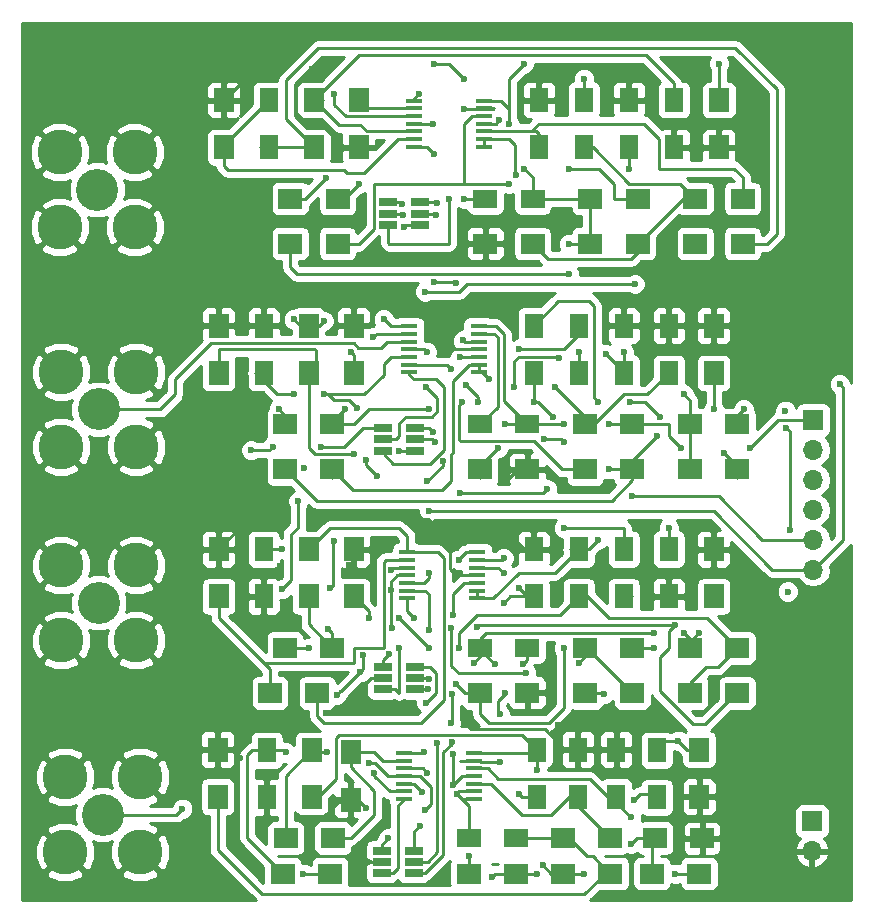
<source format=gbr>
G04 #@! TF.FileFunction,Copper,L1,Top,Signal*
%FSLAX46Y46*%
G04 Gerber Fmt 4.6, Leading zero omitted, Abs format (unit mm)*
G04 Created by KiCad (PCBNEW 4.0.7) date 12/27/18 16:20:44*
%MOMM*%
%LPD*%
G01*
G04 APERTURE LIST*
%ADD10C,0.100000*%
%ADD11R,1.600000X2.000000*%
%ADD12R,2.000000X1.600000*%
%ADD13C,3.810000*%
%ADD14C,3.556000*%
%ADD15R,1.700000X2.000000*%
%ADD16R,2.000000X1.700000*%
%ADD17R,1.450000X0.450000*%
%ADD18R,1.560000X0.650000*%
%ADD19R,1.700000X1.700000*%
%ADD20O,1.700000X1.700000*%
%ADD21C,0.600000*%
%ADD22C,0.250000*%
%ADD23C,0.254000*%
G04 APERTURE END LIST*
D10*
D11*
X74041000Y-111284000D03*
X74041000Y-115284000D03*
X104521000Y-111284000D03*
X104521000Y-115284000D03*
D12*
X92361000Y-119634000D03*
X96361000Y-119634000D03*
D11*
X96901000Y-111284000D03*
X96901000Y-115284000D03*
X100711000Y-111284000D03*
X100711000Y-115284000D03*
X108331000Y-115284000D03*
X108331000Y-111284000D03*
X74041000Y-96361000D03*
X74041000Y-92361000D03*
X108775500Y-73247500D03*
X108775500Y-77247500D03*
X96901000Y-92361000D03*
X96901000Y-96361000D03*
X74485500Y-77247500D03*
X74485500Y-73247500D03*
D12*
X96361000Y-100711000D03*
X92361000Y-100711000D03*
X96805500Y-81597500D03*
X92805500Y-81597500D03*
D11*
X108331000Y-92361000D03*
X108331000Y-96361000D03*
X104965500Y-73247500D03*
X104965500Y-77247500D03*
X100711000Y-92361000D03*
X100711000Y-96361000D03*
X101155500Y-73247500D03*
X101155500Y-77247500D03*
X104521000Y-92361000D03*
X104521000Y-96361000D03*
X97345500Y-73247500D03*
X97345500Y-77247500D03*
X74295000Y-128302000D03*
X74295000Y-132302000D03*
X107315000Y-132302000D03*
X107315000Y-128302000D03*
X97155000Y-128242000D03*
X97155000Y-132242000D03*
X103905000Y-128242000D03*
X103905000Y-132242000D03*
D12*
X91405000Y-135742000D03*
X95405000Y-135742000D03*
D11*
X100655000Y-128242000D03*
X100655000Y-132242000D03*
D13*
X57230000Y-130567000D03*
D14*
X60405000Y-133742000D03*
D13*
X63580000Y-130567000D03*
X57230000Y-136917000D03*
X63580000Y-136917000D03*
X56896000Y-112649000D03*
D14*
X60071000Y-115824000D03*
D13*
X63246000Y-112649000D03*
X56896000Y-118999000D03*
X63246000Y-118999000D03*
X56896000Y-96266000D03*
D14*
X60071000Y-99441000D03*
D13*
X63246000Y-96266000D03*
X56896000Y-102616000D03*
X63246000Y-102616000D03*
X56769000Y-77660500D03*
D14*
X59944000Y-80835500D03*
D13*
X63119000Y-77660500D03*
X56769000Y-84010500D03*
X63119000Y-84010500D03*
D15*
X70231000Y-115284000D03*
X70231000Y-111284000D03*
D16*
X78581000Y-123444000D03*
X74581000Y-123444000D03*
D15*
X77851000Y-115284000D03*
X77851000Y-111284000D03*
D16*
X92361000Y-123444000D03*
X96361000Y-123444000D03*
X105251000Y-123444000D03*
X101251000Y-123444000D03*
X75851000Y-119634000D03*
X79851000Y-119634000D03*
X105251000Y-119634000D03*
X101251000Y-119634000D03*
D15*
X112141000Y-111284000D03*
X112141000Y-115284000D03*
D16*
X114141000Y-119634000D03*
X110141000Y-119634000D03*
X114141000Y-123444000D03*
X110141000Y-123444000D03*
D15*
X81661000Y-111284000D03*
X81661000Y-115284000D03*
X112141000Y-96361000D03*
X112141000Y-92361000D03*
X82105500Y-73247500D03*
X82105500Y-77247500D03*
D16*
X75851000Y-100711000D03*
X79851000Y-100711000D03*
X76295500Y-81597500D03*
X80295500Y-81597500D03*
D15*
X77851000Y-96361000D03*
X77851000Y-92361000D03*
D16*
X101695500Y-81597500D03*
X105695500Y-81597500D03*
X92361000Y-104521000D03*
X96361000Y-104521000D03*
X105251000Y-104521000D03*
X101251000Y-104521000D03*
D15*
X70675500Y-77247500D03*
X70675500Y-73247500D03*
X78295500Y-77247500D03*
X78295500Y-73247500D03*
D16*
X101251000Y-100711000D03*
X105251000Y-100711000D03*
X80295500Y-85407500D03*
X76295500Y-85407500D03*
X79851000Y-104521000D03*
X75851000Y-104521000D03*
X110585500Y-85407500D03*
X114585500Y-85407500D03*
D15*
X70231000Y-92361000D03*
X70231000Y-96361000D03*
D16*
X110141000Y-104521000D03*
X114141000Y-104521000D03*
D15*
X112585500Y-77247500D03*
X112585500Y-73247500D03*
D16*
X105695500Y-85407500D03*
X101695500Y-85407500D03*
X114141000Y-100711000D03*
X110141000Y-100711000D03*
X114585500Y-81597500D03*
X110585500Y-81597500D03*
D15*
X81661000Y-92361000D03*
X81661000Y-96361000D03*
D16*
X92805500Y-85407500D03*
X96805500Y-85407500D03*
D15*
X81405000Y-128492000D03*
X81405000Y-132492000D03*
D16*
X75905000Y-135742000D03*
X79905000Y-135742000D03*
D15*
X78105000Y-132302000D03*
X78105000Y-128302000D03*
X110905000Y-128242000D03*
X110905000Y-132242000D03*
D16*
X79655000Y-138742000D03*
X75655000Y-138742000D03*
X110905000Y-138742000D03*
X106905000Y-138742000D03*
X91405000Y-138742000D03*
X95405000Y-138742000D03*
X111155000Y-135742000D03*
X107155000Y-135742000D03*
X103405000Y-138742000D03*
X99405000Y-138742000D03*
X103405000Y-135742000D03*
X99405000Y-135742000D03*
D15*
X70155000Y-128242000D03*
X70155000Y-132242000D03*
D17*
X86201000Y-111534000D03*
X86201000Y-112184000D03*
X86201000Y-112834000D03*
X86201000Y-113484000D03*
X86201000Y-114134000D03*
X86201000Y-114784000D03*
X86201000Y-115434000D03*
X92101000Y-115434000D03*
X92101000Y-114784000D03*
X92101000Y-114134000D03*
X92101000Y-113484000D03*
X92101000Y-112834000D03*
X92101000Y-112184000D03*
X92101000Y-111534000D03*
D18*
X84121000Y-121224000D03*
X84121000Y-122174000D03*
X84121000Y-123124000D03*
X86821000Y-123124000D03*
X86821000Y-121224000D03*
X86821000Y-122174000D03*
D17*
X86331000Y-92411000D03*
X86331000Y-93061000D03*
X86331000Y-93711000D03*
X86331000Y-94361000D03*
X86331000Y-95011000D03*
X86331000Y-95661000D03*
X86331000Y-96311000D03*
X92231000Y-96311000D03*
X92231000Y-95661000D03*
X92231000Y-95011000D03*
X92231000Y-94361000D03*
X92231000Y-93711000D03*
X92231000Y-93061000D03*
X92231000Y-92411000D03*
X86775500Y-73297500D03*
X86775500Y-73947500D03*
X86775500Y-74597500D03*
X86775500Y-75247500D03*
X86775500Y-75897500D03*
X86775500Y-76547500D03*
X86775500Y-77197500D03*
X92675500Y-77197500D03*
X92675500Y-76547500D03*
X92675500Y-75897500D03*
X92675500Y-75247500D03*
X92675500Y-74597500D03*
X92675500Y-73947500D03*
X92675500Y-73297500D03*
D18*
X84121000Y-101031000D03*
X84121000Y-101981000D03*
X84121000Y-102931000D03*
X86821000Y-102931000D03*
X86821000Y-101031000D03*
X86821000Y-101981000D03*
X84565500Y-81917500D03*
X84565500Y-82867500D03*
X84565500Y-83817500D03*
X87265500Y-83817500D03*
X87265500Y-81917500D03*
X87265500Y-82867500D03*
D17*
X85955000Y-128542000D03*
X85955000Y-129192000D03*
X85955000Y-129842000D03*
X85955000Y-130492000D03*
X85955000Y-131142000D03*
X85955000Y-131792000D03*
X85955000Y-132442000D03*
X91855000Y-132442000D03*
X91855000Y-131792000D03*
X91855000Y-131142000D03*
X91855000Y-130492000D03*
X91855000Y-129842000D03*
X91855000Y-129192000D03*
X91855000Y-128542000D03*
D18*
X84055000Y-136792000D03*
X84055000Y-137742000D03*
X84055000Y-138692000D03*
X86755000Y-138692000D03*
X86755000Y-136792000D03*
X86755000Y-137742000D03*
D19*
X120586500Y-100330000D03*
D20*
X120586500Y-102870000D03*
X120586500Y-105410000D03*
X120586500Y-107950000D03*
X120586500Y-110490000D03*
X120586500Y-113030000D03*
D19*
X120459500Y-134302500D03*
D20*
X120459500Y-136842500D03*
D21*
X118201440Y-99562920D03*
X118409720Y-114861340D03*
X118577360Y-109636560D03*
X118292880Y-100995480D03*
X75565000Y-111252000D03*
X89916000Y-117983000D03*
X96266000Y-121793000D03*
X102870000Y-123571000D03*
X88011000Y-113284000D03*
X90098880Y-128579880D03*
X90982800Y-125928120D03*
X78089760Y-108732320D03*
X75001120Y-108772960D03*
X75935840Y-69474080D03*
X78130400Y-70612000D03*
X94424500Y-105681780D03*
X94675960Y-109842300D03*
X89344500Y-138963400D03*
X90081100Y-131203700D03*
X75412600Y-112674400D03*
X81229200Y-112598200D03*
X77292200Y-125476000D03*
X79349600Y-125171200D03*
X89103200Y-94615000D03*
X87807800Y-97536000D03*
X95834200Y-74066400D03*
X94005400Y-74955400D03*
X82270600Y-82854800D03*
X85852000Y-82981800D03*
X74358500Y-130365500D03*
X72009000Y-128968500D03*
X74041000Y-134175500D03*
X76835000Y-133858000D03*
X97599500Y-125095000D03*
X98933000Y-126174500D03*
X82740500Y-133223000D03*
X84391500Y-133413500D03*
X100711000Y-120904000D03*
X99441000Y-109474000D03*
X90297000Y-122682000D03*
X88011000Y-118110000D03*
X104521000Y-115824000D03*
X99441000Y-119634000D03*
X79527400Y-118033800D03*
X93599000Y-121031000D03*
X90551000Y-112166400D03*
X112141000Y-115824000D03*
X110871000Y-118364000D03*
X109601000Y-118364000D03*
X107061000Y-118364000D03*
X91821000Y-120904000D03*
X95981520Y-120997980D03*
X94361000Y-112014000D03*
X77851000Y-119634000D03*
X94361000Y-115824000D03*
X94043500Y-125222000D03*
X94488000Y-123444000D03*
X94361000Y-113284000D03*
X95631000Y-114554000D03*
X96901000Y-115284000D03*
X102362000Y-110490000D03*
X107061000Y-119634000D03*
X82931000Y-117094000D03*
X85471000Y-117094000D03*
X88011000Y-119634000D03*
X90551000Y-119634000D03*
X90043000Y-116840000D03*
X92075000Y-117856000D03*
X108839000Y-117729000D03*
X108331000Y-109474000D03*
X81915000Y-99314000D03*
X90805000Y-98806000D03*
X79121000Y-98171000D03*
X76581000Y-98171000D03*
X102362000Y-98806000D03*
X105029000Y-98806000D03*
X107569000Y-100076000D03*
X107315000Y-101727000D03*
X77469993Y-104395593D03*
X103251000Y-104521000D03*
X93853000Y-102743000D03*
X98552000Y-100076000D03*
X96901000Y-98806000D03*
X92202000Y-98806000D03*
X91186000Y-97409000D03*
X89916000Y-96012000D03*
X103251000Y-100711000D03*
X113030000Y-103124000D03*
X109347000Y-102743000D03*
X99441000Y-100711000D03*
X81661000Y-103251000D03*
X94488000Y-100711000D03*
X96075500Y-70167500D03*
X112585500Y-70167500D03*
X99885500Y-85407500D03*
X99885500Y-87947500D03*
X96075500Y-79057500D03*
X94805500Y-75247500D03*
X90995500Y-81597500D03*
X90995500Y-73977500D03*
X90906600Y-93599000D03*
X98679000Y-97536000D03*
X104965500Y-79057500D03*
X94805500Y-80327500D03*
X93091000Y-96901000D03*
X95631000Y-94361000D03*
X81407000Y-94615000D03*
X100711000Y-94615000D03*
X109601000Y-98171000D03*
X95440500Y-79565500D03*
X110585500Y-85407500D03*
X101155500Y-71437500D03*
X102997000Y-94742000D03*
X99060000Y-95123000D03*
X95250000Y-97536000D03*
X90678000Y-94996000D03*
X104521000Y-94615000D03*
X114681000Y-99441000D03*
X87439500Y-131826000D03*
X75905000Y-128492000D03*
X93405000Y-138992000D03*
X77405000Y-138742000D03*
X105405000Y-132492000D03*
X97155000Y-138742000D03*
X109155000Y-127492000D03*
X83405000Y-130242000D03*
X105155000Y-136242000D03*
X97155000Y-129992000D03*
X97655000Y-137992000D03*
X101155000Y-138742000D03*
X94053660Y-129258060D03*
X95655000Y-131992000D03*
X105155000Y-133992000D03*
X108905000Y-138742000D03*
X90405000Y-131992000D03*
X91405000Y-137242000D03*
X87680800Y-133400800D03*
X84836000Y-114757200D03*
X84937600Y-117957600D03*
X78917800Y-102616000D03*
X74803000Y-102590600D03*
X72974200Y-102895400D03*
X88493600Y-88671400D03*
X90322400Y-88747600D03*
X87858600Y-94564200D03*
X85725000Y-82042000D03*
X88341200Y-75285600D03*
X84645500Y-120142000D03*
X84582000Y-135763000D03*
X82994500Y-129349500D03*
X88392000Y-101346000D03*
X97790000Y-101981000D03*
X99441000Y-102235000D03*
X115252500Y-102679500D03*
X87820500Y-124269500D03*
X88709500Y-81978500D03*
X87249000Y-134683500D03*
X80238600Y-123596400D03*
X88747600Y-127660400D03*
X80010000Y-110553500D03*
X79692500Y-114554000D03*
X82486500Y-120269000D03*
X82232500Y-121666000D03*
X88011000Y-122237500D03*
X88646000Y-82994500D03*
X88519000Y-102235000D03*
X89217500Y-103822500D03*
X87884000Y-105537000D03*
X90678000Y-106489500D03*
X98044000Y-106172000D03*
X105219500Y-106807000D03*
X90017600Y-123571000D03*
X89865200Y-126009400D03*
X89992200Y-127635000D03*
X76962000Y-107188000D03*
X75628500Y-114617500D03*
X87947500Y-123126500D03*
X122809000Y-97282000D03*
X105473500Y-88836500D03*
X87693500Y-89471500D03*
X85915500Y-84010500D03*
X85471000Y-102933500D03*
X82677000Y-103759000D03*
X83629500Y-105092500D03*
X88074500Y-108013500D03*
X80899000Y-99441000D03*
X83312000Y-93345000D03*
X88011000Y-99441000D03*
X112141000Y-99441000D03*
X82105500Y-73247500D03*
X82105500Y-80327500D03*
X84201000Y-91821000D03*
X79121000Y-91948000D03*
X75311000Y-99441000D03*
X76581000Y-91821000D03*
X79311500Y-79819500D03*
X99885500Y-79057500D03*
X87185500Y-72707500D03*
X88455500Y-70167500D03*
X90995500Y-71437500D03*
X87655000Y-128492000D03*
X79405000Y-128492000D03*
X84836000Y-113030000D03*
X85471000Y-119634000D03*
X86741000Y-117094000D03*
X80010000Y-72707500D03*
X88455500Y-77787500D03*
X89725500Y-81597500D03*
X87905000Y-130242000D03*
X67155000Y-133242000D03*
D22*
X93885000Y-137922000D02*
X93345000Y-137922000D01*
X118437660Y-114861340D02*
X118409720Y-114861340D01*
X118577360Y-101279960D02*
X118577360Y-109636560D01*
X118292880Y-100995480D02*
X118577360Y-101279960D01*
X75533000Y-111284000D02*
X74041000Y-111284000D01*
X75565000Y-111252000D02*
X75533000Y-111284000D01*
X101251000Y-123444000D02*
X102743000Y-123444000D01*
X89916000Y-121158000D02*
X89916000Y-117983000D01*
X90551000Y-121793000D02*
X89916000Y-121158000D01*
X96266000Y-121793000D02*
X90551000Y-121793000D01*
X102743000Y-123444000D02*
X102870000Y-123571000D01*
X86201000Y-114134000D02*
X87591000Y-114134000D01*
X88011000Y-113714000D02*
X88011000Y-113284000D01*
X87591000Y-114134000D02*
X88011000Y-113714000D01*
X100655000Y-128242000D02*
X99590800Y-128242000D01*
X90081100Y-128597660D02*
X90081100Y-131203700D01*
X90098880Y-128579880D02*
X90081100Y-128597660D01*
X91577160Y-126522480D02*
X90982800Y-125928120D01*
X97871280Y-126522480D02*
X91577160Y-126522480D01*
X99590800Y-128242000D02*
X97871280Y-126522480D01*
X92101000Y-113484000D02*
X90344600Y-113484000D01*
X90344600Y-113484000D02*
X89789000Y-112928400D01*
X89789000Y-112928400D02*
X89789000Y-110596680D01*
X89789000Y-110596680D02*
X87924640Y-108732320D01*
X87924640Y-108732320D02*
X78089760Y-108732320D01*
X75001120Y-108772960D02*
X74940160Y-108833920D01*
X74940160Y-108833920D02*
X72664320Y-108833920D01*
X72664320Y-108833920D02*
X70231000Y-111267240D01*
X70231000Y-111267240D02*
X70231000Y-111284000D01*
X82105500Y-77247500D02*
X80803500Y-77247500D01*
X73758040Y-70164960D02*
X70675500Y-73247500D01*
X75244960Y-70164960D02*
X73758040Y-70164960D01*
X75935840Y-69474080D02*
X75244960Y-70164960D01*
X76708000Y-72034400D02*
X78130400Y-70612000D01*
X76708000Y-74269600D02*
X76708000Y-72034400D01*
X77764640Y-75326240D02*
X76708000Y-74269600D01*
X78882240Y-75326240D02*
X77764640Y-75326240D01*
X80803500Y-77247500D02*
X78882240Y-75326240D01*
X96361000Y-104521000D02*
X95585280Y-104521000D01*
X95585280Y-104521000D02*
X94424500Y-105681780D01*
X94675960Y-109842300D02*
X96117660Y-111284000D01*
X96117660Y-111284000D02*
X96901000Y-111284000D01*
X91855000Y-130492000D02*
X90792800Y-130492000D01*
X90792800Y-130492000D02*
X90081100Y-131203700D01*
X75387200Y-112649000D02*
X75387200Y-112598200D01*
X75412600Y-112674400D02*
X75387200Y-112649000D01*
X81661000Y-112166400D02*
X81229200Y-112598200D01*
X81661000Y-111284000D02*
X81661000Y-112166400D01*
X84121000Y-122174000D02*
X83134200Y-122174000D01*
X77292200Y-125476000D02*
X77292200Y-125501400D01*
X79502000Y-125018800D02*
X79349600Y-125171200D01*
X80289400Y-125018800D02*
X79502000Y-125018800D01*
X83134200Y-122174000D02*
X80289400Y-125018800D01*
X89789000Y-112928400D02*
X89789000Y-111074200D01*
X90344600Y-113484000D02*
X89789000Y-112928400D01*
X84121000Y-101981000D02*
X85217000Y-101981000D01*
X88747600Y-98475800D02*
X87807800Y-97536000D01*
X88747600Y-99618800D02*
X88747600Y-98475800D01*
X88265000Y-100101400D02*
X88747600Y-99618800D01*
X86055200Y-100101400D02*
X88265000Y-100101400D01*
X85521800Y-100634800D02*
X86055200Y-100101400D01*
X85521800Y-101676200D02*
X85521800Y-100634800D01*
X85217000Y-101981000D02*
X85521800Y-101676200D01*
X92231000Y-94361000D02*
X89535000Y-94361000D01*
X89509600Y-94386400D02*
X89509600Y-94411800D01*
X89535000Y-94361000D02*
X89509600Y-94386400D01*
X92675500Y-75247500D02*
X93713300Y-75247500D01*
X95834200Y-74066400D02*
X95834200Y-74091800D01*
X93713300Y-75247500D02*
X94005400Y-74955400D01*
X84565500Y-82867500D02*
X85737700Y-82867500D01*
X82270600Y-82854800D02*
X82270600Y-82880200D01*
X85737700Y-82867500D02*
X85852000Y-82981800D01*
X70155000Y-128242000D02*
X71282500Y-128242000D01*
X74295000Y-130429000D02*
X74295000Y-132302000D01*
X74358500Y-130365500D02*
X74295000Y-130429000D01*
X71282500Y-128242000D02*
X72009000Y-128968500D01*
X81405000Y-132492000D02*
X80550500Y-132492000D01*
X79184500Y-133858000D02*
X76835000Y-133858000D01*
X80550500Y-132492000D02*
X79184500Y-133858000D01*
X100655000Y-128242000D02*
X99286000Y-128242000D01*
X98933000Y-127889000D02*
X98933000Y-126174500D01*
X99286000Y-128242000D02*
X98933000Y-127889000D01*
X84055000Y-137742000D02*
X82751000Y-137742000D01*
X82751000Y-137742000D02*
X82677000Y-137668000D01*
X81405000Y-132492000D02*
X82009500Y-132492000D01*
X82009500Y-132492000D02*
X82740500Y-133223000D01*
X101441000Y-119634000D02*
X105251000Y-123444000D01*
X101251000Y-119634000D02*
X101441000Y-119634000D01*
X104521000Y-111284000D02*
X104521000Y-109474000D01*
X100711000Y-120904000D02*
X101251000Y-120364000D01*
X104521000Y-109474000D02*
X99441000Y-109474000D01*
X101251000Y-120364000D02*
X101251000Y-119634000D01*
X86201000Y-114784000D02*
X87733000Y-114784000D01*
X91059000Y-123444000D02*
X92361000Y-123444000D01*
X90297000Y-122682000D02*
X91059000Y-123444000D01*
X88011000Y-115062000D02*
X88011000Y-118110000D01*
X87733000Y-114784000D02*
X88011000Y-115062000D01*
X105251000Y-115284000D02*
X104521000Y-115284000D01*
X92361000Y-123444000D02*
X92361000Y-125254000D01*
X104521000Y-115824000D02*
X104521000Y-115284000D01*
X99441000Y-124714000D02*
X99441000Y-119634000D01*
X98171000Y-125984000D02*
X99441000Y-124714000D01*
X93091000Y-125984000D02*
X98171000Y-125984000D01*
X92361000Y-125254000D02*
X93091000Y-125984000D01*
X79851000Y-118357400D02*
X79851000Y-119634000D01*
X79527400Y-118033800D02*
X79851000Y-118357400D01*
X77851000Y-117634000D02*
X79851000Y-119634000D01*
X77851000Y-117094000D02*
X77851000Y-117634000D01*
X77851000Y-115284000D02*
X77851000Y-117094000D01*
X91158000Y-111534000D02*
X90551000Y-112141000D01*
X92361000Y-119793000D02*
X93599000Y-121031000D01*
X91158000Y-111534000D02*
X92101000Y-111534000D01*
X90551000Y-112166400D02*
X90551000Y-112141000D01*
X92361000Y-119793000D02*
X92361000Y-119634000D01*
X110141000Y-119634000D02*
X110141000Y-119094000D01*
X110141000Y-119094000D02*
X110871000Y-118364000D01*
X112141000Y-115824000D02*
X112141000Y-115284000D01*
X92361000Y-119634000D02*
X92361000Y-118904000D01*
X92361000Y-118904000D02*
X92901000Y-118364000D01*
X109601000Y-118364000D02*
X110141000Y-118904000D01*
X92901000Y-118364000D02*
X107061000Y-118364000D01*
X110141000Y-118904000D02*
X110141000Y-119634000D01*
X80391000Y-119634000D02*
X79851000Y-119634000D01*
X91821000Y-120904000D02*
X92361000Y-120364000D01*
X92361000Y-120364000D02*
X92361000Y-119634000D01*
X96361000Y-120618500D02*
X96361000Y-119634000D01*
X95981520Y-120997980D02*
X96361000Y-120618500D01*
X92101000Y-112184000D02*
X94191000Y-112184000D01*
X96361000Y-119634000D02*
X95631000Y-119634000D01*
X94191000Y-112184000D02*
X94361000Y-112014000D01*
X94361000Y-115824000D02*
X94901000Y-115284000D01*
X96901000Y-115284000D02*
X94901000Y-115284000D01*
X77851000Y-119634000D02*
X75851000Y-119634000D01*
X93916500Y-125095000D02*
X94043500Y-125222000D01*
X93916500Y-124142500D02*
X93916500Y-125095000D01*
X94488000Y-123571000D02*
X93916500Y-124142500D01*
X94488000Y-123444000D02*
X94488000Y-123571000D01*
X93911000Y-112834000D02*
X94361000Y-113284000D01*
X92101000Y-112834000D02*
X93911000Y-112834000D01*
X95631000Y-114554000D02*
X96361000Y-115284000D01*
X96361000Y-115284000D02*
X96901000Y-115284000D01*
X96361000Y-115284000D02*
X96901000Y-115284000D01*
X101568000Y-111284000D02*
X102362000Y-110490000D01*
X100711000Y-111284000D02*
X101568000Y-111284000D01*
X107061000Y-119634000D02*
X105251000Y-119634000D01*
X92101000Y-115434000D02*
X93481000Y-115434000D01*
X98711000Y-113284000D02*
X100711000Y-111284000D01*
X95631000Y-113284000D02*
X98711000Y-113284000D01*
X93481000Y-115434000D02*
X95631000Y-113284000D01*
X99981000Y-111284000D02*
X100711000Y-111284000D01*
X92101000Y-115434000D02*
X92101000Y-114784000D01*
X100711000Y-115284000D02*
X101441000Y-115284000D01*
X101441000Y-115284000D02*
X103251000Y-117094000D01*
X111601000Y-117094000D02*
X114141000Y-119634000D01*
X108331000Y-117094000D02*
X111601000Y-117094000D01*
X103251000Y-117094000D02*
X108331000Y-117094000D01*
X110141000Y-123444000D02*
X110141000Y-122650000D01*
X110141000Y-122650000D02*
X111506000Y-121285000D01*
X111506000Y-121285000D02*
X112490000Y-121285000D01*
X112490000Y-121285000D02*
X114141000Y-119634000D01*
X90551000Y-119634000D02*
X90551000Y-118364000D01*
X81661000Y-115284000D02*
X82931000Y-116554000D01*
X85471000Y-117094000D02*
X88011000Y-119634000D01*
X82931000Y-117094000D02*
X82931000Y-116554000D01*
X99155000Y-116840000D02*
X100711000Y-115284000D01*
X92075000Y-116840000D02*
X99155000Y-116840000D01*
X90551000Y-118364000D02*
X92075000Y-116840000D01*
X114141000Y-123444000D02*
X114046000Y-123444000D01*
X114046000Y-123444000D02*
X111379000Y-126111000D01*
X111379000Y-126111000D02*
X110363000Y-126111000D01*
X110363000Y-126111000D02*
X107569000Y-123317000D01*
X107569000Y-123317000D02*
X107569000Y-120396000D01*
X107569000Y-120396000D02*
X108331000Y-119634000D01*
X108331000Y-119634000D02*
X108331000Y-118237000D01*
X108331000Y-118237000D02*
X108839000Y-117729000D01*
X90971000Y-114134000D02*
X90043000Y-115062000D01*
X90043000Y-115062000D02*
X90043000Y-116840000D01*
X90971000Y-114134000D02*
X92101000Y-114134000D01*
X93726000Y-117729000D02*
X92202000Y-117729000D01*
X92202000Y-117729000D02*
X92075000Y-117856000D01*
X93599000Y-117729000D02*
X93726000Y-117729000D01*
X93726000Y-117729000D02*
X108839000Y-117729000D01*
X108331000Y-109474000D02*
X108331000Y-111284000D01*
X108331000Y-109474000D02*
X108331000Y-111284000D01*
X101251000Y-104521000D02*
X99314000Y-104521000D01*
X79502000Y-98171000D02*
X79121000Y-98171000D01*
X80010000Y-98679000D02*
X79502000Y-98171000D01*
X81280000Y-98679000D02*
X80010000Y-98679000D01*
X81915000Y-99314000D02*
X81280000Y-98679000D01*
X90551000Y-99060000D02*
X90805000Y-98806000D01*
X90551000Y-101981000D02*
X90551000Y-99060000D01*
X90678000Y-102108000D02*
X90551000Y-101981000D01*
X91567000Y-102108000D02*
X90678000Y-102108000D01*
X96901000Y-102108000D02*
X91567000Y-102108000D01*
X99314000Y-104521000D02*
X96901000Y-102108000D01*
X84201000Y-95631000D02*
X84201000Y-96520000D01*
X84201000Y-95631000D02*
X84821000Y-95011000D01*
X86331000Y-95011000D02*
X84821000Y-95011000D01*
X84201000Y-96520000D02*
X82550000Y-98171000D01*
X74041000Y-96361000D02*
X74041000Y-97028000D01*
X74041000Y-97028000D02*
X75184000Y-98171000D01*
X79121000Y-98171000D02*
X82550000Y-98171000D01*
X75184000Y-98171000D02*
X76581000Y-98171000D01*
X74041000Y-96361000D02*
X73311000Y-96361000D01*
X86775500Y-75897500D02*
X82755500Y-75897500D01*
X80422500Y-75374500D02*
X78295500Y-73247500D01*
X82232500Y-75374500D02*
X80422500Y-75374500D01*
X82755500Y-75897500D02*
X82232500Y-75374500D01*
X108775500Y-73247500D02*
X108775500Y-71818500D01*
X82074000Y-69469000D02*
X78295500Y-73247500D01*
X106426000Y-69469000D02*
X82074000Y-69469000D01*
X108775500Y-71818500D02*
X106426000Y-69469000D01*
X78295500Y-73247500D02*
X79025500Y-73247500D01*
X105251000Y-104521000D02*
X105251000Y-103791000D01*
X105251000Y-103791000D02*
X107315000Y-101727000D01*
X98965000Y-90297000D02*
X96901000Y-92361000D01*
X101600000Y-90297000D02*
X98965000Y-90297000D01*
X101981000Y-90678000D02*
X101600000Y-90297000D01*
X101981000Y-98425000D02*
X101981000Y-90678000D01*
X102362000Y-98806000D02*
X101981000Y-98425000D01*
X106299000Y-98806000D02*
X105029000Y-98806000D01*
X107569000Y-100076000D02*
X106299000Y-98806000D01*
X105251000Y-104521000D02*
X105251000Y-105442000D01*
X78518000Y-107188000D02*
X75851000Y-104521000D01*
X103505000Y-107188000D02*
X78518000Y-107188000D01*
X105251000Y-105442000D02*
X103505000Y-107188000D01*
X96901000Y-92361000D02*
X96901000Y-91821000D01*
X105251000Y-104521000D02*
X103251000Y-104521000D01*
X96901000Y-98806000D02*
X97282000Y-98806000D01*
X93853000Y-102743000D02*
X92361000Y-104235000D01*
X97282000Y-98806000D02*
X98552000Y-100076000D01*
X92361000Y-104235000D02*
X92361000Y-104521000D01*
X86331000Y-95661000D02*
X89565000Y-95661000D01*
X96901000Y-98806000D02*
X96901000Y-96361000D01*
X92202000Y-98425000D02*
X92202000Y-98806000D01*
X91186000Y-97409000D02*
X92202000Y-98425000D01*
X89565000Y-95661000D02*
X89916000Y-96012000D01*
X92361000Y-104521000D02*
X92361000Y-105251000D01*
X114585500Y-85407500D02*
X116649500Y-85407500D01*
X75946000Y-74898000D02*
X78295500Y-77247500D01*
X75946000Y-71564500D02*
X75946000Y-74898000D01*
X78676500Y-68834000D02*
X75946000Y-71564500D01*
X113982500Y-68834000D02*
X78676500Y-68834000D01*
X117475000Y-72326500D02*
X113982500Y-68834000D01*
X117475000Y-84582000D02*
X117475000Y-72326500D01*
X116649500Y-85407500D02*
X117475000Y-84582000D01*
X74485500Y-77247500D02*
X73755500Y-77247500D01*
X74485500Y-77247500D02*
X78295500Y-77247500D01*
X70675500Y-77247500D02*
X70675500Y-78854300D01*
X85428300Y-76547500D02*
X86775500Y-76547500D01*
X82524600Y-79451200D02*
X85428300Y-76547500D01*
X81102200Y-79451200D02*
X82524600Y-79451200D01*
X80822800Y-79171800D02*
X81102200Y-79451200D01*
X70993000Y-79171800D02*
X80822800Y-79171800D01*
X70675500Y-78854300D02*
X70993000Y-79171800D01*
X70675500Y-77247500D02*
X70675500Y-77057500D01*
X70675500Y-77057500D02*
X74485500Y-73247500D01*
X77851000Y-96361000D02*
X77851000Y-102717600D01*
X77851000Y-102717600D02*
X78384400Y-103251000D01*
X77470000Y-94361000D02*
X78359000Y-94361000D01*
X78486000Y-94488000D02*
X78486000Y-95726000D01*
X78359000Y-94361000D02*
X78486000Y-94488000D01*
X78486000Y-95726000D02*
X77851000Y-96361000D01*
X94361000Y-93091000D02*
X94361000Y-98711000D01*
X105251000Y-100711000D02*
X103251000Y-100711000D01*
X108331000Y-100711000D02*
X108331000Y-101727000D01*
X105251000Y-100711000D02*
X108331000Y-100711000D01*
X113030000Y-103124000D02*
X114141000Y-104235000D01*
X108331000Y-101727000D02*
X109347000Y-102743000D01*
X114141000Y-104235000D02*
X114141000Y-104521000D01*
X92231000Y-92411000D02*
X93681000Y-92411000D01*
X94361000Y-98711000D02*
X96361000Y-100711000D01*
X93681000Y-92411000D02*
X94361000Y-93091000D01*
X114141000Y-104521000D02*
X114141000Y-105251000D01*
X96361000Y-100711000D02*
X99441000Y-100711000D01*
X104521000Y-100711000D02*
X105251000Y-100711000D01*
X94488000Y-100711000D02*
X96361000Y-100711000D01*
X78384400Y-103251000D02*
X81661000Y-103251000D01*
X70231000Y-96361000D02*
X70231000Y-94361000D01*
X70231000Y-94361000D02*
X77470000Y-94361000D01*
X77470000Y-94361000D02*
X77851000Y-94361000D01*
X92231000Y-93061000D02*
X93569000Y-93061000D01*
X93853000Y-99219000D02*
X92361000Y-100711000D01*
X93853000Y-93345000D02*
X93853000Y-99219000D01*
X93569000Y-93061000D02*
X93853000Y-93345000D01*
X112585500Y-73247500D02*
X112585500Y-70167500D01*
X94805500Y-71437500D02*
X94805500Y-73977500D01*
X96075500Y-70167500D02*
X94805500Y-71437500D01*
X76295500Y-85407500D02*
X76295500Y-87407500D01*
X99885500Y-85407500D02*
X101695500Y-85407500D01*
X76835500Y-87947500D02*
X99885500Y-87947500D01*
X76295500Y-87407500D02*
X76835500Y-87947500D01*
X92675500Y-73297500D02*
X94125500Y-73297500D01*
X96805500Y-79787500D02*
X96805500Y-81597500D01*
X96075500Y-79057500D02*
X96805500Y-79787500D01*
X94805500Y-73977500D02*
X94805500Y-75247500D01*
X94125500Y-73297500D02*
X94805500Y-73977500D01*
X101695500Y-81597500D02*
X96805500Y-81597500D01*
X101695500Y-81597500D02*
X101695500Y-85407500D01*
X92675500Y-73947500D02*
X93505500Y-73947500D01*
X90995500Y-81597500D02*
X92805500Y-81597500D01*
X93475500Y-73977500D02*
X90995500Y-73977500D01*
X93505500Y-73947500D02*
X93475500Y-73977500D01*
X91018600Y-93711000D02*
X92231000Y-93711000D01*
X90906600Y-93599000D02*
X91018600Y-93711000D01*
X98679000Y-97536000D02*
X101251000Y-100108000D01*
X101251000Y-100108000D02*
X101251000Y-100711000D01*
X101251000Y-100711000D02*
X101981000Y-100711000D01*
X101981000Y-100711000D02*
X104521000Y-98171000D01*
X104521000Y-98171000D02*
X106521000Y-98171000D01*
X106521000Y-98171000D02*
X108331000Y-96361000D01*
X90995500Y-80327500D02*
X94805500Y-80327500D01*
X104965500Y-79057500D02*
X104965500Y-77247500D01*
X80295500Y-85407500D02*
X82105500Y-85407500D01*
X91645500Y-74597500D02*
X92675500Y-74597500D01*
X90995500Y-75247500D02*
X91645500Y-74597500D01*
X90995500Y-80327500D02*
X90995500Y-75247500D01*
X83375500Y-80327500D02*
X90995500Y-80327500D01*
X83375500Y-84137500D02*
X83375500Y-80327500D01*
X82105500Y-85407500D02*
X83375500Y-84137500D01*
X92231000Y-95661000D02*
X91410000Y-95661000D01*
X81629000Y-106299000D02*
X79851000Y-104521000D01*
X89154000Y-106299000D02*
X81629000Y-106299000D01*
X89916000Y-105537000D02*
X89154000Y-106299000D01*
X89916000Y-103251000D02*
X89916000Y-105537000D01*
X90043000Y-103124000D02*
X89916000Y-103251000D01*
X90043000Y-97028000D02*
X90043000Y-103124000D01*
X91410000Y-95661000D02*
X90043000Y-97028000D01*
X92231000Y-96311000D02*
X92231000Y-95661000D01*
X100711000Y-93091000D02*
X99441000Y-94361000D01*
X93091000Y-96901000D02*
X92501000Y-96311000D01*
X99441000Y-94361000D02*
X95631000Y-94361000D01*
X92501000Y-96311000D02*
X92231000Y-96311000D01*
X79851000Y-105251000D02*
X79851000Y-104521000D01*
X81661000Y-94869000D02*
X81661000Y-96361000D01*
X81407000Y-94615000D02*
X81661000Y-94869000D01*
X100711000Y-96361000D02*
X100711000Y-94615000D01*
X110141000Y-100711000D02*
X110141000Y-104521000D01*
X110141000Y-100711000D02*
X110141000Y-98711000D01*
X109601000Y-98171000D02*
X110141000Y-98711000D01*
X92675500Y-77197500D02*
X92675500Y-76547500D01*
X92675500Y-76547500D02*
X94775500Y-76547500D01*
X95313500Y-79438500D02*
X95440500Y-79565500D01*
X95313500Y-77085500D02*
X95313500Y-79438500D01*
X94775500Y-76547500D02*
X95313500Y-77085500D01*
X101155500Y-71437500D02*
X101155500Y-73247500D01*
X105695500Y-85407500D02*
X105695500Y-86137500D01*
X105695500Y-86137500D02*
X105155500Y-86677500D01*
X98075500Y-86677500D02*
X96805500Y-85407500D01*
X105155500Y-86677500D02*
X98075500Y-86677500D01*
X110585500Y-81597500D02*
X109505500Y-81597500D01*
X109505500Y-81597500D02*
X105695500Y-85407500D01*
X101155500Y-77247500D02*
X101885500Y-77247500D01*
X101885500Y-77247500D02*
X104965500Y-80327500D01*
X104965500Y-80327500D02*
X109315500Y-80327500D01*
X109315500Y-80327500D02*
X110585500Y-81597500D01*
X92231000Y-95011000D02*
X90693000Y-95011000D01*
X102997000Y-94742000D02*
X104521000Y-96266000D01*
X98933000Y-94996000D02*
X99060000Y-95123000D01*
X95631000Y-94996000D02*
X98933000Y-94996000D01*
X95250000Y-95377000D02*
X95631000Y-94996000D01*
X95250000Y-97536000D02*
X95250000Y-95377000D01*
X90693000Y-95011000D02*
X90678000Y-94996000D01*
X104521000Y-96266000D02*
X104521000Y-96361000D01*
X104521000Y-96361000D02*
X104521000Y-94615000D01*
X114681000Y-99441000D02*
X114141000Y-99981000D01*
X114141000Y-99981000D02*
X114141000Y-100711000D01*
X96583500Y-75897500D02*
X97106500Y-75897500D01*
X97345500Y-76136500D02*
X97345500Y-77247500D01*
X97106500Y-75897500D02*
X97345500Y-76136500D01*
X97345500Y-75247500D02*
X106235500Y-75247500D01*
X114585500Y-79787500D02*
X114585500Y-81597500D01*
X113855500Y-79057500D02*
X114585500Y-79787500D01*
X107505500Y-79057500D02*
X113855500Y-79057500D01*
X107505500Y-76517500D02*
X107505500Y-79057500D01*
X106235500Y-75247500D02*
X107505500Y-76517500D01*
X96695500Y-75897500D02*
X96583500Y-75897500D01*
X96583500Y-75897500D02*
X92675500Y-75897500D01*
X97345500Y-75247500D02*
X96695500Y-75897500D01*
X85955000Y-131142000D02*
X86755500Y-131142000D01*
X86755500Y-131142000D02*
X87439500Y-131826000D01*
X74295000Y-128302000D02*
X73095000Y-128302000D01*
X72655000Y-135742000D02*
X75655000Y-138742000D01*
X72655000Y-128742000D02*
X72655000Y-135742000D01*
X73095000Y-128302000D02*
X72655000Y-128742000D01*
X74295000Y-128302000D02*
X75715000Y-128302000D01*
X75715000Y-128302000D02*
X75905000Y-128492000D01*
X79655000Y-138742000D02*
X77405000Y-138742000D01*
X93655000Y-138742000D02*
X95405000Y-138742000D01*
X93405000Y-138992000D02*
X93655000Y-138742000D01*
X95405000Y-138742000D02*
X97155000Y-138742000D01*
X105905000Y-131992000D02*
X107155000Y-131992000D01*
X105405000Y-132492000D02*
X105905000Y-131992000D01*
X109155000Y-127492000D02*
X107655000Y-127492000D01*
X107655000Y-127492000D02*
X107155000Y-127992000D01*
X85955000Y-131792000D02*
X84705000Y-131792000D01*
X109905000Y-128242000D02*
X110905000Y-128242000D01*
X109155000Y-127492000D02*
X109905000Y-128242000D01*
X83405000Y-130492000D02*
X83405000Y-130242000D01*
X84705000Y-131792000D02*
X83405000Y-130492000D01*
X105155000Y-136242000D02*
X105655000Y-135742000D01*
X99405000Y-138742000D02*
X98405000Y-138742000D01*
X98405000Y-138742000D02*
X97655000Y-137992000D01*
X97155000Y-129992000D02*
X97155000Y-128242000D01*
X106905000Y-138742000D02*
X106905000Y-135992000D01*
X106905000Y-135992000D02*
X107155000Y-135742000D01*
X99405000Y-138742000D02*
X101155000Y-138742000D01*
X105655000Y-135742000D02*
X107155000Y-135742000D01*
X91855000Y-128542000D02*
X96855000Y-128542000D01*
X96855000Y-128542000D02*
X97155000Y-128242000D01*
X77905000Y-132492000D02*
X78405000Y-132492000D01*
X78405000Y-132492000D02*
X80155000Y-130742000D01*
X80155000Y-130742000D02*
X80155000Y-127242000D01*
X80155000Y-127242000D02*
X80405000Y-126992000D01*
X80405000Y-126992000D02*
X95905000Y-126992000D01*
X95905000Y-126992000D02*
X97155000Y-128242000D01*
X97155000Y-132242000D02*
X95905000Y-132242000D01*
X90705000Y-129192000D02*
X91855000Y-129192000D01*
X94053660Y-129258060D02*
X90705000Y-129192000D01*
X95905000Y-132242000D02*
X95655000Y-131992000D01*
X103905000Y-132242000D02*
X103155000Y-132242000D01*
X103155000Y-132242000D02*
X101655000Y-130742000D01*
X93005000Y-129842000D02*
X91855000Y-129842000D01*
X93905000Y-130742000D02*
X93005000Y-129842000D01*
X101655000Y-130742000D02*
X93905000Y-130742000D01*
X110905000Y-138742000D02*
X108905000Y-138742000D01*
X105155000Y-133992000D02*
X103905000Y-132742000D01*
X103905000Y-132742000D02*
X103905000Y-132242000D01*
X91405000Y-135742000D02*
X91405000Y-132992000D01*
X91405000Y-132992000D02*
X90405000Y-131992000D01*
X91855000Y-132442000D02*
X90855000Y-132442000D01*
X90855000Y-132442000D02*
X90405000Y-131992000D01*
X91405000Y-138742000D02*
X91405000Y-137242000D01*
X90605000Y-131792000D02*
X91855000Y-131792000D01*
X90405000Y-131992000D02*
X90605000Y-131792000D01*
X73905000Y-140492000D02*
X70155000Y-136742000D01*
X103405000Y-138742000D02*
X102905000Y-138742000D01*
X70155000Y-136742000D02*
X70155000Y-132242000D01*
X99405000Y-135742000D02*
X99905000Y-135742000D01*
X99905000Y-135742000D02*
X101405000Y-137242000D01*
X101905000Y-137242000D02*
X103405000Y-138742000D01*
X101405000Y-137242000D02*
X101905000Y-137242000D01*
X95405000Y-135742000D02*
X99405000Y-135742000D01*
X102905000Y-138742000D02*
X101155000Y-140492000D01*
X101155000Y-140492000D02*
X73905000Y-140492000D01*
X100655000Y-132242000D02*
X99905000Y-132242000D01*
X99905000Y-132242000D02*
X98405000Y-133742000D01*
X93305000Y-131142000D02*
X91855000Y-131142000D01*
X95905000Y-133742000D02*
X93305000Y-131142000D01*
X98405000Y-133742000D02*
X95905000Y-133742000D01*
X100655000Y-132242000D02*
X100655000Y-132992000D01*
X100655000Y-132992000D02*
X103405000Y-135742000D01*
X88188800Y-132892800D02*
X87680800Y-133400800D01*
X88188800Y-132892800D02*
X88188800Y-131419600D01*
X88188800Y-131419600D02*
X87261200Y-130492000D01*
X85955000Y-130492000D02*
X87261200Y-130492000D01*
X85372600Y-113484000D02*
X84836000Y-114020600D01*
X84836000Y-114020600D02*
X84836000Y-114757200D01*
X85372600Y-113484000D02*
X86201000Y-113484000D01*
X84836000Y-117856000D02*
X84836000Y-114757200D01*
X84937600Y-117957600D02*
X84836000Y-117856000D01*
X84121000Y-101031000D02*
X82433200Y-101031000D01*
X82433200Y-101031000D02*
X80848200Y-102616000D01*
X80848200Y-102616000D02*
X78917800Y-102616000D01*
X74803000Y-102590600D02*
X74498200Y-102895400D01*
X74498200Y-102895400D02*
X72974200Y-102895400D01*
X86331000Y-94361000D02*
X87655400Y-94361000D01*
X90246200Y-88671400D02*
X88493600Y-88671400D01*
X90322400Y-88747600D02*
X90246200Y-88671400D01*
X87655400Y-94361000D02*
X87858600Y-94564200D01*
X84565500Y-81917500D02*
X85600500Y-81917500D01*
X85600500Y-81917500D02*
X85725000Y-82042000D01*
X86775500Y-75247500D02*
X88303100Y-75247500D01*
X88303100Y-75247500D02*
X88341200Y-75285600D01*
X84121000Y-121224000D02*
X84121000Y-120666500D01*
X84121000Y-120666500D02*
X84645500Y-120142000D01*
X84055000Y-136792000D02*
X84055000Y-136290000D01*
X84055000Y-136290000D02*
X84582000Y-135763000D01*
X85955000Y-130492000D02*
X84581500Y-130492000D01*
X83439000Y-129349500D02*
X82994500Y-129349500D01*
X84581500Y-130492000D02*
X83439000Y-129349500D01*
X120586500Y-100330000D02*
X117602000Y-100330000D01*
X88077000Y-101031000D02*
X86821000Y-101031000D01*
X88392000Y-101346000D02*
X88077000Y-101031000D01*
X99187000Y-101981000D02*
X97790000Y-101981000D01*
X99441000Y-102235000D02*
X99187000Y-101981000D01*
X117602000Y-100330000D02*
X115252500Y-102679500D01*
X88140500Y-121224000D02*
X86821000Y-121224000D01*
X88646000Y-121729500D02*
X88140500Y-121224000D01*
X88646000Y-123444000D02*
X88646000Y-121729500D01*
X87820500Y-124269500D02*
X88646000Y-123444000D01*
X88709500Y-81978500D02*
X88648500Y-81917500D01*
X88648500Y-81917500D02*
X87265500Y-81917500D01*
X86755000Y-135177500D02*
X86755000Y-136792000D01*
X87249000Y-134683500D02*
X86755000Y-135177500D01*
X86755000Y-137742000D02*
X87962400Y-137742000D01*
X80581500Y-123317000D02*
X82232500Y-121666000D01*
X80518000Y-123317000D02*
X80581500Y-123317000D01*
X80238600Y-123596400D02*
X80518000Y-123317000D01*
X88747600Y-136956800D02*
X88747600Y-127660400D01*
X87962400Y-137742000D02*
X88747600Y-136956800D01*
X86821000Y-122174000D02*
X87947500Y-122174000D01*
X79883000Y-110680500D02*
X80010000Y-110553500D01*
X79883000Y-114363500D02*
X79883000Y-110680500D01*
X79692500Y-114554000D02*
X79883000Y-114363500D01*
X82486500Y-121412000D02*
X82486500Y-120269000D01*
X82232500Y-121666000D02*
X82486500Y-121412000D01*
X87947500Y-122174000D02*
X88011000Y-122237500D01*
X87265500Y-82867500D02*
X88519000Y-82867500D01*
X88519000Y-82867500D02*
X88646000Y-82994500D01*
X120586500Y-110490000D02*
X116268500Y-110490000D01*
X88265000Y-101981000D02*
X86821000Y-101981000D01*
X88519000Y-102235000D02*
X88265000Y-101981000D01*
X89217500Y-104203500D02*
X89217500Y-103822500D01*
X87884000Y-105537000D02*
X89217500Y-104203500D01*
X97726500Y-106489500D02*
X90678000Y-106489500D01*
X98044000Y-106172000D02*
X97726500Y-106489500D01*
X112585500Y-106807000D02*
X105219500Y-106807000D01*
X116268500Y-110490000D02*
X112585500Y-106807000D01*
X86755000Y-138692000D02*
X87723600Y-138692000D01*
X90017600Y-125857000D02*
X90017600Y-123571000D01*
X89865200Y-126009400D02*
X90017600Y-125857000D01*
X89992200Y-127736600D02*
X89992200Y-127635000D01*
X89255600Y-128473200D02*
X89992200Y-127736600D01*
X89255600Y-137160000D02*
X89255600Y-128473200D01*
X87723600Y-138692000D02*
X89255600Y-137160000D01*
X86821000Y-123124000D02*
X87945000Y-123124000D01*
X76962000Y-109410500D02*
X76962000Y-107188000D01*
X76327000Y-110045500D02*
X76962000Y-109410500D01*
X76327000Y-113919000D02*
X76327000Y-110045500D01*
X75628500Y-114617500D02*
X76327000Y-113919000D01*
X87945000Y-123124000D02*
X87947500Y-123126500D01*
X87265500Y-83817500D02*
X86108500Y-83817500D01*
X123126500Y-110490000D02*
X120586500Y-113030000D01*
X123126500Y-97599500D02*
X123126500Y-110490000D01*
X122809000Y-97282000D02*
X123126500Y-97599500D01*
X91249500Y-88836500D02*
X105473500Y-88836500D01*
X90614500Y-89471500D02*
X91249500Y-88836500D01*
X87693500Y-89471500D02*
X90614500Y-89471500D01*
X86108500Y-83817500D02*
X85915500Y-84010500D01*
X120586500Y-113030000D02*
X117094000Y-113030000D01*
X85473500Y-102931000D02*
X86821000Y-102931000D01*
X85471000Y-102933500D02*
X85473500Y-102931000D01*
X82677000Y-104140000D02*
X82677000Y-103759000D01*
X83629500Y-105092500D02*
X82677000Y-104140000D01*
X88138000Y-108077000D02*
X88074500Y-108013500D01*
X112141000Y-108077000D02*
X88138000Y-108077000D01*
X117094000Y-113030000D02*
X112141000Y-108077000D01*
X70231000Y-115284000D02*
X70231000Y-117094000D01*
X70231000Y-117094000D02*
X74041000Y-120904000D01*
X86201000Y-112184000D02*
X84371000Y-112184000D01*
X74581000Y-121444000D02*
X74581000Y-123444000D01*
X74041000Y-120904000D02*
X74581000Y-121444000D01*
X81661000Y-120904000D02*
X74041000Y-120904000D01*
X81661000Y-119634000D02*
X81661000Y-120904000D01*
X84201000Y-119634000D02*
X81661000Y-119634000D01*
X84201000Y-112354000D02*
X84201000Y-119634000D01*
X84371000Y-112184000D02*
X84201000Y-112354000D01*
X79121000Y-125984000D02*
X87376000Y-125984000D01*
X88801000Y-111534000D02*
X89281000Y-112014000D01*
X79121000Y-125984000D02*
X78581000Y-125444000D01*
X78581000Y-123444000D02*
X78581000Y-125444000D01*
X88801000Y-111534000D02*
X86201000Y-111534000D01*
X89281000Y-124079000D02*
X89281000Y-112014000D01*
X87376000Y-125984000D02*
X89281000Y-124079000D01*
X86201000Y-111534000D02*
X86201000Y-110204000D01*
X79661000Y-109474000D02*
X77851000Y-111284000D01*
X85471000Y-109474000D02*
X79661000Y-109474000D01*
X86201000Y-110204000D02*
X85471000Y-109474000D01*
X86331000Y-93061000D02*
X83596000Y-93061000D01*
X80899000Y-99441000D02*
X79851000Y-100489000D01*
X83596000Y-93061000D02*
X83312000Y-93345000D01*
X79851000Y-100489000D02*
X79851000Y-100711000D01*
X112141000Y-96361000D02*
X112141000Y-99441000D01*
X82931000Y-99441000D02*
X88011000Y-99441000D01*
X81661000Y-100711000D02*
X82931000Y-99441000D01*
X79851000Y-100711000D02*
X81661000Y-100711000D01*
X86775500Y-73947500D02*
X82805500Y-73947500D01*
X82805500Y-73947500D02*
X82105500Y-73247500D01*
X82105500Y-80327500D02*
X80835500Y-81597500D01*
X80835500Y-81597500D02*
X80295500Y-81597500D01*
X84201000Y-91821000D02*
X84791000Y-92411000D01*
X86331000Y-92411000D02*
X84791000Y-92411000D01*
X78708000Y-92361000D02*
X77851000Y-92361000D01*
X79121000Y-91948000D02*
X78708000Y-92361000D01*
X77851000Y-92361000D02*
X77121000Y-92361000D01*
X77121000Y-92361000D02*
X76581000Y-91821000D01*
X75311000Y-99441000D02*
X75851000Y-99981000D01*
X75851000Y-99981000D02*
X75851000Y-100711000D01*
X76295500Y-81597500D02*
X77533500Y-81597500D01*
X77533500Y-81597500D02*
X79311500Y-79819500D01*
X103695500Y-81597500D02*
X103695500Y-80327500D01*
X103695500Y-80327500D02*
X102425500Y-79057500D01*
X102425500Y-79057500D02*
X99885500Y-79057500D01*
X105695500Y-81597500D02*
X103695500Y-81597500D01*
X87185500Y-72707500D02*
X86775500Y-73117500D01*
X89725500Y-70167500D02*
X88455500Y-70167500D01*
X90995500Y-71437500D02*
X89725500Y-70167500D01*
X86775500Y-73117500D02*
X86775500Y-73297500D01*
X81405000Y-128492000D02*
X81405000Y-129742000D01*
X81405000Y-135742000D02*
X79905000Y-135742000D01*
X83405000Y-133742000D02*
X81405000Y-135742000D01*
X83405000Y-131742000D02*
X83405000Y-133742000D01*
X81405000Y-129742000D02*
X83405000Y-131742000D01*
X81405000Y-128492000D02*
X83405000Y-128492000D01*
X84105000Y-129192000D02*
X85955000Y-129192000D01*
X83405000Y-128492000D02*
X84105000Y-129192000D01*
X75905000Y-135742000D02*
X75905000Y-130492000D01*
X75905000Y-130492000D02*
X77905000Y-128492000D01*
X77905000Y-128492000D02*
X79405000Y-128492000D01*
X87605000Y-128542000D02*
X85955000Y-128542000D01*
X87655000Y-128492000D02*
X87605000Y-128542000D01*
X86201000Y-112834000D02*
X85032000Y-112834000D01*
X85032000Y-112834000D02*
X84836000Y-113030000D01*
X86201000Y-115434000D02*
X86201000Y-116554000D01*
X85151000Y-123124000D02*
X84121000Y-123124000D01*
X85471000Y-123444000D02*
X85151000Y-123124000D01*
X85471000Y-119634000D02*
X85471000Y-123444000D01*
X86201000Y-116554000D02*
X86741000Y-117094000D01*
X81661000Y-93853000D02*
X69596000Y-93853000D01*
X86331000Y-93711000D02*
X84470000Y-93711000D01*
X84470000Y-93711000D02*
X83947000Y-94234000D01*
X83947000Y-94234000D02*
X82042000Y-94234000D01*
X82042000Y-94234000D02*
X81661000Y-93853000D01*
X65278000Y-99441000D02*
X60071000Y-99441000D01*
X66548000Y-98171000D02*
X65278000Y-99441000D01*
X66548000Y-96901000D02*
X66548000Y-98171000D01*
X69596000Y-93853000D02*
X66548000Y-96901000D01*
X86741000Y-96901000D02*
X88620600Y-96901000D01*
X86331000Y-96491000D02*
X86741000Y-96901000D01*
X88620600Y-96901000D02*
X89281000Y-97561400D01*
X84963707Y-104068260D02*
X88082740Y-104068260D01*
X89281000Y-97561400D02*
X89281000Y-102743000D01*
X88082740Y-104068260D02*
X89281000Y-102870000D01*
X89281000Y-102870000D02*
X89281000Y-102743000D01*
X84201000Y-103251000D02*
X84963707Y-104068260D01*
X86331000Y-96311000D02*
X86331000Y-96491000D01*
X84201000Y-103251000D02*
X84121000Y-102931000D01*
X86775500Y-74597500D02*
X80977500Y-74597500D01*
X80010000Y-73630000D02*
X80010000Y-72707500D01*
X80977500Y-74597500D02*
X80010000Y-73630000D01*
X84565500Y-83817500D02*
X84565500Y-85327500D01*
X87865500Y-77197500D02*
X86775500Y-77197500D01*
X88455500Y-77787500D02*
X87865500Y-77197500D01*
X89725500Y-85407500D02*
X89725500Y-81597500D01*
X84645500Y-85407500D02*
X89725500Y-85407500D01*
X84565500Y-85327500D02*
X84645500Y-85407500D01*
X60405000Y-133742000D02*
X66655000Y-133742000D01*
X87505000Y-129842000D02*
X85955000Y-129842000D01*
X87905000Y-130242000D02*
X87505000Y-129842000D01*
X66655000Y-133742000D02*
X67155000Y-133242000D01*
X84055000Y-138692000D02*
X84955000Y-138692000D01*
X85405000Y-132992000D02*
X85955000Y-132442000D01*
X85405000Y-138242000D02*
X85405000Y-132992000D01*
X84955000Y-138692000D02*
X85405000Y-138242000D01*
D23*
G36*
X123750000Y-97190956D02*
X123744088Y-97182107D01*
X123744162Y-97096833D01*
X123602117Y-96753057D01*
X123339327Y-96489808D01*
X122995799Y-96347162D01*
X122623833Y-96346838D01*
X122280057Y-96488883D01*
X122016808Y-96751673D01*
X121874162Y-97095201D01*
X121873838Y-97467167D01*
X122015883Y-97810943D01*
X122278673Y-98074192D01*
X122366500Y-98110661D01*
X122366500Y-110175198D01*
X122092481Y-110449217D01*
X121987554Y-109921715D01*
X121665647Y-109439946D01*
X121336474Y-109220000D01*
X121665647Y-109000054D01*
X121987554Y-108518285D01*
X122100593Y-107950000D01*
X121987554Y-107381715D01*
X121665647Y-106899946D01*
X121336474Y-106680000D01*
X121665647Y-106460054D01*
X121987554Y-105978285D01*
X122100593Y-105410000D01*
X121987554Y-104841715D01*
X121665647Y-104359946D01*
X121336474Y-104140000D01*
X121665647Y-103920054D01*
X121987554Y-103438285D01*
X122100593Y-102870000D01*
X121987554Y-102301715D01*
X121665647Y-101819946D01*
X121624048Y-101792150D01*
X121671817Y-101783162D01*
X121887941Y-101644090D01*
X122032931Y-101431890D01*
X122083940Y-101180000D01*
X122083940Y-99480000D01*
X122039662Y-99244683D01*
X121900590Y-99028559D01*
X121688390Y-98883569D01*
X121436500Y-98832560D01*
X119736500Y-98832560D01*
X119501183Y-98876838D01*
X119285059Y-99015910D01*
X119140069Y-99228110D01*
X119118592Y-99334166D01*
X118994557Y-99033977D01*
X118731767Y-98770728D01*
X118388239Y-98628082D01*
X118016273Y-98627758D01*
X117672497Y-98769803D01*
X117409248Y-99032593D01*
X117266602Y-99376121D01*
X117266357Y-99657789D01*
X117064599Y-99792599D01*
X115788440Y-101068758D01*
X115788440Y-99861000D01*
X115744162Y-99625683D01*
X115616013Y-99426534D01*
X115616162Y-99255833D01*
X115474117Y-98912057D01*
X115211327Y-98648808D01*
X114867799Y-98506162D01*
X114495833Y-98505838D01*
X114152057Y-98647883D01*
X113888808Y-98910673D01*
X113763038Y-99213560D01*
X113141000Y-99213560D01*
X113064633Y-99227930D01*
X112934117Y-98912057D01*
X112901000Y-98878882D01*
X112901000Y-98008440D01*
X112991000Y-98008440D01*
X113226317Y-97964162D01*
X113442441Y-97825090D01*
X113587431Y-97612890D01*
X113638440Y-97361000D01*
X113638440Y-95361000D01*
X113594162Y-95125683D01*
X113455090Y-94909559D01*
X113242890Y-94764569D01*
X112991000Y-94713560D01*
X111291000Y-94713560D01*
X111055683Y-94757838D01*
X110839559Y-94896910D01*
X110694569Y-95109110D01*
X110643560Y-95361000D01*
X110643560Y-97361000D01*
X110687838Y-97596317D01*
X110826910Y-97812441D01*
X111039110Y-97957431D01*
X111291000Y-98008440D01*
X111381000Y-98008440D01*
X111381000Y-98878537D01*
X111348808Y-98910673D01*
X111216674Y-99228884D01*
X111141000Y-99213560D01*
X110901000Y-99213560D01*
X110901000Y-98711000D01*
X110860255Y-98506162D01*
X110843148Y-98420160D01*
X110678401Y-98173599D01*
X110536122Y-98031320D01*
X110536162Y-97985833D01*
X110394117Y-97642057D01*
X110131327Y-97378808D01*
X109787799Y-97236162D01*
X109778440Y-97236154D01*
X109778440Y-95361000D01*
X109734162Y-95125683D01*
X109595090Y-94909559D01*
X109382890Y-94764569D01*
X109131000Y-94713560D01*
X107531000Y-94713560D01*
X107295683Y-94757838D01*
X107079559Y-94896910D01*
X106934569Y-95109110D01*
X106883560Y-95361000D01*
X106883560Y-96733638D01*
X106206198Y-97411000D01*
X105958315Y-97411000D01*
X105968440Y-97361000D01*
X105968440Y-95361000D01*
X105924162Y-95125683D01*
X105785090Y-94909559D01*
X105572890Y-94764569D01*
X105455891Y-94740876D01*
X105456162Y-94429833D01*
X105314117Y-94086057D01*
X105224217Y-93996000D01*
X105447310Y-93996000D01*
X105680699Y-93899327D01*
X105859327Y-93720698D01*
X105956000Y-93487309D01*
X105956000Y-92646750D01*
X106896000Y-92646750D01*
X106896000Y-93487309D01*
X106992673Y-93720698D01*
X107171301Y-93899327D01*
X107404690Y-93996000D01*
X108045250Y-93996000D01*
X108204000Y-93837250D01*
X108204000Y-92488000D01*
X108458000Y-92488000D01*
X108458000Y-93837250D01*
X108616750Y-93996000D01*
X109257310Y-93996000D01*
X109490699Y-93899327D01*
X109669327Y-93720698D01*
X109766000Y-93487309D01*
X109766000Y-92646750D01*
X110656000Y-92646750D01*
X110656000Y-93487309D01*
X110752673Y-93720698D01*
X110931301Y-93899327D01*
X111164690Y-93996000D01*
X111855250Y-93996000D01*
X112014000Y-93837250D01*
X112014000Y-92488000D01*
X112268000Y-92488000D01*
X112268000Y-93837250D01*
X112426750Y-93996000D01*
X113117310Y-93996000D01*
X113350699Y-93899327D01*
X113529327Y-93720698D01*
X113626000Y-93487309D01*
X113626000Y-92646750D01*
X113467250Y-92488000D01*
X112268000Y-92488000D01*
X112014000Y-92488000D01*
X110814750Y-92488000D01*
X110656000Y-92646750D01*
X109766000Y-92646750D01*
X109607250Y-92488000D01*
X108458000Y-92488000D01*
X108204000Y-92488000D01*
X107054750Y-92488000D01*
X106896000Y-92646750D01*
X105956000Y-92646750D01*
X105797250Y-92488000D01*
X104648000Y-92488000D01*
X104648000Y-92508000D01*
X104394000Y-92508000D01*
X104394000Y-92488000D01*
X103244750Y-92488000D01*
X103086000Y-92646750D01*
X103086000Y-93487309D01*
X103182673Y-93720698D01*
X103329734Y-93867760D01*
X103183799Y-93807162D01*
X102811833Y-93806838D01*
X102741000Y-93836106D01*
X102741000Y-91234691D01*
X103086000Y-91234691D01*
X103086000Y-92075250D01*
X103244750Y-92234000D01*
X104394000Y-92234000D01*
X104394000Y-90884750D01*
X104648000Y-90884750D01*
X104648000Y-92234000D01*
X105797250Y-92234000D01*
X105956000Y-92075250D01*
X105956000Y-91234691D01*
X106896000Y-91234691D01*
X106896000Y-92075250D01*
X107054750Y-92234000D01*
X108204000Y-92234000D01*
X108204000Y-90884750D01*
X108458000Y-90884750D01*
X108458000Y-92234000D01*
X109607250Y-92234000D01*
X109766000Y-92075250D01*
X109766000Y-91234691D01*
X110656000Y-91234691D01*
X110656000Y-92075250D01*
X110814750Y-92234000D01*
X112014000Y-92234000D01*
X112014000Y-90884750D01*
X112268000Y-90884750D01*
X112268000Y-92234000D01*
X113467250Y-92234000D01*
X113626000Y-92075250D01*
X113626000Y-91234691D01*
X113529327Y-91001302D01*
X113350699Y-90822673D01*
X113117310Y-90726000D01*
X112426750Y-90726000D01*
X112268000Y-90884750D01*
X112014000Y-90884750D01*
X111855250Y-90726000D01*
X111164690Y-90726000D01*
X110931301Y-90822673D01*
X110752673Y-91001302D01*
X110656000Y-91234691D01*
X109766000Y-91234691D01*
X109669327Y-91001302D01*
X109490699Y-90822673D01*
X109257310Y-90726000D01*
X108616750Y-90726000D01*
X108458000Y-90884750D01*
X108204000Y-90884750D01*
X108045250Y-90726000D01*
X107404690Y-90726000D01*
X107171301Y-90822673D01*
X106992673Y-91001302D01*
X106896000Y-91234691D01*
X105956000Y-91234691D01*
X105859327Y-91001302D01*
X105680699Y-90822673D01*
X105447310Y-90726000D01*
X104806750Y-90726000D01*
X104648000Y-90884750D01*
X104394000Y-90884750D01*
X104235250Y-90726000D01*
X103594690Y-90726000D01*
X103361301Y-90822673D01*
X103182673Y-91001302D01*
X103086000Y-91234691D01*
X102741000Y-91234691D01*
X102741000Y-90678000D01*
X102683148Y-90387161D01*
X102683148Y-90387160D01*
X102518401Y-90140599D01*
X102137401Y-89759599D01*
X101893305Y-89596500D01*
X104911037Y-89596500D01*
X104943173Y-89628692D01*
X105286701Y-89771338D01*
X105658667Y-89771662D01*
X106002443Y-89629617D01*
X106265692Y-89366827D01*
X106408338Y-89023299D01*
X106408662Y-88651333D01*
X106266617Y-88307557D01*
X106003827Y-88044308D01*
X105660299Y-87901662D01*
X105288333Y-87901338D01*
X104944557Y-88043383D01*
X104911382Y-88076500D01*
X100820388Y-88076500D01*
X100820662Y-87762333D01*
X100686444Y-87437500D01*
X105155500Y-87437500D01*
X105446339Y-87379648D01*
X105692901Y-87214901D01*
X106002862Y-86904940D01*
X106695500Y-86904940D01*
X106930817Y-86860662D01*
X107146941Y-86721590D01*
X107291931Y-86509390D01*
X107342940Y-86257500D01*
X107342940Y-84834862D01*
X107620302Y-84557500D01*
X108938060Y-84557500D01*
X108938060Y-86257500D01*
X108982338Y-86492817D01*
X109121410Y-86708941D01*
X109333610Y-86853931D01*
X109585500Y-86904940D01*
X111585500Y-86904940D01*
X111820817Y-86860662D01*
X112036941Y-86721590D01*
X112181931Y-86509390D01*
X112232940Y-86257500D01*
X112232940Y-84557500D01*
X112188662Y-84322183D01*
X112049590Y-84106059D01*
X111837390Y-83961069D01*
X111585500Y-83910060D01*
X109585500Y-83910060D01*
X109350183Y-83954338D01*
X109134059Y-84093410D01*
X108989069Y-84305610D01*
X108938060Y-84557500D01*
X107620302Y-84557500D01*
X109214949Y-82962853D01*
X109333610Y-83043931D01*
X109585500Y-83094940D01*
X111585500Y-83094940D01*
X111820817Y-83050662D01*
X112036941Y-82911590D01*
X112181931Y-82699390D01*
X112232940Y-82447500D01*
X112232940Y-80747500D01*
X112188662Y-80512183D01*
X112049590Y-80296059D01*
X111837390Y-80151069D01*
X111585500Y-80100060D01*
X110162862Y-80100060D01*
X109880302Y-79817500D01*
X113540698Y-79817500D01*
X113823258Y-80100060D01*
X113585500Y-80100060D01*
X113350183Y-80144338D01*
X113134059Y-80283410D01*
X112989069Y-80495610D01*
X112938060Y-80747500D01*
X112938060Y-82447500D01*
X112982338Y-82682817D01*
X113121410Y-82898941D01*
X113333610Y-83043931D01*
X113585500Y-83094940D01*
X115585500Y-83094940D01*
X115820817Y-83050662D01*
X116036941Y-82911590D01*
X116181931Y-82699390D01*
X116232940Y-82447500D01*
X116232940Y-80747500D01*
X116188662Y-80512183D01*
X116049590Y-80296059D01*
X115837390Y-80151069D01*
X115585500Y-80100060D01*
X115345500Y-80100060D01*
X115345500Y-79787500D01*
X115287648Y-79496661D01*
X115122901Y-79250099D01*
X114392901Y-78520099D01*
X114146339Y-78355352D01*
X114070500Y-78340267D01*
X114070500Y-77533250D01*
X113911750Y-77374500D01*
X112712500Y-77374500D01*
X112712500Y-77394500D01*
X112458500Y-77394500D01*
X112458500Y-77374500D01*
X111259250Y-77374500D01*
X111100500Y-77533250D01*
X111100500Y-78297500D01*
X110210500Y-78297500D01*
X110210500Y-77533250D01*
X110051750Y-77374500D01*
X108902500Y-77374500D01*
X108902500Y-77394500D01*
X108648500Y-77394500D01*
X108648500Y-77374500D01*
X108628500Y-77374500D01*
X108628500Y-77120500D01*
X108648500Y-77120500D01*
X108648500Y-75771250D01*
X108902500Y-75771250D01*
X108902500Y-77120500D01*
X110051750Y-77120500D01*
X110210500Y-76961750D01*
X110210500Y-76121191D01*
X111100500Y-76121191D01*
X111100500Y-76961750D01*
X111259250Y-77120500D01*
X112458500Y-77120500D01*
X112458500Y-75771250D01*
X112712500Y-75771250D01*
X112712500Y-77120500D01*
X113911750Y-77120500D01*
X114070500Y-76961750D01*
X114070500Y-76121191D01*
X113973827Y-75887802D01*
X113795199Y-75709173D01*
X113561810Y-75612500D01*
X112871250Y-75612500D01*
X112712500Y-75771250D01*
X112458500Y-75771250D01*
X112299750Y-75612500D01*
X111609190Y-75612500D01*
X111375801Y-75709173D01*
X111197173Y-75887802D01*
X111100500Y-76121191D01*
X110210500Y-76121191D01*
X110113827Y-75887802D01*
X109935199Y-75709173D01*
X109701810Y-75612500D01*
X109061250Y-75612500D01*
X108902500Y-75771250D01*
X108648500Y-75771250D01*
X108489750Y-75612500D01*
X107849190Y-75612500D01*
X107726233Y-75663431D01*
X106772901Y-74710099D01*
X106526339Y-74545352D01*
X106344432Y-74509168D01*
X106400500Y-74373809D01*
X106400500Y-73533250D01*
X106241750Y-73374500D01*
X105092500Y-73374500D01*
X105092500Y-73394500D01*
X104838500Y-73394500D01*
X104838500Y-73374500D01*
X103689250Y-73374500D01*
X103530500Y-73533250D01*
X103530500Y-74373809D01*
X103577592Y-74487500D01*
X102554339Y-74487500D01*
X102602940Y-74247500D01*
X102602940Y-72247500D01*
X102579174Y-72121191D01*
X103530500Y-72121191D01*
X103530500Y-72961750D01*
X103689250Y-73120500D01*
X104838500Y-73120500D01*
X104838500Y-71771250D01*
X105092500Y-71771250D01*
X105092500Y-73120500D01*
X106241750Y-73120500D01*
X106400500Y-72961750D01*
X106400500Y-72121191D01*
X106303827Y-71887802D01*
X106125199Y-71709173D01*
X105891810Y-71612500D01*
X105251250Y-71612500D01*
X105092500Y-71771250D01*
X104838500Y-71771250D01*
X104679750Y-71612500D01*
X104039190Y-71612500D01*
X103805801Y-71709173D01*
X103627173Y-71887802D01*
X103530500Y-72121191D01*
X102579174Y-72121191D01*
X102558662Y-72012183D01*
X102419590Y-71796059D01*
X102207390Y-71651069D01*
X102089163Y-71627128D01*
X102090338Y-71624299D01*
X102090662Y-71252333D01*
X101948617Y-70908557D01*
X101685827Y-70645308D01*
X101342299Y-70502662D01*
X100970333Y-70502338D01*
X100626557Y-70644383D01*
X100363308Y-70907173D01*
X100220662Y-71250701D01*
X100220338Y-71622667D01*
X100221421Y-71625289D01*
X100120183Y-71644338D01*
X99904059Y-71783410D01*
X99759069Y-71995610D01*
X99708060Y-72247500D01*
X99708060Y-74247500D01*
X99752338Y-74482817D01*
X99755351Y-74487500D01*
X98733408Y-74487500D01*
X98780500Y-74373809D01*
X98780500Y-73533250D01*
X98621750Y-73374500D01*
X97472500Y-73374500D01*
X97472500Y-73394500D01*
X97218500Y-73394500D01*
X97218500Y-73374500D01*
X96069250Y-73374500D01*
X95910500Y-73533250D01*
X95910500Y-74373809D01*
X96007173Y-74607198D01*
X96185801Y-74785827D01*
X96419190Y-74882500D01*
X96635698Y-74882500D01*
X96380698Y-75137500D01*
X95740597Y-75137500D01*
X95740662Y-75062333D01*
X95598617Y-74718557D01*
X95565500Y-74685382D01*
X95565500Y-72121191D01*
X95910500Y-72121191D01*
X95910500Y-72961750D01*
X96069250Y-73120500D01*
X97218500Y-73120500D01*
X97218500Y-71771250D01*
X97472500Y-71771250D01*
X97472500Y-73120500D01*
X98621750Y-73120500D01*
X98780500Y-72961750D01*
X98780500Y-72121191D01*
X98683827Y-71887802D01*
X98505199Y-71709173D01*
X98271810Y-71612500D01*
X97631250Y-71612500D01*
X97472500Y-71771250D01*
X97218500Y-71771250D01*
X97059750Y-71612500D01*
X96419190Y-71612500D01*
X96185801Y-71709173D01*
X96007173Y-71887802D01*
X95910500Y-72121191D01*
X95565500Y-72121191D01*
X95565500Y-71752302D01*
X96215180Y-71102622D01*
X96260667Y-71102662D01*
X96604443Y-70960617D01*
X96867692Y-70697827D01*
X97010338Y-70354299D01*
X97010447Y-70229000D01*
X106111198Y-70229000D01*
X107610186Y-71727988D01*
X107524059Y-71783410D01*
X107379069Y-71995610D01*
X107328060Y-72247500D01*
X107328060Y-74247500D01*
X107372338Y-74482817D01*
X107511410Y-74698941D01*
X107723610Y-74843931D01*
X107975500Y-74894940D01*
X109575500Y-74894940D01*
X109810817Y-74850662D01*
X110026941Y-74711590D01*
X110171931Y-74499390D01*
X110222940Y-74247500D01*
X110222940Y-72247500D01*
X110178662Y-72012183D01*
X110039590Y-71796059D01*
X109827390Y-71651069D01*
X109575500Y-71600060D01*
X109492049Y-71600060D01*
X109477648Y-71527661D01*
X109312901Y-71281099D01*
X107625802Y-69594000D01*
X111836556Y-69594000D01*
X111793308Y-69637173D01*
X111650662Y-69980701D01*
X111650338Y-70352667D01*
X111792383Y-70696443D01*
X111825500Y-70729618D01*
X111825500Y-71600060D01*
X111735500Y-71600060D01*
X111500183Y-71644338D01*
X111284059Y-71783410D01*
X111139069Y-71995610D01*
X111088060Y-72247500D01*
X111088060Y-74247500D01*
X111132338Y-74482817D01*
X111271410Y-74698941D01*
X111483610Y-74843931D01*
X111735500Y-74894940D01*
X113435500Y-74894940D01*
X113670817Y-74850662D01*
X113886941Y-74711590D01*
X114031931Y-74499390D01*
X114082940Y-74247500D01*
X114082940Y-72247500D01*
X114038662Y-72012183D01*
X113899590Y-71796059D01*
X113687390Y-71651069D01*
X113435500Y-71600060D01*
X113345500Y-71600060D01*
X113345500Y-70729963D01*
X113377692Y-70697827D01*
X113520338Y-70354299D01*
X113520662Y-69982333D01*
X113378617Y-69638557D01*
X113334138Y-69594000D01*
X113667698Y-69594000D01*
X116715000Y-72641302D01*
X116715000Y-84267198D01*
X116334698Y-84647500D01*
X116232940Y-84647500D01*
X116232940Y-84557500D01*
X116188662Y-84322183D01*
X116049590Y-84106059D01*
X115837390Y-83961069D01*
X115585500Y-83910060D01*
X113585500Y-83910060D01*
X113350183Y-83954338D01*
X113134059Y-84093410D01*
X112989069Y-84305610D01*
X112938060Y-84557500D01*
X112938060Y-86257500D01*
X112982338Y-86492817D01*
X113121410Y-86708941D01*
X113333610Y-86853931D01*
X113585500Y-86904940D01*
X115585500Y-86904940D01*
X115820817Y-86860662D01*
X116036941Y-86721590D01*
X116181931Y-86509390D01*
X116232940Y-86257500D01*
X116232940Y-86167500D01*
X116649500Y-86167500D01*
X116940339Y-86109648D01*
X117186901Y-85944901D01*
X118012401Y-85119401D01*
X118177148Y-84872840D01*
X118235000Y-84582000D01*
X118235000Y-72326500D01*
X118177148Y-72035661D01*
X118012401Y-71789099D01*
X114519901Y-68296599D01*
X114273339Y-68131852D01*
X113982500Y-68074000D01*
X78676500Y-68074000D01*
X78385661Y-68131852D01*
X78139099Y-68296599D01*
X75408599Y-71027099D01*
X75243852Y-71273661D01*
X75186000Y-71564500D01*
X75186000Y-71600060D01*
X73685500Y-71600060D01*
X73450183Y-71644338D01*
X73234059Y-71783410D01*
X73089069Y-71995610D01*
X73038060Y-72247500D01*
X73038060Y-73620138D01*
X72072897Y-74585301D01*
X72160500Y-74373809D01*
X72160500Y-73533250D01*
X72001750Y-73374500D01*
X70802500Y-73374500D01*
X70802500Y-74723750D01*
X70961250Y-74882500D01*
X71651810Y-74882500D01*
X71863300Y-74794898D01*
X71058138Y-75600060D01*
X69825500Y-75600060D01*
X69590183Y-75644338D01*
X69374059Y-75783410D01*
X69229069Y-75995610D01*
X69178060Y-76247500D01*
X69178060Y-78247500D01*
X69222338Y-78482817D01*
X69361410Y-78698941D01*
X69573610Y-78843931D01*
X69825500Y-78894940D01*
X69923584Y-78894940D01*
X69973352Y-79145139D01*
X70138099Y-79391701D01*
X70455599Y-79709201D01*
X70702161Y-79873948D01*
X70993000Y-79931800D01*
X78124398Y-79931800D01*
X77759805Y-80296393D01*
X77759590Y-80296059D01*
X77547390Y-80151069D01*
X77295500Y-80100060D01*
X75295500Y-80100060D01*
X75060183Y-80144338D01*
X74844059Y-80283410D01*
X74699069Y-80495610D01*
X74648060Y-80747500D01*
X74648060Y-82447500D01*
X74692338Y-82682817D01*
X74831410Y-82898941D01*
X75043610Y-83043931D01*
X75295500Y-83094940D01*
X77295500Y-83094940D01*
X77530817Y-83050662D01*
X77746941Y-82911590D01*
X77891931Y-82699390D01*
X77942940Y-82447500D01*
X77942940Y-82220402D01*
X78070901Y-82134901D01*
X78648060Y-81557742D01*
X78648060Y-82447500D01*
X78692338Y-82682817D01*
X78831410Y-82898941D01*
X79043610Y-83043931D01*
X79295500Y-83094940D01*
X81295500Y-83094940D01*
X81530817Y-83050662D01*
X81746941Y-82911590D01*
X81891931Y-82699390D01*
X81942940Y-82447500D01*
X81942940Y-81564862D01*
X82245180Y-81262622D01*
X82290667Y-81262662D01*
X82615500Y-81128444D01*
X82615500Y-83822698D01*
X81933083Y-84505115D01*
X81898662Y-84322183D01*
X81759590Y-84106059D01*
X81547390Y-83961069D01*
X81295500Y-83910060D01*
X79295500Y-83910060D01*
X79060183Y-83954338D01*
X78844059Y-84093410D01*
X78699069Y-84305610D01*
X78648060Y-84557500D01*
X78648060Y-86257500D01*
X78692338Y-86492817D01*
X78831410Y-86708941D01*
X79043610Y-86853931D01*
X79295500Y-86904940D01*
X81295500Y-86904940D01*
X81530817Y-86860662D01*
X81746941Y-86721590D01*
X81891931Y-86509390D01*
X81942940Y-86257500D01*
X81942940Y-86167500D01*
X82105500Y-86167500D01*
X82396339Y-86109648D01*
X82642901Y-85944901D01*
X83797862Y-84789940D01*
X83805500Y-84789940D01*
X83805500Y-85327500D01*
X83863352Y-85618339D01*
X84028099Y-85864901D01*
X84108099Y-85944901D01*
X84354661Y-86109648D01*
X84645500Y-86167500D01*
X89725500Y-86167500D01*
X90016339Y-86109648D01*
X90262901Y-85944901D01*
X90427648Y-85698339D01*
X90428660Y-85693250D01*
X91170500Y-85693250D01*
X91170500Y-86383810D01*
X91267173Y-86617199D01*
X91445802Y-86795827D01*
X91679191Y-86892500D01*
X92519750Y-86892500D01*
X92678500Y-86733750D01*
X92678500Y-85534500D01*
X92932500Y-85534500D01*
X92932500Y-86733750D01*
X93091250Y-86892500D01*
X93931809Y-86892500D01*
X94165198Y-86795827D01*
X94343827Y-86617199D01*
X94440500Y-86383810D01*
X94440500Y-85693250D01*
X94281750Y-85534500D01*
X92932500Y-85534500D01*
X92678500Y-85534500D01*
X91329250Y-85534500D01*
X91170500Y-85693250D01*
X90428660Y-85693250D01*
X90485500Y-85407500D01*
X90485500Y-84431190D01*
X91170500Y-84431190D01*
X91170500Y-85121750D01*
X91329250Y-85280500D01*
X92678500Y-85280500D01*
X92678500Y-84081250D01*
X92932500Y-84081250D01*
X92932500Y-85280500D01*
X94281750Y-85280500D01*
X94440500Y-85121750D01*
X94440500Y-84431190D01*
X94343827Y-84197801D01*
X94165198Y-84019173D01*
X93931809Y-83922500D01*
X93091250Y-83922500D01*
X92932500Y-84081250D01*
X92678500Y-84081250D01*
X92519750Y-83922500D01*
X91679191Y-83922500D01*
X91445802Y-84019173D01*
X91267173Y-84197801D01*
X91170500Y-84431190D01*
X90485500Y-84431190D01*
X90485500Y-82398133D01*
X90808701Y-82532338D01*
X91180667Y-82532662D01*
X91183289Y-82531579D01*
X91202338Y-82632817D01*
X91341410Y-82848941D01*
X91553610Y-82993931D01*
X91805500Y-83044940D01*
X93805500Y-83044940D01*
X94040817Y-83000662D01*
X94256941Y-82861590D01*
X94401931Y-82649390D01*
X94452940Y-82397500D01*
X94452940Y-81193508D01*
X94618701Y-81262338D01*
X94990667Y-81262662D01*
X95158060Y-81193497D01*
X95158060Y-82397500D01*
X95202338Y-82632817D01*
X95341410Y-82848941D01*
X95553610Y-82993931D01*
X95805500Y-83044940D01*
X97805500Y-83044940D01*
X98040817Y-83000662D01*
X98256941Y-82861590D01*
X98401931Y-82649390D01*
X98452940Y-82397500D01*
X98452940Y-82357500D01*
X100048060Y-82357500D01*
X100048060Y-82447500D01*
X100092338Y-82682817D01*
X100231410Y-82898941D01*
X100443610Y-83043931D01*
X100695500Y-83094940D01*
X100935500Y-83094940D01*
X100935500Y-83910060D01*
X100695500Y-83910060D01*
X100460183Y-83954338D01*
X100244059Y-84093410D01*
X100099069Y-84305610D01*
X100065241Y-84472656D01*
X99700333Y-84472338D01*
X99356557Y-84614383D01*
X99093308Y-84877173D01*
X98950662Y-85220701D01*
X98950338Y-85592667D01*
X99084556Y-85917500D01*
X98452940Y-85917500D01*
X98452940Y-84557500D01*
X98408662Y-84322183D01*
X98269590Y-84106059D01*
X98057390Y-83961069D01*
X97805500Y-83910060D01*
X95805500Y-83910060D01*
X95570183Y-83954338D01*
X95354059Y-84093410D01*
X95209069Y-84305610D01*
X95158060Y-84557500D01*
X95158060Y-86257500D01*
X95202338Y-86492817D01*
X95341410Y-86708941D01*
X95553610Y-86853931D01*
X95805500Y-86904940D01*
X97228138Y-86904940D01*
X97510698Y-87187500D01*
X77150302Y-87187500D01*
X77055500Y-87092698D01*
X77055500Y-86904940D01*
X77295500Y-86904940D01*
X77530817Y-86860662D01*
X77746941Y-86721590D01*
X77891931Y-86509390D01*
X77942940Y-86257500D01*
X77942940Y-84557500D01*
X77898662Y-84322183D01*
X77759590Y-84106059D01*
X77547390Y-83961069D01*
X77295500Y-83910060D01*
X75295500Y-83910060D01*
X75060183Y-83954338D01*
X74844059Y-84093410D01*
X74699069Y-84305610D01*
X74648060Y-84557500D01*
X74648060Y-86257500D01*
X74692338Y-86492817D01*
X74831410Y-86708941D01*
X75043610Y-86853931D01*
X75295500Y-86904940D01*
X75535500Y-86904940D01*
X75535500Y-87407500D01*
X75593352Y-87698339D01*
X75758099Y-87944901D01*
X76298099Y-88484901D01*
X76544660Y-88649648D01*
X76835500Y-88707500D01*
X87135389Y-88707500D01*
X86901308Y-88941173D01*
X86758662Y-89284701D01*
X86758338Y-89656667D01*
X86900383Y-90000443D01*
X87163173Y-90263692D01*
X87506701Y-90406338D01*
X87878667Y-90406662D01*
X88222443Y-90264617D01*
X88255618Y-90231500D01*
X90614500Y-90231500D01*
X90905339Y-90173648D01*
X91151901Y-90008901D01*
X91564302Y-89596500D01*
X98671695Y-89596500D01*
X98427599Y-89759599D01*
X97473638Y-90713560D01*
X96101000Y-90713560D01*
X95865683Y-90757838D01*
X95649559Y-90896910D01*
X95504569Y-91109110D01*
X95453560Y-91361000D01*
X95453560Y-93361000D01*
X95465763Y-93425855D01*
X95445833Y-93425838D01*
X95121000Y-93560056D01*
X95121000Y-93091000D01*
X95063148Y-92800161D01*
X95063148Y-92800160D01*
X94898401Y-92553599D01*
X94218401Y-91873599D01*
X93971839Y-91708852D01*
X93681000Y-91651000D01*
X93297797Y-91651000D01*
X93207890Y-91589569D01*
X92956000Y-91538560D01*
X91506000Y-91538560D01*
X91270683Y-91582838D01*
X91054559Y-91721910D01*
X90909569Y-91934110D01*
X90858560Y-92186000D01*
X90858560Y-92636000D01*
X90863821Y-92663962D01*
X90721433Y-92663838D01*
X90377657Y-92805883D01*
X90114408Y-93068673D01*
X89971762Y-93412201D01*
X89971438Y-93784167D01*
X90113483Y-94127943D01*
X90176835Y-94191405D01*
X90149057Y-94202883D01*
X89885808Y-94465673D01*
X89743162Y-94809201D01*
X89743051Y-94936417D01*
X89565000Y-94901000D01*
X88731152Y-94901000D01*
X88793438Y-94750999D01*
X88793762Y-94379033D01*
X88651717Y-94035257D01*
X88388927Y-93772008D01*
X88045399Y-93629362D01*
X87796896Y-93629146D01*
X87703440Y-93610556D01*
X87703440Y-93486000D01*
X87683933Y-93382329D01*
X87703440Y-93286000D01*
X87703440Y-92836000D01*
X87683933Y-92732329D01*
X87703440Y-92636000D01*
X87703440Y-92186000D01*
X87659162Y-91950683D01*
X87520090Y-91734559D01*
X87307890Y-91589569D01*
X87056000Y-91538560D01*
X85606000Y-91538560D01*
X85370683Y-91582838D01*
X85264756Y-91651000D01*
X85136149Y-91651000D01*
X85136162Y-91635833D01*
X84994117Y-91292057D01*
X84731327Y-91028808D01*
X84387799Y-90886162D01*
X84015833Y-90885838D01*
X83672057Y-91027883D01*
X83408808Y-91290673D01*
X83266162Y-91634201D01*
X83265838Y-92006167D01*
X83403483Y-92339294D01*
X83305161Y-92358852D01*
X83228722Y-92409927D01*
X83126833Y-92409838D01*
X82937666Y-92488000D01*
X81788000Y-92488000D01*
X81788000Y-92508000D01*
X81534000Y-92508000D01*
X81534000Y-92488000D01*
X80334750Y-92488000D01*
X80176000Y-92646750D01*
X80176000Y-93093000D01*
X79348440Y-93093000D01*
X79348440Y-92865695D01*
X79649943Y-92741117D01*
X79913192Y-92478327D01*
X80055838Y-92134799D01*
X80056162Y-91762833D01*
X79914117Y-91419057D01*
X79730073Y-91234691D01*
X80176000Y-91234691D01*
X80176000Y-92075250D01*
X80334750Y-92234000D01*
X81534000Y-92234000D01*
X81534000Y-90884750D01*
X81788000Y-90884750D01*
X81788000Y-92234000D01*
X82987250Y-92234000D01*
X83146000Y-92075250D01*
X83146000Y-91234691D01*
X83049327Y-91001302D01*
X82870699Y-90822673D01*
X82637310Y-90726000D01*
X81946750Y-90726000D01*
X81788000Y-90884750D01*
X81534000Y-90884750D01*
X81375250Y-90726000D01*
X80684690Y-90726000D01*
X80451301Y-90822673D01*
X80272673Y-91001302D01*
X80176000Y-91234691D01*
X79730073Y-91234691D01*
X79651327Y-91155808D01*
X79307799Y-91013162D01*
X79231714Y-91013096D01*
X79165090Y-90909559D01*
X78952890Y-90764569D01*
X78701000Y-90713560D01*
X77001000Y-90713560D01*
X76765683Y-90757838D01*
X76566534Y-90885987D01*
X76395833Y-90885838D01*
X76052057Y-91027883D01*
X75788808Y-91290673D01*
X75646162Y-91634201D01*
X75645838Y-92006167D01*
X75787883Y-92349943D01*
X76050673Y-92613192D01*
X76353560Y-92738962D01*
X76353560Y-93093000D01*
X75476000Y-93093000D01*
X75476000Y-92646750D01*
X75317250Y-92488000D01*
X74168000Y-92488000D01*
X74168000Y-92508000D01*
X73914000Y-92508000D01*
X73914000Y-92488000D01*
X72764750Y-92488000D01*
X72606000Y-92646750D01*
X72606000Y-93093000D01*
X71716000Y-93093000D01*
X71716000Y-92646750D01*
X71557250Y-92488000D01*
X70358000Y-92488000D01*
X70358000Y-92508000D01*
X70104000Y-92508000D01*
X70104000Y-92488000D01*
X68904750Y-92488000D01*
X68746000Y-92646750D01*
X68746000Y-93487309D01*
X68787265Y-93586933D01*
X66010599Y-96363599D01*
X65845852Y-96610161D01*
X65788000Y-96901000D01*
X65788000Y-97856198D01*
X64963198Y-98681000D01*
X64065621Y-98681000D01*
X64663647Y-98433289D01*
X64872835Y-98072440D01*
X63246000Y-96445605D01*
X63231858Y-96459748D01*
X63052253Y-96280143D01*
X63066395Y-96266000D01*
X63425605Y-96266000D01*
X65052440Y-97892835D01*
X65413289Y-97683647D01*
X65790824Y-96746350D01*
X65780933Y-95735923D01*
X65413289Y-94848353D01*
X65052440Y-94639165D01*
X63425605Y-96266000D01*
X63066395Y-96266000D01*
X61439560Y-94639165D01*
X61078711Y-94848353D01*
X60701176Y-95785650D01*
X60711067Y-96796077D01*
X60860116Y-97155912D01*
X60553081Y-97028420D01*
X59593130Y-97027583D01*
X59274520Y-97159230D01*
X59440824Y-96746350D01*
X59430933Y-95735923D01*
X59063289Y-94848353D01*
X58702440Y-94639165D01*
X57075605Y-96266000D01*
X57089748Y-96280143D01*
X56910143Y-96459748D01*
X56896000Y-96445605D01*
X55269165Y-98072440D01*
X55478353Y-98433289D01*
X56415650Y-98810824D01*
X57426077Y-98800933D01*
X57785912Y-98651884D01*
X57658420Y-98958919D01*
X57657583Y-99918870D01*
X57789230Y-100237480D01*
X57376350Y-100071176D01*
X56365923Y-100081067D01*
X55478353Y-100448711D01*
X55269165Y-100809560D01*
X56896000Y-102436395D01*
X56910143Y-102422253D01*
X57089748Y-102601858D01*
X57075605Y-102616000D01*
X58702440Y-104242835D01*
X59063289Y-104033647D01*
X59440824Y-103096350D01*
X59430933Y-102085923D01*
X59281884Y-101726088D01*
X59588919Y-101853580D01*
X60548870Y-101854417D01*
X60867480Y-101722770D01*
X60701176Y-102135650D01*
X60711067Y-103146077D01*
X61078711Y-104033647D01*
X61439560Y-104242835D01*
X63066395Y-102616000D01*
X63425605Y-102616000D01*
X65052440Y-104242835D01*
X65413289Y-104033647D01*
X65790824Y-103096350D01*
X65780933Y-102085923D01*
X65413289Y-101198353D01*
X65052440Y-100989165D01*
X63425605Y-102616000D01*
X63066395Y-102616000D01*
X63052253Y-102601858D01*
X63231858Y-102422253D01*
X63246000Y-102436395D01*
X64872835Y-100809560D01*
X64663647Y-100448711D01*
X64048661Y-100201000D01*
X65278000Y-100201000D01*
X65568839Y-100143148D01*
X65815401Y-99978401D01*
X67085401Y-98708401D01*
X67250148Y-98461840D01*
X67308000Y-98171000D01*
X67308000Y-97215802D01*
X68733560Y-95790242D01*
X68733560Y-97361000D01*
X68777838Y-97596317D01*
X68916910Y-97812441D01*
X69129110Y-97957431D01*
X69381000Y-98008440D01*
X71081000Y-98008440D01*
X71316317Y-97964162D01*
X71532441Y-97825090D01*
X71677431Y-97612890D01*
X71728440Y-97361000D01*
X71728440Y-95361000D01*
X71684162Y-95125683D01*
X71681149Y-95121000D01*
X72642161Y-95121000D01*
X72593560Y-95361000D01*
X72593560Y-96147038D01*
X72551000Y-96361000D01*
X72593560Y-96574962D01*
X72593560Y-97361000D01*
X72637838Y-97596317D01*
X72776910Y-97812441D01*
X72989110Y-97957431D01*
X73241000Y-98008440D01*
X73946638Y-98008440D01*
X74646599Y-98708401D01*
X74691428Y-98738354D01*
X74518808Y-98910673D01*
X74376162Y-99254201D01*
X74376008Y-99431379D01*
X74254569Y-99609110D01*
X74203560Y-99861000D01*
X74203560Y-101561000D01*
X74247838Y-101796317D01*
X74258550Y-101812963D01*
X74010808Y-102060273D01*
X73979612Y-102135400D01*
X73536663Y-102135400D01*
X73504527Y-102103208D01*
X73160999Y-101960562D01*
X72789033Y-101960238D01*
X72445257Y-102102283D01*
X72182008Y-102365073D01*
X72039362Y-102708601D01*
X72039038Y-103080567D01*
X72181083Y-103424343D01*
X72443873Y-103687592D01*
X72787401Y-103830238D01*
X73159367Y-103830562D01*
X73503143Y-103688517D01*
X73536318Y-103655400D01*
X74206719Y-103655400D01*
X74203560Y-103671000D01*
X74203560Y-105371000D01*
X74247838Y-105606317D01*
X74386910Y-105822441D01*
X74599110Y-105967431D01*
X74851000Y-106018440D01*
X76273638Y-106018440D01*
X76586627Y-106331429D01*
X76433057Y-106394883D01*
X76169808Y-106657673D01*
X76027162Y-107001201D01*
X76026838Y-107373167D01*
X76168883Y-107716943D01*
X76202000Y-107750118D01*
X76202000Y-109095698D01*
X75789599Y-109508099D01*
X75624852Y-109754661D01*
X75567000Y-110045500D01*
X75567000Y-110317001D01*
X75488440Y-110316933D01*
X75488440Y-110284000D01*
X75444162Y-110048683D01*
X75305090Y-109832559D01*
X75092890Y-109687569D01*
X74841000Y-109636560D01*
X73241000Y-109636560D01*
X73005683Y-109680838D01*
X72789559Y-109819910D01*
X72644569Y-110032110D01*
X72593560Y-110284000D01*
X72593560Y-112284000D01*
X72637838Y-112519317D01*
X72776910Y-112735441D01*
X72989110Y-112880431D01*
X73241000Y-112931440D01*
X74841000Y-112931440D01*
X75076317Y-112887162D01*
X75292441Y-112748090D01*
X75437431Y-112535890D01*
X75488440Y-112284000D01*
X75488440Y-112186934D01*
X75567000Y-112187002D01*
X75567000Y-113604198D01*
X75488820Y-113682378D01*
X75443333Y-113682338D01*
X75226824Y-113771798D01*
X75200699Y-113745673D01*
X74967310Y-113649000D01*
X74326750Y-113649000D01*
X74168000Y-113807750D01*
X74168000Y-115157000D01*
X74188000Y-115157000D01*
X74188000Y-115411000D01*
X74168000Y-115411000D01*
X74168000Y-116760250D01*
X74326750Y-116919000D01*
X74967310Y-116919000D01*
X75200699Y-116822327D01*
X75379327Y-116643698D01*
X75476000Y-116410309D01*
X75476000Y-115569750D01*
X75458603Y-115552353D01*
X75813667Y-115552662D01*
X76157443Y-115410617D01*
X76353560Y-115214842D01*
X76353560Y-116284000D01*
X76397838Y-116519317D01*
X76536910Y-116735441D01*
X76749110Y-116880431D01*
X77001000Y-116931440D01*
X77091000Y-116931440D01*
X77091000Y-117634000D01*
X77148852Y-117924839D01*
X77313599Y-118171401D01*
X77841189Y-118698991D01*
X77665833Y-118698838D01*
X77495647Y-118769157D01*
X77454162Y-118548683D01*
X77315090Y-118332559D01*
X77102890Y-118187569D01*
X76851000Y-118136560D01*
X74851000Y-118136560D01*
X74615683Y-118180838D01*
X74399559Y-118319910D01*
X74254569Y-118532110D01*
X74203560Y-118784000D01*
X74203560Y-119991758D01*
X71133385Y-116921583D01*
X71316317Y-116887162D01*
X71532441Y-116748090D01*
X71677431Y-116535890D01*
X71728440Y-116284000D01*
X71728440Y-115569750D01*
X72606000Y-115569750D01*
X72606000Y-116410309D01*
X72702673Y-116643698D01*
X72881301Y-116822327D01*
X73114690Y-116919000D01*
X73755250Y-116919000D01*
X73914000Y-116760250D01*
X73914000Y-115411000D01*
X72764750Y-115411000D01*
X72606000Y-115569750D01*
X71728440Y-115569750D01*
X71728440Y-114284000D01*
X71704674Y-114157691D01*
X72606000Y-114157691D01*
X72606000Y-114998250D01*
X72764750Y-115157000D01*
X73914000Y-115157000D01*
X73914000Y-113807750D01*
X73755250Y-113649000D01*
X73114690Y-113649000D01*
X72881301Y-113745673D01*
X72702673Y-113924302D01*
X72606000Y-114157691D01*
X71704674Y-114157691D01*
X71684162Y-114048683D01*
X71545090Y-113832559D01*
X71332890Y-113687569D01*
X71081000Y-113636560D01*
X69381000Y-113636560D01*
X69145683Y-113680838D01*
X68929559Y-113819910D01*
X68784569Y-114032110D01*
X68733560Y-114284000D01*
X68733560Y-116284000D01*
X68777838Y-116519317D01*
X68916910Y-116735441D01*
X69129110Y-116880431D01*
X69381000Y-116931440D01*
X69471000Y-116931440D01*
X69471000Y-117094000D01*
X69528852Y-117384839D01*
X69693599Y-117631401D01*
X73821000Y-121758802D01*
X73821000Y-121946560D01*
X73581000Y-121946560D01*
X73345683Y-121990838D01*
X73129559Y-122129910D01*
X72984569Y-122342110D01*
X72933560Y-122594000D01*
X72933560Y-124294000D01*
X72977838Y-124529317D01*
X73116910Y-124745441D01*
X73329110Y-124890431D01*
X73581000Y-124941440D01*
X75581000Y-124941440D01*
X75816317Y-124897162D01*
X76032441Y-124758090D01*
X76177431Y-124545890D01*
X76228440Y-124294000D01*
X76228440Y-122594000D01*
X76184162Y-122358683D01*
X76045090Y-122142559D01*
X75832890Y-121997569D01*
X75581000Y-121946560D01*
X75341000Y-121946560D01*
X75341000Y-121664000D01*
X81159698Y-121664000D01*
X80228440Y-122595258D01*
X80228440Y-122594000D01*
X80184162Y-122358683D01*
X80045090Y-122142559D01*
X79832890Y-121997569D01*
X79581000Y-121946560D01*
X77581000Y-121946560D01*
X77345683Y-121990838D01*
X77129559Y-122129910D01*
X76984569Y-122342110D01*
X76933560Y-122594000D01*
X76933560Y-124294000D01*
X76977838Y-124529317D01*
X77116910Y-124745441D01*
X77329110Y-124890431D01*
X77581000Y-124941440D01*
X77821000Y-124941440D01*
X77821000Y-125444000D01*
X77878852Y-125734839D01*
X78043599Y-125981401D01*
X78583599Y-126521401D01*
X78782885Y-126654560D01*
X77255000Y-126654560D01*
X77019683Y-126698838D01*
X76803559Y-126837910D01*
X76658569Y-127050110D01*
X76607560Y-127302000D01*
X76607560Y-127872342D01*
X76435327Y-127699808D01*
X76091799Y-127557162D01*
X75789902Y-127556899D01*
X75742440Y-127547458D01*
X75742440Y-127302000D01*
X75698162Y-127066683D01*
X75559090Y-126850559D01*
X75346890Y-126705569D01*
X75095000Y-126654560D01*
X73495000Y-126654560D01*
X73259683Y-126698838D01*
X73043559Y-126837910D01*
X72898569Y-127050110D01*
X72847560Y-127302000D01*
X72847560Y-127591219D01*
X72804161Y-127599852D01*
X72557599Y-127764599D01*
X72117599Y-128204599D01*
X71952852Y-128451161D01*
X71895000Y-128742000D01*
X71895000Y-135742000D01*
X71952852Y-136032839D01*
X72117599Y-136279401D01*
X74007560Y-138169362D01*
X74007560Y-139519758D01*
X70915000Y-136427198D01*
X70915000Y-133889440D01*
X71005000Y-133889440D01*
X71240317Y-133845162D01*
X71456441Y-133706090D01*
X71601431Y-133493890D01*
X71652440Y-133242000D01*
X71652440Y-131242000D01*
X71608162Y-131006683D01*
X71469090Y-130790559D01*
X71256890Y-130645569D01*
X71005000Y-130594560D01*
X69305000Y-130594560D01*
X69069683Y-130638838D01*
X68853559Y-130777910D01*
X68708569Y-130990110D01*
X68657560Y-131242000D01*
X68657560Y-133242000D01*
X68701838Y-133477317D01*
X68840910Y-133693441D01*
X69053110Y-133838431D01*
X69305000Y-133889440D01*
X69395000Y-133889440D01*
X69395000Y-136742000D01*
X69452852Y-137032839D01*
X69617599Y-137279401D01*
X73360198Y-141022000D01*
X53605500Y-141022000D01*
X53605500Y-138723440D01*
X55603165Y-138723440D01*
X55812353Y-139084289D01*
X56749650Y-139461824D01*
X57760077Y-139451933D01*
X58647647Y-139084289D01*
X58856835Y-138723440D01*
X61953165Y-138723440D01*
X62162353Y-139084289D01*
X63099650Y-139461824D01*
X64110077Y-139451933D01*
X64997647Y-139084289D01*
X65206835Y-138723440D01*
X63580000Y-137096605D01*
X61953165Y-138723440D01*
X58856835Y-138723440D01*
X57230000Y-137096605D01*
X55603165Y-138723440D01*
X53605500Y-138723440D01*
X53605500Y-136436650D01*
X54685176Y-136436650D01*
X54695067Y-137447077D01*
X55062711Y-138334647D01*
X55423560Y-138543835D01*
X57050395Y-136917000D01*
X55423560Y-135290165D01*
X55062711Y-135499353D01*
X54685176Y-136436650D01*
X53605500Y-136436650D01*
X53605500Y-132373440D01*
X55603165Y-132373440D01*
X55812353Y-132734289D01*
X56749650Y-133111824D01*
X57760077Y-133101933D01*
X58119912Y-132952884D01*
X57992420Y-133259919D01*
X57991583Y-134219870D01*
X58123230Y-134538480D01*
X57710350Y-134372176D01*
X56699923Y-134382067D01*
X55812353Y-134749711D01*
X55603165Y-135110560D01*
X57230000Y-136737395D01*
X57244143Y-136723253D01*
X57423748Y-136902858D01*
X57409605Y-136917000D01*
X59036440Y-138543835D01*
X59397289Y-138334647D01*
X59774824Y-137397350D01*
X59764933Y-136386923D01*
X59615884Y-136027088D01*
X59922919Y-136154580D01*
X60882870Y-136155417D01*
X61201480Y-136023770D01*
X61035176Y-136436650D01*
X61045067Y-137447077D01*
X61412711Y-138334647D01*
X61773560Y-138543835D01*
X63400395Y-136917000D01*
X63759605Y-136917000D01*
X65386440Y-138543835D01*
X65747289Y-138334647D01*
X66124824Y-137397350D01*
X66114933Y-136386923D01*
X65747289Y-135499353D01*
X65386440Y-135290165D01*
X63759605Y-136917000D01*
X63400395Y-136917000D01*
X63386253Y-136902858D01*
X63565858Y-136723253D01*
X63580000Y-136737395D01*
X65206835Y-135110560D01*
X64997647Y-134749711D01*
X64382661Y-134502000D01*
X66655000Y-134502000D01*
X66945839Y-134444148D01*
X67192401Y-134279401D01*
X67294680Y-134177122D01*
X67340167Y-134177162D01*
X67683943Y-134035117D01*
X67947192Y-133772327D01*
X68089838Y-133428799D01*
X68090162Y-133056833D01*
X67948117Y-132713057D01*
X67685327Y-132449808D01*
X67341799Y-132307162D01*
X66969833Y-132306838D01*
X66626057Y-132448883D01*
X66362808Y-132711673D01*
X66250558Y-132982000D01*
X64399621Y-132982000D01*
X64997647Y-132734289D01*
X65206835Y-132373440D01*
X63580000Y-130746605D01*
X63565858Y-130760748D01*
X63386253Y-130581143D01*
X63400395Y-130567000D01*
X63759605Y-130567000D01*
X65386440Y-132193835D01*
X65747289Y-131984647D01*
X66124824Y-131047350D01*
X66114933Y-130036923D01*
X65747289Y-129149353D01*
X65386440Y-128940165D01*
X63759605Y-130567000D01*
X63400395Y-130567000D01*
X61773560Y-128940165D01*
X61412711Y-129149353D01*
X61035176Y-130086650D01*
X61045067Y-131097077D01*
X61194116Y-131456912D01*
X60887081Y-131329420D01*
X59927130Y-131328583D01*
X59608520Y-131460230D01*
X59774824Y-131047350D01*
X59764933Y-130036923D01*
X59397289Y-129149353D01*
X59036440Y-128940165D01*
X57409605Y-130567000D01*
X57423748Y-130581143D01*
X57244143Y-130760748D01*
X57230000Y-130746605D01*
X55603165Y-132373440D01*
X53605500Y-132373440D01*
X53605500Y-130086650D01*
X54685176Y-130086650D01*
X54695067Y-131097077D01*
X55062711Y-131984647D01*
X55423560Y-132193835D01*
X57050395Y-130567000D01*
X55423560Y-128940165D01*
X55062711Y-129149353D01*
X54685176Y-130086650D01*
X53605500Y-130086650D01*
X53605500Y-128760560D01*
X55603165Y-128760560D01*
X57230000Y-130387395D01*
X58856835Y-128760560D01*
X61953165Y-128760560D01*
X63580000Y-130387395D01*
X65206835Y-128760560D01*
X65071873Y-128527750D01*
X68670000Y-128527750D01*
X68670000Y-129368309D01*
X68766673Y-129601698D01*
X68945301Y-129780327D01*
X69178690Y-129877000D01*
X69869250Y-129877000D01*
X70028000Y-129718250D01*
X70028000Y-128369000D01*
X70282000Y-128369000D01*
X70282000Y-129718250D01*
X70440750Y-129877000D01*
X71131310Y-129877000D01*
X71364699Y-129780327D01*
X71543327Y-129601698D01*
X71640000Y-129368309D01*
X71640000Y-128527750D01*
X71481250Y-128369000D01*
X70282000Y-128369000D01*
X70028000Y-128369000D01*
X68828750Y-128369000D01*
X68670000Y-128527750D01*
X65071873Y-128527750D01*
X64997647Y-128399711D01*
X64060350Y-128022176D01*
X63049923Y-128032067D01*
X62162353Y-128399711D01*
X61953165Y-128760560D01*
X58856835Y-128760560D01*
X58647647Y-128399711D01*
X57710350Y-128022176D01*
X56699923Y-128032067D01*
X55812353Y-128399711D01*
X55603165Y-128760560D01*
X53605500Y-128760560D01*
X53605500Y-127115691D01*
X68670000Y-127115691D01*
X68670000Y-127956250D01*
X68828750Y-128115000D01*
X70028000Y-128115000D01*
X70028000Y-126765750D01*
X70282000Y-126765750D01*
X70282000Y-128115000D01*
X71481250Y-128115000D01*
X71640000Y-127956250D01*
X71640000Y-127115691D01*
X71543327Y-126882302D01*
X71364699Y-126703673D01*
X71131310Y-126607000D01*
X70440750Y-126607000D01*
X70282000Y-126765750D01*
X70028000Y-126765750D01*
X69869250Y-126607000D01*
X69178690Y-126607000D01*
X68945301Y-126703673D01*
X68766673Y-126882302D01*
X68670000Y-127115691D01*
X53605500Y-127115691D01*
X53605500Y-120805440D01*
X55269165Y-120805440D01*
X55478353Y-121166289D01*
X56415650Y-121543824D01*
X57426077Y-121533933D01*
X58313647Y-121166289D01*
X58522835Y-120805440D01*
X61619165Y-120805440D01*
X61828353Y-121166289D01*
X62765650Y-121543824D01*
X63776077Y-121533933D01*
X64663647Y-121166289D01*
X64872835Y-120805440D01*
X63246000Y-119178605D01*
X61619165Y-120805440D01*
X58522835Y-120805440D01*
X56896000Y-119178605D01*
X55269165Y-120805440D01*
X53605500Y-120805440D01*
X53605500Y-118518650D01*
X54351176Y-118518650D01*
X54361067Y-119529077D01*
X54728711Y-120416647D01*
X55089560Y-120625835D01*
X56716395Y-118999000D01*
X55089560Y-117372165D01*
X54728711Y-117581353D01*
X54351176Y-118518650D01*
X53605500Y-118518650D01*
X53605500Y-114455440D01*
X55269165Y-114455440D01*
X55478353Y-114816289D01*
X56415650Y-115193824D01*
X57426077Y-115183933D01*
X57785912Y-115034884D01*
X57658420Y-115341919D01*
X57657583Y-116301870D01*
X57789230Y-116620480D01*
X57376350Y-116454176D01*
X56365923Y-116464067D01*
X55478353Y-116831711D01*
X55269165Y-117192560D01*
X56896000Y-118819395D01*
X56910143Y-118805253D01*
X57089748Y-118984858D01*
X57075605Y-118999000D01*
X58702440Y-120625835D01*
X59063289Y-120416647D01*
X59440824Y-119479350D01*
X59430933Y-118468923D01*
X59281884Y-118109088D01*
X59588919Y-118236580D01*
X60548870Y-118237417D01*
X60867480Y-118105770D01*
X60701176Y-118518650D01*
X60711067Y-119529077D01*
X61078711Y-120416647D01*
X61439560Y-120625835D01*
X63066395Y-118999000D01*
X63425605Y-118999000D01*
X65052440Y-120625835D01*
X65413289Y-120416647D01*
X65790824Y-119479350D01*
X65780933Y-118468923D01*
X65413289Y-117581353D01*
X65052440Y-117372165D01*
X63425605Y-118999000D01*
X63066395Y-118999000D01*
X63052253Y-118984858D01*
X63231858Y-118805253D01*
X63246000Y-118819395D01*
X64872835Y-117192560D01*
X64663647Y-116831711D01*
X63726350Y-116454176D01*
X62715923Y-116464067D01*
X62356088Y-116613116D01*
X62483580Y-116306081D01*
X62484417Y-115346130D01*
X62352770Y-115027520D01*
X62765650Y-115193824D01*
X63776077Y-115183933D01*
X64663647Y-114816289D01*
X64872835Y-114455440D01*
X63246000Y-112828605D01*
X63231858Y-112842748D01*
X63052253Y-112663143D01*
X63066395Y-112649000D01*
X63425605Y-112649000D01*
X65052440Y-114275835D01*
X65413289Y-114066647D01*
X65790824Y-113129350D01*
X65780933Y-112118923D01*
X65553458Y-111569750D01*
X68746000Y-111569750D01*
X68746000Y-112410309D01*
X68842673Y-112643698D01*
X69021301Y-112822327D01*
X69254690Y-112919000D01*
X69945250Y-112919000D01*
X70104000Y-112760250D01*
X70104000Y-111411000D01*
X70358000Y-111411000D01*
X70358000Y-112760250D01*
X70516750Y-112919000D01*
X71207310Y-112919000D01*
X71440699Y-112822327D01*
X71619327Y-112643698D01*
X71716000Y-112410309D01*
X71716000Y-111569750D01*
X71557250Y-111411000D01*
X70358000Y-111411000D01*
X70104000Y-111411000D01*
X68904750Y-111411000D01*
X68746000Y-111569750D01*
X65553458Y-111569750D01*
X65413289Y-111231353D01*
X65052440Y-111022165D01*
X63425605Y-112649000D01*
X63066395Y-112649000D01*
X61439560Y-111022165D01*
X61078711Y-111231353D01*
X60701176Y-112168650D01*
X60711067Y-113179077D01*
X60860116Y-113538912D01*
X60553081Y-113411420D01*
X59593130Y-113410583D01*
X59274520Y-113542230D01*
X59440824Y-113129350D01*
X59430933Y-112118923D01*
X59063289Y-111231353D01*
X58702440Y-111022165D01*
X57075605Y-112649000D01*
X57089748Y-112663143D01*
X56910143Y-112842748D01*
X56896000Y-112828605D01*
X55269165Y-114455440D01*
X53605500Y-114455440D01*
X53605500Y-112168650D01*
X54351176Y-112168650D01*
X54361067Y-113179077D01*
X54728711Y-114066647D01*
X55089560Y-114275835D01*
X56716395Y-112649000D01*
X55089560Y-111022165D01*
X54728711Y-111231353D01*
X54351176Y-112168650D01*
X53605500Y-112168650D01*
X53605500Y-110842560D01*
X55269165Y-110842560D01*
X56896000Y-112469395D01*
X58522835Y-110842560D01*
X61619165Y-110842560D01*
X63246000Y-112469395D01*
X64872835Y-110842560D01*
X64663647Y-110481711D01*
X63859211Y-110157691D01*
X68746000Y-110157691D01*
X68746000Y-110998250D01*
X68904750Y-111157000D01*
X70104000Y-111157000D01*
X70104000Y-109807750D01*
X70358000Y-109807750D01*
X70358000Y-111157000D01*
X71557250Y-111157000D01*
X71716000Y-110998250D01*
X71716000Y-110157691D01*
X71619327Y-109924302D01*
X71440699Y-109745673D01*
X71207310Y-109649000D01*
X70516750Y-109649000D01*
X70358000Y-109807750D01*
X70104000Y-109807750D01*
X69945250Y-109649000D01*
X69254690Y-109649000D01*
X69021301Y-109745673D01*
X68842673Y-109924302D01*
X68746000Y-110157691D01*
X63859211Y-110157691D01*
X63726350Y-110104176D01*
X62715923Y-110114067D01*
X61828353Y-110481711D01*
X61619165Y-110842560D01*
X58522835Y-110842560D01*
X58313647Y-110481711D01*
X57376350Y-110104176D01*
X56365923Y-110114067D01*
X55478353Y-110481711D01*
X55269165Y-110842560D01*
X53605500Y-110842560D01*
X53605500Y-104422440D01*
X55269165Y-104422440D01*
X55478353Y-104783289D01*
X56415650Y-105160824D01*
X57426077Y-105150933D01*
X58313647Y-104783289D01*
X58522835Y-104422440D01*
X61619165Y-104422440D01*
X61828353Y-104783289D01*
X62765650Y-105160824D01*
X63776077Y-105150933D01*
X64663647Y-104783289D01*
X64872835Y-104422440D01*
X63246000Y-102795605D01*
X61619165Y-104422440D01*
X58522835Y-104422440D01*
X56896000Y-102795605D01*
X55269165Y-104422440D01*
X53605500Y-104422440D01*
X53605500Y-102135650D01*
X54351176Y-102135650D01*
X54361067Y-103146077D01*
X54728711Y-104033647D01*
X55089560Y-104242835D01*
X56716395Y-102616000D01*
X55089560Y-100989165D01*
X54728711Y-101198353D01*
X54351176Y-102135650D01*
X53605500Y-102135650D01*
X53605500Y-95785650D01*
X54351176Y-95785650D01*
X54361067Y-96796077D01*
X54728711Y-97683647D01*
X55089560Y-97892835D01*
X56716395Y-96266000D01*
X55089560Y-94639165D01*
X54728711Y-94848353D01*
X54351176Y-95785650D01*
X53605500Y-95785650D01*
X53605500Y-94459560D01*
X55269165Y-94459560D01*
X56896000Y-96086395D01*
X58522835Y-94459560D01*
X61619165Y-94459560D01*
X63246000Y-96086395D01*
X64872835Y-94459560D01*
X64663647Y-94098711D01*
X63726350Y-93721176D01*
X62715923Y-93731067D01*
X61828353Y-94098711D01*
X61619165Y-94459560D01*
X58522835Y-94459560D01*
X58313647Y-94098711D01*
X57376350Y-93721176D01*
X56365923Y-93731067D01*
X55478353Y-94098711D01*
X55269165Y-94459560D01*
X53605500Y-94459560D01*
X53605500Y-91234691D01*
X68746000Y-91234691D01*
X68746000Y-92075250D01*
X68904750Y-92234000D01*
X70104000Y-92234000D01*
X70104000Y-90884750D01*
X70358000Y-90884750D01*
X70358000Y-92234000D01*
X71557250Y-92234000D01*
X71716000Y-92075250D01*
X71716000Y-91234691D01*
X72606000Y-91234691D01*
X72606000Y-92075250D01*
X72764750Y-92234000D01*
X73914000Y-92234000D01*
X73914000Y-90884750D01*
X74168000Y-90884750D01*
X74168000Y-92234000D01*
X75317250Y-92234000D01*
X75476000Y-92075250D01*
X75476000Y-91234691D01*
X75379327Y-91001302D01*
X75200699Y-90822673D01*
X74967310Y-90726000D01*
X74326750Y-90726000D01*
X74168000Y-90884750D01*
X73914000Y-90884750D01*
X73755250Y-90726000D01*
X73114690Y-90726000D01*
X72881301Y-90822673D01*
X72702673Y-91001302D01*
X72606000Y-91234691D01*
X71716000Y-91234691D01*
X71619327Y-91001302D01*
X71440699Y-90822673D01*
X71207310Y-90726000D01*
X70516750Y-90726000D01*
X70358000Y-90884750D01*
X70104000Y-90884750D01*
X69945250Y-90726000D01*
X69254690Y-90726000D01*
X69021301Y-90822673D01*
X68842673Y-91001302D01*
X68746000Y-91234691D01*
X53605500Y-91234691D01*
X53605500Y-85816940D01*
X55142165Y-85816940D01*
X55351353Y-86177789D01*
X56288650Y-86555324D01*
X57299077Y-86545433D01*
X58186647Y-86177789D01*
X58395835Y-85816940D01*
X61492165Y-85816940D01*
X61701353Y-86177789D01*
X62638650Y-86555324D01*
X63649077Y-86545433D01*
X64536647Y-86177789D01*
X64745835Y-85816940D01*
X63119000Y-84190105D01*
X61492165Y-85816940D01*
X58395835Y-85816940D01*
X56769000Y-84190105D01*
X55142165Y-85816940D01*
X53605500Y-85816940D01*
X53605500Y-83530150D01*
X54224176Y-83530150D01*
X54234067Y-84540577D01*
X54601711Y-85428147D01*
X54962560Y-85637335D01*
X56589395Y-84010500D01*
X54962560Y-82383665D01*
X54601711Y-82592853D01*
X54224176Y-83530150D01*
X53605500Y-83530150D01*
X53605500Y-79466940D01*
X55142165Y-79466940D01*
X55351353Y-79827789D01*
X56288650Y-80205324D01*
X57299077Y-80195433D01*
X57658912Y-80046384D01*
X57531420Y-80353419D01*
X57530583Y-81313370D01*
X57662230Y-81631980D01*
X57249350Y-81465676D01*
X56238923Y-81475567D01*
X55351353Y-81843211D01*
X55142165Y-82204060D01*
X56769000Y-83830895D01*
X56783143Y-83816753D01*
X56962748Y-83996358D01*
X56948605Y-84010500D01*
X58575440Y-85637335D01*
X58936289Y-85428147D01*
X59313824Y-84490850D01*
X59303933Y-83480423D01*
X59154884Y-83120588D01*
X59461919Y-83248080D01*
X60421870Y-83248917D01*
X60740480Y-83117270D01*
X60574176Y-83530150D01*
X60584067Y-84540577D01*
X60951711Y-85428147D01*
X61312560Y-85637335D01*
X62939395Y-84010500D01*
X63298605Y-84010500D01*
X64925440Y-85637335D01*
X65286289Y-85428147D01*
X65663824Y-84490850D01*
X65653933Y-83480423D01*
X65286289Y-82592853D01*
X64925440Y-82383665D01*
X63298605Y-84010500D01*
X62939395Y-84010500D01*
X62925253Y-83996358D01*
X63104858Y-83816753D01*
X63119000Y-83830895D01*
X64745835Y-82204060D01*
X64536647Y-81843211D01*
X63599350Y-81465676D01*
X62588923Y-81475567D01*
X62229088Y-81624616D01*
X62356580Y-81317581D01*
X62357417Y-80357630D01*
X62225770Y-80039020D01*
X62638650Y-80205324D01*
X63649077Y-80195433D01*
X64536647Y-79827789D01*
X64745835Y-79466940D01*
X63119000Y-77840105D01*
X63104858Y-77854248D01*
X62925253Y-77674643D01*
X62939395Y-77660500D01*
X63298605Y-77660500D01*
X64925440Y-79287335D01*
X65286289Y-79078147D01*
X65663824Y-78140850D01*
X65653933Y-77130423D01*
X65286289Y-76242853D01*
X64925440Y-76033665D01*
X63298605Y-77660500D01*
X62939395Y-77660500D01*
X61312560Y-76033665D01*
X60951711Y-76242853D01*
X60574176Y-77180150D01*
X60584067Y-78190577D01*
X60733116Y-78550412D01*
X60426081Y-78422920D01*
X59466130Y-78422083D01*
X59147520Y-78553730D01*
X59313824Y-78140850D01*
X59303933Y-77130423D01*
X58936289Y-76242853D01*
X58575440Y-76033665D01*
X56948605Y-77660500D01*
X56962748Y-77674643D01*
X56783143Y-77854248D01*
X56769000Y-77840105D01*
X55142165Y-79466940D01*
X53605500Y-79466940D01*
X53605500Y-77180150D01*
X54224176Y-77180150D01*
X54234067Y-78190577D01*
X54601711Y-79078147D01*
X54962560Y-79287335D01*
X56589395Y-77660500D01*
X54962560Y-76033665D01*
X54601711Y-76242853D01*
X54224176Y-77180150D01*
X53605500Y-77180150D01*
X53605500Y-75854060D01*
X55142165Y-75854060D01*
X56769000Y-77480895D01*
X58395835Y-75854060D01*
X61492165Y-75854060D01*
X63119000Y-77480895D01*
X64745835Y-75854060D01*
X64536647Y-75493211D01*
X63599350Y-75115676D01*
X62588923Y-75125567D01*
X61701353Y-75493211D01*
X61492165Y-75854060D01*
X58395835Y-75854060D01*
X58186647Y-75493211D01*
X57249350Y-75115676D01*
X56238923Y-75125567D01*
X55351353Y-75493211D01*
X55142165Y-75854060D01*
X53605500Y-75854060D01*
X53605500Y-73533250D01*
X69190500Y-73533250D01*
X69190500Y-74373809D01*
X69287173Y-74607198D01*
X69465801Y-74785827D01*
X69699190Y-74882500D01*
X70389750Y-74882500D01*
X70548500Y-74723750D01*
X70548500Y-73374500D01*
X69349250Y-73374500D01*
X69190500Y-73533250D01*
X53605500Y-73533250D01*
X53605500Y-72121191D01*
X69190500Y-72121191D01*
X69190500Y-72961750D01*
X69349250Y-73120500D01*
X70548500Y-73120500D01*
X70548500Y-71771250D01*
X70802500Y-71771250D01*
X70802500Y-73120500D01*
X72001750Y-73120500D01*
X72160500Y-72961750D01*
X72160500Y-72121191D01*
X72063827Y-71887802D01*
X71885199Y-71709173D01*
X71651810Y-71612500D01*
X70961250Y-71612500D01*
X70802500Y-71771250D01*
X70548500Y-71771250D01*
X70389750Y-71612500D01*
X69699190Y-71612500D01*
X69465801Y-71709173D01*
X69287173Y-71887802D01*
X69190500Y-72121191D01*
X53605500Y-72121191D01*
X53605500Y-66750000D01*
X123750000Y-66750000D01*
X123750000Y-97190956D01*
X123750000Y-97190956D01*
G37*
X123750000Y-97190956D02*
X123744088Y-97182107D01*
X123744162Y-97096833D01*
X123602117Y-96753057D01*
X123339327Y-96489808D01*
X122995799Y-96347162D01*
X122623833Y-96346838D01*
X122280057Y-96488883D01*
X122016808Y-96751673D01*
X121874162Y-97095201D01*
X121873838Y-97467167D01*
X122015883Y-97810943D01*
X122278673Y-98074192D01*
X122366500Y-98110661D01*
X122366500Y-110175198D01*
X122092481Y-110449217D01*
X121987554Y-109921715D01*
X121665647Y-109439946D01*
X121336474Y-109220000D01*
X121665647Y-109000054D01*
X121987554Y-108518285D01*
X122100593Y-107950000D01*
X121987554Y-107381715D01*
X121665647Y-106899946D01*
X121336474Y-106680000D01*
X121665647Y-106460054D01*
X121987554Y-105978285D01*
X122100593Y-105410000D01*
X121987554Y-104841715D01*
X121665647Y-104359946D01*
X121336474Y-104140000D01*
X121665647Y-103920054D01*
X121987554Y-103438285D01*
X122100593Y-102870000D01*
X121987554Y-102301715D01*
X121665647Y-101819946D01*
X121624048Y-101792150D01*
X121671817Y-101783162D01*
X121887941Y-101644090D01*
X122032931Y-101431890D01*
X122083940Y-101180000D01*
X122083940Y-99480000D01*
X122039662Y-99244683D01*
X121900590Y-99028559D01*
X121688390Y-98883569D01*
X121436500Y-98832560D01*
X119736500Y-98832560D01*
X119501183Y-98876838D01*
X119285059Y-99015910D01*
X119140069Y-99228110D01*
X119118592Y-99334166D01*
X118994557Y-99033977D01*
X118731767Y-98770728D01*
X118388239Y-98628082D01*
X118016273Y-98627758D01*
X117672497Y-98769803D01*
X117409248Y-99032593D01*
X117266602Y-99376121D01*
X117266357Y-99657789D01*
X117064599Y-99792599D01*
X115788440Y-101068758D01*
X115788440Y-99861000D01*
X115744162Y-99625683D01*
X115616013Y-99426534D01*
X115616162Y-99255833D01*
X115474117Y-98912057D01*
X115211327Y-98648808D01*
X114867799Y-98506162D01*
X114495833Y-98505838D01*
X114152057Y-98647883D01*
X113888808Y-98910673D01*
X113763038Y-99213560D01*
X113141000Y-99213560D01*
X113064633Y-99227930D01*
X112934117Y-98912057D01*
X112901000Y-98878882D01*
X112901000Y-98008440D01*
X112991000Y-98008440D01*
X113226317Y-97964162D01*
X113442441Y-97825090D01*
X113587431Y-97612890D01*
X113638440Y-97361000D01*
X113638440Y-95361000D01*
X113594162Y-95125683D01*
X113455090Y-94909559D01*
X113242890Y-94764569D01*
X112991000Y-94713560D01*
X111291000Y-94713560D01*
X111055683Y-94757838D01*
X110839559Y-94896910D01*
X110694569Y-95109110D01*
X110643560Y-95361000D01*
X110643560Y-97361000D01*
X110687838Y-97596317D01*
X110826910Y-97812441D01*
X111039110Y-97957431D01*
X111291000Y-98008440D01*
X111381000Y-98008440D01*
X111381000Y-98878537D01*
X111348808Y-98910673D01*
X111216674Y-99228884D01*
X111141000Y-99213560D01*
X110901000Y-99213560D01*
X110901000Y-98711000D01*
X110860255Y-98506162D01*
X110843148Y-98420160D01*
X110678401Y-98173599D01*
X110536122Y-98031320D01*
X110536162Y-97985833D01*
X110394117Y-97642057D01*
X110131327Y-97378808D01*
X109787799Y-97236162D01*
X109778440Y-97236154D01*
X109778440Y-95361000D01*
X109734162Y-95125683D01*
X109595090Y-94909559D01*
X109382890Y-94764569D01*
X109131000Y-94713560D01*
X107531000Y-94713560D01*
X107295683Y-94757838D01*
X107079559Y-94896910D01*
X106934569Y-95109110D01*
X106883560Y-95361000D01*
X106883560Y-96733638D01*
X106206198Y-97411000D01*
X105958315Y-97411000D01*
X105968440Y-97361000D01*
X105968440Y-95361000D01*
X105924162Y-95125683D01*
X105785090Y-94909559D01*
X105572890Y-94764569D01*
X105455891Y-94740876D01*
X105456162Y-94429833D01*
X105314117Y-94086057D01*
X105224217Y-93996000D01*
X105447310Y-93996000D01*
X105680699Y-93899327D01*
X105859327Y-93720698D01*
X105956000Y-93487309D01*
X105956000Y-92646750D01*
X106896000Y-92646750D01*
X106896000Y-93487309D01*
X106992673Y-93720698D01*
X107171301Y-93899327D01*
X107404690Y-93996000D01*
X108045250Y-93996000D01*
X108204000Y-93837250D01*
X108204000Y-92488000D01*
X108458000Y-92488000D01*
X108458000Y-93837250D01*
X108616750Y-93996000D01*
X109257310Y-93996000D01*
X109490699Y-93899327D01*
X109669327Y-93720698D01*
X109766000Y-93487309D01*
X109766000Y-92646750D01*
X110656000Y-92646750D01*
X110656000Y-93487309D01*
X110752673Y-93720698D01*
X110931301Y-93899327D01*
X111164690Y-93996000D01*
X111855250Y-93996000D01*
X112014000Y-93837250D01*
X112014000Y-92488000D01*
X112268000Y-92488000D01*
X112268000Y-93837250D01*
X112426750Y-93996000D01*
X113117310Y-93996000D01*
X113350699Y-93899327D01*
X113529327Y-93720698D01*
X113626000Y-93487309D01*
X113626000Y-92646750D01*
X113467250Y-92488000D01*
X112268000Y-92488000D01*
X112014000Y-92488000D01*
X110814750Y-92488000D01*
X110656000Y-92646750D01*
X109766000Y-92646750D01*
X109607250Y-92488000D01*
X108458000Y-92488000D01*
X108204000Y-92488000D01*
X107054750Y-92488000D01*
X106896000Y-92646750D01*
X105956000Y-92646750D01*
X105797250Y-92488000D01*
X104648000Y-92488000D01*
X104648000Y-92508000D01*
X104394000Y-92508000D01*
X104394000Y-92488000D01*
X103244750Y-92488000D01*
X103086000Y-92646750D01*
X103086000Y-93487309D01*
X103182673Y-93720698D01*
X103329734Y-93867760D01*
X103183799Y-93807162D01*
X102811833Y-93806838D01*
X102741000Y-93836106D01*
X102741000Y-91234691D01*
X103086000Y-91234691D01*
X103086000Y-92075250D01*
X103244750Y-92234000D01*
X104394000Y-92234000D01*
X104394000Y-90884750D01*
X104648000Y-90884750D01*
X104648000Y-92234000D01*
X105797250Y-92234000D01*
X105956000Y-92075250D01*
X105956000Y-91234691D01*
X106896000Y-91234691D01*
X106896000Y-92075250D01*
X107054750Y-92234000D01*
X108204000Y-92234000D01*
X108204000Y-90884750D01*
X108458000Y-90884750D01*
X108458000Y-92234000D01*
X109607250Y-92234000D01*
X109766000Y-92075250D01*
X109766000Y-91234691D01*
X110656000Y-91234691D01*
X110656000Y-92075250D01*
X110814750Y-92234000D01*
X112014000Y-92234000D01*
X112014000Y-90884750D01*
X112268000Y-90884750D01*
X112268000Y-92234000D01*
X113467250Y-92234000D01*
X113626000Y-92075250D01*
X113626000Y-91234691D01*
X113529327Y-91001302D01*
X113350699Y-90822673D01*
X113117310Y-90726000D01*
X112426750Y-90726000D01*
X112268000Y-90884750D01*
X112014000Y-90884750D01*
X111855250Y-90726000D01*
X111164690Y-90726000D01*
X110931301Y-90822673D01*
X110752673Y-91001302D01*
X110656000Y-91234691D01*
X109766000Y-91234691D01*
X109669327Y-91001302D01*
X109490699Y-90822673D01*
X109257310Y-90726000D01*
X108616750Y-90726000D01*
X108458000Y-90884750D01*
X108204000Y-90884750D01*
X108045250Y-90726000D01*
X107404690Y-90726000D01*
X107171301Y-90822673D01*
X106992673Y-91001302D01*
X106896000Y-91234691D01*
X105956000Y-91234691D01*
X105859327Y-91001302D01*
X105680699Y-90822673D01*
X105447310Y-90726000D01*
X104806750Y-90726000D01*
X104648000Y-90884750D01*
X104394000Y-90884750D01*
X104235250Y-90726000D01*
X103594690Y-90726000D01*
X103361301Y-90822673D01*
X103182673Y-91001302D01*
X103086000Y-91234691D01*
X102741000Y-91234691D01*
X102741000Y-90678000D01*
X102683148Y-90387161D01*
X102683148Y-90387160D01*
X102518401Y-90140599D01*
X102137401Y-89759599D01*
X101893305Y-89596500D01*
X104911037Y-89596500D01*
X104943173Y-89628692D01*
X105286701Y-89771338D01*
X105658667Y-89771662D01*
X106002443Y-89629617D01*
X106265692Y-89366827D01*
X106408338Y-89023299D01*
X106408662Y-88651333D01*
X106266617Y-88307557D01*
X106003827Y-88044308D01*
X105660299Y-87901662D01*
X105288333Y-87901338D01*
X104944557Y-88043383D01*
X104911382Y-88076500D01*
X100820388Y-88076500D01*
X100820662Y-87762333D01*
X100686444Y-87437500D01*
X105155500Y-87437500D01*
X105446339Y-87379648D01*
X105692901Y-87214901D01*
X106002862Y-86904940D01*
X106695500Y-86904940D01*
X106930817Y-86860662D01*
X107146941Y-86721590D01*
X107291931Y-86509390D01*
X107342940Y-86257500D01*
X107342940Y-84834862D01*
X107620302Y-84557500D01*
X108938060Y-84557500D01*
X108938060Y-86257500D01*
X108982338Y-86492817D01*
X109121410Y-86708941D01*
X109333610Y-86853931D01*
X109585500Y-86904940D01*
X111585500Y-86904940D01*
X111820817Y-86860662D01*
X112036941Y-86721590D01*
X112181931Y-86509390D01*
X112232940Y-86257500D01*
X112232940Y-84557500D01*
X112188662Y-84322183D01*
X112049590Y-84106059D01*
X111837390Y-83961069D01*
X111585500Y-83910060D01*
X109585500Y-83910060D01*
X109350183Y-83954338D01*
X109134059Y-84093410D01*
X108989069Y-84305610D01*
X108938060Y-84557500D01*
X107620302Y-84557500D01*
X109214949Y-82962853D01*
X109333610Y-83043931D01*
X109585500Y-83094940D01*
X111585500Y-83094940D01*
X111820817Y-83050662D01*
X112036941Y-82911590D01*
X112181931Y-82699390D01*
X112232940Y-82447500D01*
X112232940Y-80747500D01*
X112188662Y-80512183D01*
X112049590Y-80296059D01*
X111837390Y-80151069D01*
X111585500Y-80100060D01*
X110162862Y-80100060D01*
X109880302Y-79817500D01*
X113540698Y-79817500D01*
X113823258Y-80100060D01*
X113585500Y-80100060D01*
X113350183Y-80144338D01*
X113134059Y-80283410D01*
X112989069Y-80495610D01*
X112938060Y-80747500D01*
X112938060Y-82447500D01*
X112982338Y-82682817D01*
X113121410Y-82898941D01*
X113333610Y-83043931D01*
X113585500Y-83094940D01*
X115585500Y-83094940D01*
X115820817Y-83050662D01*
X116036941Y-82911590D01*
X116181931Y-82699390D01*
X116232940Y-82447500D01*
X116232940Y-80747500D01*
X116188662Y-80512183D01*
X116049590Y-80296059D01*
X115837390Y-80151069D01*
X115585500Y-80100060D01*
X115345500Y-80100060D01*
X115345500Y-79787500D01*
X115287648Y-79496661D01*
X115122901Y-79250099D01*
X114392901Y-78520099D01*
X114146339Y-78355352D01*
X114070500Y-78340267D01*
X114070500Y-77533250D01*
X113911750Y-77374500D01*
X112712500Y-77374500D01*
X112712500Y-77394500D01*
X112458500Y-77394500D01*
X112458500Y-77374500D01*
X111259250Y-77374500D01*
X111100500Y-77533250D01*
X111100500Y-78297500D01*
X110210500Y-78297500D01*
X110210500Y-77533250D01*
X110051750Y-77374500D01*
X108902500Y-77374500D01*
X108902500Y-77394500D01*
X108648500Y-77394500D01*
X108648500Y-77374500D01*
X108628500Y-77374500D01*
X108628500Y-77120500D01*
X108648500Y-77120500D01*
X108648500Y-75771250D01*
X108902500Y-75771250D01*
X108902500Y-77120500D01*
X110051750Y-77120500D01*
X110210500Y-76961750D01*
X110210500Y-76121191D01*
X111100500Y-76121191D01*
X111100500Y-76961750D01*
X111259250Y-77120500D01*
X112458500Y-77120500D01*
X112458500Y-75771250D01*
X112712500Y-75771250D01*
X112712500Y-77120500D01*
X113911750Y-77120500D01*
X114070500Y-76961750D01*
X114070500Y-76121191D01*
X113973827Y-75887802D01*
X113795199Y-75709173D01*
X113561810Y-75612500D01*
X112871250Y-75612500D01*
X112712500Y-75771250D01*
X112458500Y-75771250D01*
X112299750Y-75612500D01*
X111609190Y-75612500D01*
X111375801Y-75709173D01*
X111197173Y-75887802D01*
X111100500Y-76121191D01*
X110210500Y-76121191D01*
X110113827Y-75887802D01*
X109935199Y-75709173D01*
X109701810Y-75612500D01*
X109061250Y-75612500D01*
X108902500Y-75771250D01*
X108648500Y-75771250D01*
X108489750Y-75612500D01*
X107849190Y-75612500D01*
X107726233Y-75663431D01*
X106772901Y-74710099D01*
X106526339Y-74545352D01*
X106344432Y-74509168D01*
X106400500Y-74373809D01*
X106400500Y-73533250D01*
X106241750Y-73374500D01*
X105092500Y-73374500D01*
X105092500Y-73394500D01*
X104838500Y-73394500D01*
X104838500Y-73374500D01*
X103689250Y-73374500D01*
X103530500Y-73533250D01*
X103530500Y-74373809D01*
X103577592Y-74487500D01*
X102554339Y-74487500D01*
X102602940Y-74247500D01*
X102602940Y-72247500D01*
X102579174Y-72121191D01*
X103530500Y-72121191D01*
X103530500Y-72961750D01*
X103689250Y-73120500D01*
X104838500Y-73120500D01*
X104838500Y-71771250D01*
X105092500Y-71771250D01*
X105092500Y-73120500D01*
X106241750Y-73120500D01*
X106400500Y-72961750D01*
X106400500Y-72121191D01*
X106303827Y-71887802D01*
X106125199Y-71709173D01*
X105891810Y-71612500D01*
X105251250Y-71612500D01*
X105092500Y-71771250D01*
X104838500Y-71771250D01*
X104679750Y-71612500D01*
X104039190Y-71612500D01*
X103805801Y-71709173D01*
X103627173Y-71887802D01*
X103530500Y-72121191D01*
X102579174Y-72121191D01*
X102558662Y-72012183D01*
X102419590Y-71796059D01*
X102207390Y-71651069D01*
X102089163Y-71627128D01*
X102090338Y-71624299D01*
X102090662Y-71252333D01*
X101948617Y-70908557D01*
X101685827Y-70645308D01*
X101342299Y-70502662D01*
X100970333Y-70502338D01*
X100626557Y-70644383D01*
X100363308Y-70907173D01*
X100220662Y-71250701D01*
X100220338Y-71622667D01*
X100221421Y-71625289D01*
X100120183Y-71644338D01*
X99904059Y-71783410D01*
X99759069Y-71995610D01*
X99708060Y-72247500D01*
X99708060Y-74247500D01*
X99752338Y-74482817D01*
X99755351Y-74487500D01*
X98733408Y-74487500D01*
X98780500Y-74373809D01*
X98780500Y-73533250D01*
X98621750Y-73374500D01*
X97472500Y-73374500D01*
X97472500Y-73394500D01*
X97218500Y-73394500D01*
X97218500Y-73374500D01*
X96069250Y-73374500D01*
X95910500Y-73533250D01*
X95910500Y-74373809D01*
X96007173Y-74607198D01*
X96185801Y-74785827D01*
X96419190Y-74882500D01*
X96635698Y-74882500D01*
X96380698Y-75137500D01*
X95740597Y-75137500D01*
X95740662Y-75062333D01*
X95598617Y-74718557D01*
X95565500Y-74685382D01*
X95565500Y-72121191D01*
X95910500Y-72121191D01*
X95910500Y-72961750D01*
X96069250Y-73120500D01*
X97218500Y-73120500D01*
X97218500Y-71771250D01*
X97472500Y-71771250D01*
X97472500Y-73120500D01*
X98621750Y-73120500D01*
X98780500Y-72961750D01*
X98780500Y-72121191D01*
X98683827Y-71887802D01*
X98505199Y-71709173D01*
X98271810Y-71612500D01*
X97631250Y-71612500D01*
X97472500Y-71771250D01*
X97218500Y-71771250D01*
X97059750Y-71612500D01*
X96419190Y-71612500D01*
X96185801Y-71709173D01*
X96007173Y-71887802D01*
X95910500Y-72121191D01*
X95565500Y-72121191D01*
X95565500Y-71752302D01*
X96215180Y-71102622D01*
X96260667Y-71102662D01*
X96604443Y-70960617D01*
X96867692Y-70697827D01*
X97010338Y-70354299D01*
X97010447Y-70229000D01*
X106111198Y-70229000D01*
X107610186Y-71727988D01*
X107524059Y-71783410D01*
X107379069Y-71995610D01*
X107328060Y-72247500D01*
X107328060Y-74247500D01*
X107372338Y-74482817D01*
X107511410Y-74698941D01*
X107723610Y-74843931D01*
X107975500Y-74894940D01*
X109575500Y-74894940D01*
X109810817Y-74850662D01*
X110026941Y-74711590D01*
X110171931Y-74499390D01*
X110222940Y-74247500D01*
X110222940Y-72247500D01*
X110178662Y-72012183D01*
X110039590Y-71796059D01*
X109827390Y-71651069D01*
X109575500Y-71600060D01*
X109492049Y-71600060D01*
X109477648Y-71527661D01*
X109312901Y-71281099D01*
X107625802Y-69594000D01*
X111836556Y-69594000D01*
X111793308Y-69637173D01*
X111650662Y-69980701D01*
X111650338Y-70352667D01*
X111792383Y-70696443D01*
X111825500Y-70729618D01*
X111825500Y-71600060D01*
X111735500Y-71600060D01*
X111500183Y-71644338D01*
X111284059Y-71783410D01*
X111139069Y-71995610D01*
X111088060Y-72247500D01*
X111088060Y-74247500D01*
X111132338Y-74482817D01*
X111271410Y-74698941D01*
X111483610Y-74843931D01*
X111735500Y-74894940D01*
X113435500Y-74894940D01*
X113670817Y-74850662D01*
X113886941Y-74711590D01*
X114031931Y-74499390D01*
X114082940Y-74247500D01*
X114082940Y-72247500D01*
X114038662Y-72012183D01*
X113899590Y-71796059D01*
X113687390Y-71651069D01*
X113435500Y-71600060D01*
X113345500Y-71600060D01*
X113345500Y-70729963D01*
X113377692Y-70697827D01*
X113520338Y-70354299D01*
X113520662Y-69982333D01*
X113378617Y-69638557D01*
X113334138Y-69594000D01*
X113667698Y-69594000D01*
X116715000Y-72641302D01*
X116715000Y-84267198D01*
X116334698Y-84647500D01*
X116232940Y-84647500D01*
X116232940Y-84557500D01*
X116188662Y-84322183D01*
X116049590Y-84106059D01*
X115837390Y-83961069D01*
X115585500Y-83910060D01*
X113585500Y-83910060D01*
X113350183Y-83954338D01*
X113134059Y-84093410D01*
X112989069Y-84305610D01*
X112938060Y-84557500D01*
X112938060Y-86257500D01*
X112982338Y-86492817D01*
X113121410Y-86708941D01*
X113333610Y-86853931D01*
X113585500Y-86904940D01*
X115585500Y-86904940D01*
X115820817Y-86860662D01*
X116036941Y-86721590D01*
X116181931Y-86509390D01*
X116232940Y-86257500D01*
X116232940Y-86167500D01*
X116649500Y-86167500D01*
X116940339Y-86109648D01*
X117186901Y-85944901D01*
X118012401Y-85119401D01*
X118177148Y-84872840D01*
X118235000Y-84582000D01*
X118235000Y-72326500D01*
X118177148Y-72035661D01*
X118012401Y-71789099D01*
X114519901Y-68296599D01*
X114273339Y-68131852D01*
X113982500Y-68074000D01*
X78676500Y-68074000D01*
X78385661Y-68131852D01*
X78139099Y-68296599D01*
X75408599Y-71027099D01*
X75243852Y-71273661D01*
X75186000Y-71564500D01*
X75186000Y-71600060D01*
X73685500Y-71600060D01*
X73450183Y-71644338D01*
X73234059Y-71783410D01*
X73089069Y-71995610D01*
X73038060Y-72247500D01*
X73038060Y-73620138D01*
X72072897Y-74585301D01*
X72160500Y-74373809D01*
X72160500Y-73533250D01*
X72001750Y-73374500D01*
X70802500Y-73374500D01*
X70802500Y-74723750D01*
X70961250Y-74882500D01*
X71651810Y-74882500D01*
X71863300Y-74794898D01*
X71058138Y-75600060D01*
X69825500Y-75600060D01*
X69590183Y-75644338D01*
X69374059Y-75783410D01*
X69229069Y-75995610D01*
X69178060Y-76247500D01*
X69178060Y-78247500D01*
X69222338Y-78482817D01*
X69361410Y-78698941D01*
X69573610Y-78843931D01*
X69825500Y-78894940D01*
X69923584Y-78894940D01*
X69973352Y-79145139D01*
X70138099Y-79391701D01*
X70455599Y-79709201D01*
X70702161Y-79873948D01*
X70993000Y-79931800D01*
X78124398Y-79931800D01*
X77759805Y-80296393D01*
X77759590Y-80296059D01*
X77547390Y-80151069D01*
X77295500Y-80100060D01*
X75295500Y-80100060D01*
X75060183Y-80144338D01*
X74844059Y-80283410D01*
X74699069Y-80495610D01*
X74648060Y-80747500D01*
X74648060Y-82447500D01*
X74692338Y-82682817D01*
X74831410Y-82898941D01*
X75043610Y-83043931D01*
X75295500Y-83094940D01*
X77295500Y-83094940D01*
X77530817Y-83050662D01*
X77746941Y-82911590D01*
X77891931Y-82699390D01*
X77942940Y-82447500D01*
X77942940Y-82220402D01*
X78070901Y-82134901D01*
X78648060Y-81557742D01*
X78648060Y-82447500D01*
X78692338Y-82682817D01*
X78831410Y-82898941D01*
X79043610Y-83043931D01*
X79295500Y-83094940D01*
X81295500Y-83094940D01*
X81530817Y-83050662D01*
X81746941Y-82911590D01*
X81891931Y-82699390D01*
X81942940Y-82447500D01*
X81942940Y-81564862D01*
X82245180Y-81262622D01*
X82290667Y-81262662D01*
X82615500Y-81128444D01*
X82615500Y-83822698D01*
X81933083Y-84505115D01*
X81898662Y-84322183D01*
X81759590Y-84106059D01*
X81547390Y-83961069D01*
X81295500Y-83910060D01*
X79295500Y-83910060D01*
X79060183Y-83954338D01*
X78844059Y-84093410D01*
X78699069Y-84305610D01*
X78648060Y-84557500D01*
X78648060Y-86257500D01*
X78692338Y-86492817D01*
X78831410Y-86708941D01*
X79043610Y-86853931D01*
X79295500Y-86904940D01*
X81295500Y-86904940D01*
X81530817Y-86860662D01*
X81746941Y-86721590D01*
X81891931Y-86509390D01*
X81942940Y-86257500D01*
X81942940Y-86167500D01*
X82105500Y-86167500D01*
X82396339Y-86109648D01*
X82642901Y-85944901D01*
X83797862Y-84789940D01*
X83805500Y-84789940D01*
X83805500Y-85327500D01*
X83863352Y-85618339D01*
X84028099Y-85864901D01*
X84108099Y-85944901D01*
X84354661Y-86109648D01*
X84645500Y-86167500D01*
X89725500Y-86167500D01*
X90016339Y-86109648D01*
X90262901Y-85944901D01*
X90427648Y-85698339D01*
X90428660Y-85693250D01*
X91170500Y-85693250D01*
X91170500Y-86383810D01*
X91267173Y-86617199D01*
X91445802Y-86795827D01*
X91679191Y-86892500D01*
X92519750Y-86892500D01*
X92678500Y-86733750D01*
X92678500Y-85534500D01*
X92932500Y-85534500D01*
X92932500Y-86733750D01*
X93091250Y-86892500D01*
X93931809Y-86892500D01*
X94165198Y-86795827D01*
X94343827Y-86617199D01*
X94440500Y-86383810D01*
X94440500Y-85693250D01*
X94281750Y-85534500D01*
X92932500Y-85534500D01*
X92678500Y-85534500D01*
X91329250Y-85534500D01*
X91170500Y-85693250D01*
X90428660Y-85693250D01*
X90485500Y-85407500D01*
X90485500Y-84431190D01*
X91170500Y-84431190D01*
X91170500Y-85121750D01*
X91329250Y-85280500D01*
X92678500Y-85280500D01*
X92678500Y-84081250D01*
X92932500Y-84081250D01*
X92932500Y-85280500D01*
X94281750Y-85280500D01*
X94440500Y-85121750D01*
X94440500Y-84431190D01*
X94343827Y-84197801D01*
X94165198Y-84019173D01*
X93931809Y-83922500D01*
X93091250Y-83922500D01*
X92932500Y-84081250D01*
X92678500Y-84081250D01*
X92519750Y-83922500D01*
X91679191Y-83922500D01*
X91445802Y-84019173D01*
X91267173Y-84197801D01*
X91170500Y-84431190D01*
X90485500Y-84431190D01*
X90485500Y-82398133D01*
X90808701Y-82532338D01*
X91180667Y-82532662D01*
X91183289Y-82531579D01*
X91202338Y-82632817D01*
X91341410Y-82848941D01*
X91553610Y-82993931D01*
X91805500Y-83044940D01*
X93805500Y-83044940D01*
X94040817Y-83000662D01*
X94256941Y-82861590D01*
X94401931Y-82649390D01*
X94452940Y-82397500D01*
X94452940Y-81193508D01*
X94618701Y-81262338D01*
X94990667Y-81262662D01*
X95158060Y-81193497D01*
X95158060Y-82397500D01*
X95202338Y-82632817D01*
X95341410Y-82848941D01*
X95553610Y-82993931D01*
X95805500Y-83044940D01*
X97805500Y-83044940D01*
X98040817Y-83000662D01*
X98256941Y-82861590D01*
X98401931Y-82649390D01*
X98452940Y-82397500D01*
X98452940Y-82357500D01*
X100048060Y-82357500D01*
X100048060Y-82447500D01*
X100092338Y-82682817D01*
X100231410Y-82898941D01*
X100443610Y-83043931D01*
X100695500Y-83094940D01*
X100935500Y-83094940D01*
X100935500Y-83910060D01*
X100695500Y-83910060D01*
X100460183Y-83954338D01*
X100244059Y-84093410D01*
X100099069Y-84305610D01*
X100065241Y-84472656D01*
X99700333Y-84472338D01*
X99356557Y-84614383D01*
X99093308Y-84877173D01*
X98950662Y-85220701D01*
X98950338Y-85592667D01*
X99084556Y-85917500D01*
X98452940Y-85917500D01*
X98452940Y-84557500D01*
X98408662Y-84322183D01*
X98269590Y-84106059D01*
X98057390Y-83961069D01*
X97805500Y-83910060D01*
X95805500Y-83910060D01*
X95570183Y-83954338D01*
X95354059Y-84093410D01*
X95209069Y-84305610D01*
X95158060Y-84557500D01*
X95158060Y-86257500D01*
X95202338Y-86492817D01*
X95341410Y-86708941D01*
X95553610Y-86853931D01*
X95805500Y-86904940D01*
X97228138Y-86904940D01*
X97510698Y-87187500D01*
X77150302Y-87187500D01*
X77055500Y-87092698D01*
X77055500Y-86904940D01*
X77295500Y-86904940D01*
X77530817Y-86860662D01*
X77746941Y-86721590D01*
X77891931Y-86509390D01*
X77942940Y-86257500D01*
X77942940Y-84557500D01*
X77898662Y-84322183D01*
X77759590Y-84106059D01*
X77547390Y-83961069D01*
X77295500Y-83910060D01*
X75295500Y-83910060D01*
X75060183Y-83954338D01*
X74844059Y-84093410D01*
X74699069Y-84305610D01*
X74648060Y-84557500D01*
X74648060Y-86257500D01*
X74692338Y-86492817D01*
X74831410Y-86708941D01*
X75043610Y-86853931D01*
X75295500Y-86904940D01*
X75535500Y-86904940D01*
X75535500Y-87407500D01*
X75593352Y-87698339D01*
X75758099Y-87944901D01*
X76298099Y-88484901D01*
X76544660Y-88649648D01*
X76835500Y-88707500D01*
X87135389Y-88707500D01*
X86901308Y-88941173D01*
X86758662Y-89284701D01*
X86758338Y-89656667D01*
X86900383Y-90000443D01*
X87163173Y-90263692D01*
X87506701Y-90406338D01*
X87878667Y-90406662D01*
X88222443Y-90264617D01*
X88255618Y-90231500D01*
X90614500Y-90231500D01*
X90905339Y-90173648D01*
X91151901Y-90008901D01*
X91564302Y-89596500D01*
X98671695Y-89596500D01*
X98427599Y-89759599D01*
X97473638Y-90713560D01*
X96101000Y-90713560D01*
X95865683Y-90757838D01*
X95649559Y-90896910D01*
X95504569Y-91109110D01*
X95453560Y-91361000D01*
X95453560Y-93361000D01*
X95465763Y-93425855D01*
X95445833Y-93425838D01*
X95121000Y-93560056D01*
X95121000Y-93091000D01*
X95063148Y-92800161D01*
X95063148Y-92800160D01*
X94898401Y-92553599D01*
X94218401Y-91873599D01*
X93971839Y-91708852D01*
X93681000Y-91651000D01*
X93297797Y-91651000D01*
X93207890Y-91589569D01*
X92956000Y-91538560D01*
X91506000Y-91538560D01*
X91270683Y-91582838D01*
X91054559Y-91721910D01*
X90909569Y-91934110D01*
X90858560Y-92186000D01*
X90858560Y-92636000D01*
X90863821Y-92663962D01*
X90721433Y-92663838D01*
X90377657Y-92805883D01*
X90114408Y-93068673D01*
X89971762Y-93412201D01*
X89971438Y-93784167D01*
X90113483Y-94127943D01*
X90176835Y-94191405D01*
X90149057Y-94202883D01*
X89885808Y-94465673D01*
X89743162Y-94809201D01*
X89743051Y-94936417D01*
X89565000Y-94901000D01*
X88731152Y-94901000D01*
X88793438Y-94750999D01*
X88793762Y-94379033D01*
X88651717Y-94035257D01*
X88388927Y-93772008D01*
X88045399Y-93629362D01*
X87796896Y-93629146D01*
X87703440Y-93610556D01*
X87703440Y-93486000D01*
X87683933Y-93382329D01*
X87703440Y-93286000D01*
X87703440Y-92836000D01*
X87683933Y-92732329D01*
X87703440Y-92636000D01*
X87703440Y-92186000D01*
X87659162Y-91950683D01*
X87520090Y-91734559D01*
X87307890Y-91589569D01*
X87056000Y-91538560D01*
X85606000Y-91538560D01*
X85370683Y-91582838D01*
X85264756Y-91651000D01*
X85136149Y-91651000D01*
X85136162Y-91635833D01*
X84994117Y-91292057D01*
X84731327Y-91028808D01*
X84387799Y-90886162D01*
X84015833Y-90885838D01*
X83672057Y-91027883D01*
X83408808Y-91290673D01*
X83266162Y-91634201D01*
X83265838Y-92006167D01*
X83403483Y-92339294D01*
X83305161Y-92358852D01*
X83228722Y-92409927D01*
X83126833Y-92409838D01*
X82937666Y-92488000D01*
X81788000Y-92488000D01*
X81788000Y-92508000D01*
X81534000Y-92508000D01*
X81534000Y-92488000D01*
X80334750Y-92488000D01*
X80176000Y-92646750D01*
X80176000Y-93093000D01*
X79348440Y-93093000D01*
X79348440Y-92865695D01*
X79649943Y-92741117D01*
X79913192Y-92478327D01*
X80055838Y-92134799D01*
X80056162Y-91762833D01*
X79914117Y-91419057D01*
X79730073Y-91234691D01*
X80176000Y-91234691D01*
X80176000Y-92075250D01*
X80334750Y-92234000D01*
X81534000Y-92234000D01*
X81534000Y-90884750D01*
X81788000Y-90884750D01*
X81788000Y-92234000D01*
X82987250Y-92234000D01*
X83146000Y-92075250D01*
X83146000Y-91234691D01*
X83049327Y-91001302D01*
X82870699Y-90822673D01*
X82637310Y-90726000D01*
X81946750Y-90726000D01*
X81788000Y-90884750D01*
X81534000Y-90884750D01*
X81375250Y-90726000D01*
X80684690Y-90726000D01*
X80451301Y-90822673D01*
X80272673Y-91001302D01*
X80176000Y-91234691D01*
X79730073Y-91234691D01*
X79651327Y-91155808D01*
X79307799Y-91013162D01*
X79231714Y-91013096D01*
X79165090Y-90909559D01*
X78952890Y-90764569D01*
X78701000Y-90713560D01*
X77001000Y-90713560D01*
X76765683Y-90757838D01*
X76566534Y-90885987D01*
X76395833Y-90885838D01*
X76052057Y-91027883D01*
X75788808Y-91290673D01*
X75646162Y-91634201D01*
X75645838Y-92006167D01*
X75787883Y-92349943D01*
X76050673Y-92613192D01*
X76353560Y-92738962D01*
X76353560Y-93093000D01*
X75476000Y-93093000D01*
X75476000Y-92646750D01*
X75317250Y-92488000D01*
X74168000Y-92488000D01*
X74168000Y-92508000D01*
X73914000Y-92508000D01*
X73914000Y-92488000D01*
X72764750Y-92488000D01*
X72606000Y-92646750D01*
X72606000Y-93093000D01*
X71716000Y-93093000D01*
X71716000Y-92646750D01*
X71557250Y-92488000D01*
X70358000Y-92488000D01*
X70358000Y-92508000D01*
X70104000Y-92508000D01*
X70104000Y-92488000D01*
X68904750Y-92488000D01*
X68746000Y-92646750D01*
X68746000Y-93487309D01*
X68787265Y-93586933D01*
X66010599Y-96363599D01*
X65845852Y-96610161D01*
X65788000Y-96901000D01*
X65788000Y-97856198D01*
X64963198Y-98681000D01*
X64065621Y-98681000D01*
X64663647Y-98433289D01*
X64872835Y-98072440D01*
X63246000Y-96445605D01*
X63231858Y-96459748D01*
X63052253Y-96280143D01*
X63066395Y-96266000D01*
X63425605Y-96266000D01*
X65052440Y-97892835D01*
X65413289Y-97683647D01*
X65790824Y-96746350D01*
X65780933Y-95735923D01*
X65413289Y-94848353D01*
X65052440Y-94639165D01*
X63425605Y-96266000D01*
X63066395Y-96266000D01*
X61439560Y-94639165D01*
X61078711Y-94848353D01*
X60701176Y-95785650D01*
X60711067Y-96796077D01*
X60860116Y-97155912D01*
X60553081Y-97028420D01*
X59593130Y-97027583D01*
X59274520Y-97159230D01*
X59440824Y-96746350D01*
X59430933Y-95735923D01*
X59063289Y-94848353D01*
X58702440Y-94639165D01*
X57075605Y-96266000D01*
X57089748Y-96280143D01*
X56910143Y-96459748D01*
X56896000Y-96445605D01*
X55269165Y-98072440D01*
X55478353Y-98433289D01*
X56415650Y-98810824D01*
X57426077Y-98800933D01*
X57785912Y-98651884D01*
X57658420Y-98958919D01*
X57657583Y-99918870D01*
X57789230Y-100237480D01*
X57376350Y-100071176D01*
X56365923Y-100081067D01*
X55478353Y-100448711D01*
X55269165Y-100809560D01*
X56896000Y-102436395D01*
X56910143Y-102422253D01*
X57089748Y-102601858D01*
X57075605Y-102616000D01*
X58702440Y-104242835D01*
X59063289Y-104033647D01*
X59440824Y-103096350D01*
X59430933Y-102085923D01*
X59281884Y-101726088D01*
X59588919Y-101853580D01*
X60548870Y-101854417D01*
X60867480Y-101722770D01*
X60701176Y-102135650D01*
X60711067Y-103146077D01*
X61078711Y-104033647D01*
X61439560Y-104242835D01*
X63066395Y-102616000D01*
X63425605Y-102616000D01*
X65052440Y-104242835D01*
X65413289Y-104033647D01*
X65790824Y-103096350D01*
X65780933Y-102085923D01*
X65413289Y-101198353D01*
X65052440Y-100989165D01*
X63425605Y-102616000D01*
X63066395Y-102616000D01*
X63052253Y-102601858D01*
X63231858Y-102422253D01*
X63246000Y-102436395D01*
X64872835Y-100809560D01*
X64663647Y-100448711D01*
X64048661Y-100201000D01*
X65278000Y-100201000D01*
X65568839Y-100143148D01*
X65815401Y-99978401D01*
X67085401Y-98708401D01*
X67250148Y-98461840D01*
X67308000Y-98171000D01*
X67308000Y-97215802D01*
X68733560Y-95790242D01*
X68733560Y-97361000D01*
X68777838Y-97596317D01*
X68916910Y-97812441D01*
X69129110Y-97957431D01*
X69381000Y-98008440D01*
X71081000Y-98008440D01*
X71316317Y-97964162D01*
X71532441Y-97825090D01*
X71677431Y-97612890D01*
X71728440Y-97361000D01*
X71728440Y-95361000D01*
X71684162Y-95125683D01*
X71681149Y-95121000D01*
X72642161Y-95121000D01*
X72593560Y-95361000D01*
X72593560Y-96147038D01*
X72551000Y-96361000D01*
X72593560Y-96574962D01*
X72593560Y-97361000D01*
X72637838Y-97596317D01*
X72776910Y-97812441D01*
X72989110Y-97957431D01*
X73241000Y-98008440D01*
X73946638Y-98008440D01*
X74646599Y-98708401D01*
X74691428Y-98738354D01*
X74518808Y-98910673D01*
X74376162Y-99254201D01*
X74376008Y-99431379D01*
X74254569Y-99609110D01*
X74203560Y-99861000D01*
X74203560Y-101561000D01*
X74247838Y-101796317D01*
X74258550Y-101812963D01*
X74010808Y-102060273D01*
X73979612Y-102135400D01*
X73536663Y-102135400D01*
X73504527Y-102103208D01*
X73160999Y-101960562D01*
X72789033Y-101960238D01*
X72445257Y-102102283D01*
X72182008Y-102365073D01*
X72039362Y-102708601D01*
X72039038Y-103080567D01*
X72181083Y-103424343D01*
X72443873Y-103687592D01*
X72787401Y-103830238D01*
X73159367Y-103830562D01*
X73503143Y-103688517D01*
X73536318Y-103655400D01*
X74206719Y-103655400D01*
X74203560Y-103671000D01*
X74203560Y-105371000D01*
X74247838Y-105606317D01*
X74386910Y-105822441D01*
X74599110Y-105967431D01*
X74851000Y-106018440D01*
X76273638Y-106018440D01*
X76586627Y-106331429D01*
X76433057Y-106394883D01*
X76169808Y-106657673D01*
X76027162Y-107001201D01*
X76026838Y-107373167D01*
X76168883Y-107716943D01*
X76202000Y-107750118D01*
X76202000Y-109095698D01*
X75789599Y-109508099D01*
X75624852Y-109754661D01*
X75567000Y-110045500D01*
X75567000Y-110317001D01*
X75488440Y-110316933D01*
X75488440Y-110284000D01*
X75444162Y-110048683D01*
X75305090Y-109832559D01*
X75092890Y-109687569D01*
X74841000Y-109636560D01*
X73241000Y-109636560D01*
X73005683Y-109680838D01*
X72789559Y-109819910D01*
X72644569Y-110032110D01*
X72593560Y-110284000D01*
X72593560Y-112284000D01*
X72637838Y-112519317D01*
X72776910Y-112735441D01*
X72989110Y-112880431D01*
X73241000Y-112931440D01*
X74841000Y-112931440D01*
X75076317Y-112887162D01*
X75292441Y-112748090D01*
X75437431Y-112535890D01*
X75488440Y-112284000D01*
X75488440Y-112186934D01*
X75567000Y-112187002D01*
X75567000Y-113604198D01*
X75488820Y-113682378D01*
X75443333Y-113682338D01*
X75226824Y-113771798D01*
X75200699Y-113745673D01*
X74967310Y-113649000D01*
X74326750Y-113649000D01*
X74168000Y-113807750D01*
X74168000Y-115157000D01*
X74188000Y-115157000D01*
X74188000Y-115411000D01*
X74168000Y-115411000D01*
X74168000Y-116760250D01*
X74326750Y-116919000D01*
X74967310Y-116919000D01*
X75200699Y-116822327D01*
X75379327Y-116643698D01*
X75476000Y-116410309D01*
X75476000Y-115569750D01*
X75458603Y-115552353D01*
X75813667Y-115552662D01*
X76157443Y-115410617D01*
X76353560Y-115214842D01*
X76353560Y-116284000D01*
X76397838Y-116519317D01*
X76536910Y-116735441D01*
X76749110Y-116880431D01*
X77001000Y-116931440D01*
X77091000Y-116931440D01*
X77091000Y-117634000D01*
X77148852Y-117924839D01*
X77313599Y-118171401D01*
X77841189Y-118698991D01*
X77665833Y-118698838D01*
X77495647Y-118769157D01*
X77454162Y-118548683D01*
X77315090Y-118332559D01*
X77102890Y-118187569D01*
X76851000Y-118136560D01*
X74851000Y-118136560D01*
X74615683Y-118180838D01*
X74399559Y-118319910D01*
X74254569Y-118532110D01*
X74203560Y-118784000D01*
X74203560Y-119991758D01*
X71133385Y-116921583D01*
X71316317Y-116887162D01*
X71532441Y-116748090D01*
X71677431Y-116535890D01*
X71728440Y-116284000D01*
X71728440Y-115569750D01*
X72606000Y-115569750D01*
X72606000Y-116410309D01*
X72702673Y-116643698D01*
X72881301Y-116822327D01*
X73114690Y-116919000D01*
X73755250Y-116919000D01*
X73914000Y-116760250D01*
X73914000Y-115411000D01*
X72764750Y-115411000D01*
X72606000Y-115569750D01*
X71728440Y-115569750D01*
X71728440Y-114284000D01*
X71704674Y-114157691D01*
X72606000Y-114157691D01*
X72606000Y-114998250D01*
X72764750Y-115157000D01*
X73914000Y-115157000D01*
X73914000Y-113807750D01*
X73755250Y-113649000D01*
X73114690Y-113649000D01*
X72881301Y-113745673D01*
X72702673Y-113924302D01*
X72606000Y-114157691D01*
X71704674Y-114157691D01*
X71684162Y-114048683D01*
X71545090Y-113832559D01*
X71332890Y-113687569D01*
X71081000Y-113636560D01*
X69381000Y-113636560D01*
X69145683Y-113680838D01*
X68929559Y-113819910D01*
X68784569Y-114032110D01*
X68733560Y-114284000D01*
X68733560Y-116284000D01*
X68777838Y-116519317D01*
X68916910Y-116735441D01*
X69129110Y-116880431D01*
X69381000Y-116931440D01*
X69471000Y-116931440D01*
X69471000Y-117094000D01*
X69528852Y-117384839D01*
X69693599Y-117631401D01*
X73821000Y-121758802D01*
X73821000Y-121946560D01*
X73581000Y-121946560D01*
X73345683Y-121990838D01*
X73129559Y-122129910D01*
X72984569Y-122342110D01*
X72933560Y-122594000D01*
X72933560Y-124294000D01*
X72977838Y-124529317D01*
X73116910Y-124745441D01*
X73329110Y-124890431D01*
X73581000Y-124941440D01*
X75581000Y-124941440D01*
X75816317Y-124897162D01*
X76032441Y-124758090D01*
X76177431Y-124545890D01*
X76228440Y-124294000D01*
X76228440Y-122594000D01*
X76184162Y-122358683D01*
X76045090Y-122142559D01*
X75832890Y-121997569D01*
X75581000Y-121946560D01*
X75341000Y-121946560D01*
X75341000Y-121664000D01*
X81159698Y-121664000D01*
X80228440Y-122595258D01*
X80228440Y-122594000D01*
X80184162Y-122358683D01*
X80045090Y-122142559D01*
X79832890Y-121997569D01*
X79581000Y-121946560D01*
X77581000Y-121946560D01*
X77345683Y-121990838D01*
X77129559Y-122129910D01*
X76984569Y-122342110D01*
X76933560Y-122594000D01*
X76933560Y-124294000D01*
X76977838Y-124529317D01*
X77116910Y-124745441D01*
X77329110Y-124890431D01*
X77581000Y-124941440D01*
X77821000Y-124941440D01*
X77821000Y-125444000D01*
X77878852Y-125734839D01*
X78043599Y-125981401D01*
X78583599Y-126521401D01*
X78782885Y-126654560D01*
X77255000Y-126654560D01*
X77019683Y-126698838D01*
X76803559Y-126837910D01*
X76658569Y-127050110D01*
X76607560Y-127302000D01*
X76607560Y-127872342D01*
X76435327Y-127699808D01*
X76091799Y-127557162D01*
X75789902Y-127556899D01*
X75742440Y-127547458D01*
X75742440Y-127302000D01*
X75698162Y-127066683D01*
X75559090Y-126850559D01*
X75346890Y-126705569D01*
X75095000Y-126654560D01*
X73495000Y-126654560D01*
X73259683Y-126698838D01*
X73043559Y-126837910D01*
X72898569Y-127050110D01*
X72847560Y-127302000D01*
X72847560Y-127591219D01*
X72804161Y-127599852D01*
X72557599Y-127764599D01*
X72117599Y-128204599D01*
X71952852Y-128451161D01*
X71895000Y-128742000D01*
X71895000Y-135742000D01*
X71952852Y-136032839D01*
X72117599Y-136279401D01*
X74007560Y-138169362D01*
X74007560Y-139519758D01*
X70915000Y-136427198D01*
X70915000Y-133889440D01*
X71005000Y-133889440D01*
X71240317Y-133845162D01*
X71456441Y-133706090D01*
X71601431Y-133493890D01*
X71652440Y-133242000D01*
X71652440Y-131242000D01*
X71608162Y-131006683D01*
X71469090Y-130790559D01*
X71256890Y-130645569D01*
X71005000Y-130594560D01*
X69305000Y-130594560D01*
X69069683Y-130638838D01*
X68853559Y-130777910D01*
X68708569Y-130990110D01*
X68657560Y-131242000D01*
X68657560Y-133242000D01*
X68701838Y-133477317D01*
X68840910Y-133693441D01*
X69053110Y-133838431D01*
X69305000Y-133889440D01*
X69395000Y-133889440D01*
X69395000Y-136742000D01*
X69452852Y-137032839D01*
X69617599Y-137279401D01*
X73360198Y-141022000D01*
X53605500Y-141022000D01*
X53605500Y-138723440D01*
X55603165Y-138723440D01*
X55812353Y-139084289D01*
X56749650Y-139461824D01*
X57760077Y-139451933D01*
X58647647Y-139084289D01*
X58856835Y-138723440D01*
X61953165Y-138723440D01*
X62162353Y-139084289D01*
X63099650Y-139461824D01*
X64110077Y-139451933D01*
X64997647Y-139084289D01*
X65206835Y-138723440D01*
X63580000Y-137096605D01*
X61953165Y-138723440D01*
X58856835Y-138723440D01*
X57230000Y-137096605D01*
X55603165Y-138723440D01*
X53605500Y-138723440D01*
X53605500Y-136436650D01*
X54685176Y-136436650D01*
X54695067Y-137447077D01*
X55062711Y-138334647D01*
X55423560Y-138543835D01*
X57050395Y-136917000D01*
X55423560Y-135290165D01*
X55062711Y-135499353D01*
X54685176Y-136436650D01*
X53605500Y-136436650D01*
X53605500Y-132373440D01*
X55603165Y-132373440D01*
X55812353Y-132734289D01*
X56749650Y-133111824D01*
X57760077Y-133101933D01*
X58119912Y-132952884D01*
X57992420Y-133259919D01*
X57991583Y-134219870D01*
X58123230Y-134538480D01*
X57710350Y-134372176D01*
X56699923Y-134382067D01*
X55812353Y-134749711D01*
X55603165Y-135110560D01*
X57230000Y-136737395D01*
X57244143Y-136723253D01*
X57423748Y-136902858D01*
X57409605Y-136917000D01*
X59036440Y-138543835D01*
X59397289Y-138334647D01*
X59774824Y-137397350D01*
X59764933Y-136386923D01*
X59615884Y-136027088D01*
X59922919Y-136154580D01*
X60882870Y-136155417D01*
X61201480Y-136023770D01*
X61035176Y-136436650D01*
X61045067Y-137447077D01*
X61412711Y-138334647D01*
X61773560Y-138543835D01*
X63400395Y-136917000D01*
X63759605Y-136917000D01*
X65386440Y-138543835D01*
X65747289Y-138334647D01*
X66124824Y-137397350D01*
X66114933Y-136386923D01*
X65747289Y-135499353D01*
X65386440Y-135290165D01*
X63759605Y-136917000D01*
X63400395Y-136917000D01*
X63386253Y-136902858D01*
X63565858Y-136723253D01*
X63580000Y-136737395D01*
X65206835Y-135110560D01*
X64997647Y-134749711D01*
X64382661Y-134502000D01*
X66655000Y-134502000D01*
X66945839Y-134444148D01*
X67192401Y-134279401D01*
X67294680Y-134177122D01*
X67340167Y-134177162D01*
X67683943Y-134035117D01*
X67947192Y-133772327D01*
X68089838Y-133428799D01*
X68090162Y-133056833D01*
X67948117Y-132713057D01*
X67685327Y-132449808D01*
X67341799Y-132307162D01*
X66969833Y-132306838D01*
X66626057Y-132448883D01*
X66362808Y-132711673D01*
X66250558Y-132982000D01*
X64399621Y-132982000D01*
X64997647Y-132734289D01*
X65206835Y-132373440D01*
X63580000Y-130746605D01*
X63565858Y-130760748D01*
X63386253Y-130581143D01*
X63400395Y-130567000D01*
X63759605Y-130567000D01*
X65386440Y-132193835D01*
X65747289Y-131984647D01*
X66124824Y-131047350D01*
X66114933Y-130036923D01*
X65747289Y-129149353D01*
X65386440Y-128940165D01*
X63759605Y-130567000D01*
X63400395Y-130567000D01*
X61773560Y-128940165D01*
X61412711Y-129149353D01*
X61035176Y-130086650D01*
X61045067Y-131097077D01*
X61194116Y-131456912D01*
X60887081Y-131329420D01*
X59927130Y-131328583D01*
X59608520Y-131460230D01*
X59774824Y-131047350D01*
X59764933Y-130036923D01*
X59397289Y-129149353D01*
X59036440Y-128940165D01*
X57409605Y-130567000D01*
X57423748Y-130581143D01*
X57244143Y-130760748D01*
X57230000Y-130746605D01*
X55603165Y-132373440D01*
X53605500Y-132373440D01*
X53605500Y-130086650D01*
X54685176Y-130086650D01*
X54695067Y-131097077D01*
X55062711Y-131984647D01*
X55423560Y-132193835D01*
X57050395Y-130567000D01*
X55423560Y-128940165D01*
X55062711Y-129149353D01*
X54685176Y-130086650D01*
X53605500Y-130086650D01*
X53605500Y-128760560D01*
X55603165Y-128760560D01*
X57230000Y-130387395D01*
X58856835Y-128760560D01*
X61953165Y-128760560D01*
X63580000Y-130387395D01*
X65206835Y-128760560D01*
X65071873Y-128527750D01*
X68670000Y-128527750D01*
X68670000Y-129368309D01*
X68766673Y-129601698D01*
X68945301Y-129780327D01*
X69178690Y-129877000D01*
X69869250Y-129877000D01*
X70028000Y-129718250D01*
X70028000Y-128369000D01*
X70282000Y-128369000D01*
X70282000Y-129718250D01*
X70440750Y-129877000D01*
X71131310Y-129877000D01*
X71364699Y-129780327D01*
X71543327Y-129601698D01*
X71640000Y-129368309D01*
X71640000Y-128527750D01*
X71481250Y-128369000D01*
X70282000Y-128369000D01*
X70028000Y-128369000D01*
X68828750Y-128369000D01*
X68670000Y-128527750D01*
X65071873Y-128527750D01*
X64997647Y-128399711D01*
X64060350Y-128022176D01*
X63049923Y-128032067D01*
X62162353Y-128399711D01*
X61953165Y-128760560D01*
X58856835Y-128760560D01*
X58647647Y-128399711D01*
X57710350Y-128022176D01*
X56699923Y-128032067D01*
X55812353Y-128399711D01*
X55603165Y-128760560D01*
X53605500Y-128760560D01*
X53605500Y-127115691D01*
X68670000Y-127115691D01*
X68670000Y-127956250D01*
X68828750Y-128115000D01*
X70028000Y-128115000D01*
X70028000Y-126765750D01*
X70282000Y-126765750D01*
X70282000Y-128115000D01*
X71481250Y-128115000D01*
X71640000Y-127956250D01*
X71640000Y-127115691D01*
X71543327Y-126882302D01*
X71364699Y-126703673D01*
X71131310Y-126607000D01*
X70440750Y-126607000D01*
X70282000Y-126765750D01*
X70028000Y-126765750D01*
X69869250Y-126607000D01*
X69178690Y-126607000D01*
X68945301Y-126703673D01*
X68766673Y-126882302D01*
X68670000Y-127115691D01*
X53605500Y-127115691D01*
X53605500Y-120805440D01*
X55269165Y-120805440D01*
X55478353Y-121166289D01*
X56415650Y-121543824D01*
X57426077Y-121533933D01*
X58313647Y-121166289D01*
X58522835Y-120805440D01*
X61619165Y-120805440D01*
X61828353Y-121166289D01*
X62765650Y-121543824D01*
X63776077Y-121533933D01*
X64663647Y-121166289D01*
X64872835Y-120805440D01*
X63246000Y-119178605D01*
X61619165Y-120805440D01*
X58522835Y-120805440D01*
X56896000Y-119178605D01*
X55269165Y-120805440D01*
X53605500Y-120805440D01*
X53605500Y-118518650D01*
X54351176Y-118518650D01*
X54361067Y-119529077D01*
X54728711Y-120416647D01*
X55089560Y-120625835D01*
X56716395Y-118999000D01*
X55089560Y-117372165D01*
X54728711Y-117581353D01*
X54351176Y-118518650D01*
X53605500Y-118518650D01*
X53605500Y-114455440D01*
X55269165Y-114455440D01*
X55478353Y-114816289D01*
X56415650Y-115193824D01*
X57426077Y-115183933D01*
X57785912Y-115034884D01*
X57658420Y-115341919D01*
X57657583Y-116301870D01*
X57789230Y-116620480D01*
X57376350Y-116454176D01*
X56365923Y-116464067D01*
X55478353Y-116831711D01*
X55269165Y-117192560D01*
X56896000Y-118819395D01*
X56910143Y-118805253D01*
X57089748Y-118984858D01*
X57075605Y-118999000D01*
X58702440Y-120625835D01*
X59063289Y-120416647D01*
X59440824Y-119479350D01*
X59430933Y-118468923D01*
X59281884Y-118109088D01*
X59588919Y-118236580D01*
X60548870Y-118237417D01*
X60867480Y-118105770D01*
X60701176Y-118518650D01*
X60711067Y-119529077D01*
X61078711Y-120416647D01*
X61439560Y-120625835D01*
X63066395Y-118999000D01*
X63425605Y-118999000D01*
X65052440Y-120625835D01*
X65413289Y-120416647D01*
X65790824Y-119479350D01*
X65780933Y-118468923D01*
X65413289Y-117581353D01*
X65052440Y-117372165D01*
X63425605Y-118999000D01*
X63066395Y-118999000D01*
X63052253Y-118984858D01*
X63231858Y-118805253D01*
X63246000Y-118819395D01*
X64872835Y-117192560D01*
X64663647Y-116831711D01*
X63726350Y-116454176D01*
X62715923Y-116464067D01*
X62356088Y-116613116D01*
X62483580Y-116306081D01*
X62484417Y-115346130D01*
X62352770Y-115027520D01*
X62765650Y-115193824D01*
X63776077Y-115183933D01*
X64663647Y-114816289D01*
X64872835Y-114455440D01*
X63246000Y-112828605D01*
X63231858Y-112842748D01*
X63052253Y-112663143D01*
X63066395Y-112649000D01*
X63425605Y-112649000D01*
X65052440Y-114275835D01*
X65413289Y-114066647D01*
X65790824Y-113129350D01*
X65780933Y-112118923D01*
X65553458Y-111569750D01*
X68746000Y-111569750D01*
X68746000Y-112410309D01*
X68842673Y-112643698D01*
X69021301Y-112822327D01*
X69254690Y-112919000D01*
X69945250Y-112919000D01*
X70104000Y-112760250D01*
X70104000Y-111411000D01*
X70358000Y-111411000D01*
X70358000Y-112760250D01*
X70516750Y-112919000D01*
X71207310Y-112919000D01*
X71440699Y-112822327D01*
X71619327Y-112643698D01*
X71716000Y-112410309D01*
X71716000Y-111569750D01*
X71557250Y-111411000D01*
X70358000Y-111411000D01*
X70104000Y-111411000D01*
X68904750Y-111411000D01*
X68746000Y-111569750D01*
X65553458Y-111569750D01*
X65413289Y-111231353D01*
X65052440Y-111022165D01*
X63425605Y-112649000D01*
X63066395Y-112649000D01*
X61439560Y-111022165D01*
X61078711Y-111231353D01*
X60701176Y-112168650D01*
X60711067Y-113179077D01*
X60860116Y-113538912D01*
X60553081Y-113411420D01*
X59593130Y-113410583D01*
X59274520Y-113542230D01*
X59440824Y-113129350D01*
X59430933Y-112118923D01*
X59063289Y-111231353D01*
X58702440Y-111022165D01*
X57075605Y-112649000D01*
X57089748Y-112663143D01*
X56910143Y-112842748D01*
X56896000Y-112828605D01*
X55269165Y-114455440D01*
X53605500Y-114455440D01*
X53605500Y-112168650D01*
X54351176Y-112168650D01*
X54361067Y-113179077D01*
X54728711Y-114066647D01*
X55089560Y-114275835D01*
X56716395Y-112649000D01*
X55089560Y-111022165D01*
X54728711Y-111231353D01*
X54351176Y-112168650D01*
X53605500Y-112168650D01*
X53605500Y-110842560D01*
X55269165Y-110842560D01*
X56896000Y-112469395D01*
X58522835Y-110842560D01*
X61619165Y-110842560D01*
X63246000Y-112469395D01*
X64872835Y-110842560D01*
X64663647Y-110481711D01*
X63859211Y-110157691D01*
X68746000Y-110157691D01*
X68746000Y-110998250D01*
X68904750Y-111157000D01*
X70104000Y-111157000D01*
X70104000Y-109807750D01*
X70358000Y-109807750D01*
X70358000Y-111157000D01*
X71557250Y-111157000D01*
X71716000Y-110998250D01*
X71716000Y-110157691D01*
X71619327Y-109924302D01*
X71440699Y-109745673D01*
X71207310Y-109649000D01*
X70516750Y-109649000D01*
X70358000Y-109807750D01*
X70104000Y-109807750D01*
X69945250Y-109649000D01*
X69254690Y-109649000D01*
X69021301Y-109745673D01*
X68842673Y-109924302D01*
X68746000Y-110157691D01*
X63859211Y-110157691D01*
X63726350Y-110104176D01*
X62715923Y-110114067D01*
X61828353Y-110481711D01*
X61619165Y-110842560D01*
X58522835Y-110842560D01*
X58313647Y-110481711D01*
X57376350Y-110104176D01*
X56365923Y-110114067D01*
X55478353Y-110481711D01*
X55269165Y-110842560D01*
X53605500Y-110842560D01*
X53605500Y-104422440D01*
X55269165Y-104422440D01*
X55478353Y-104783289D01*
X56415650Y-105160824D01*
X57426077Y-105150933D01*
X58313647Y-104783289D01*
X58522835Y-104422440D01*
X61619165Y-104422440D01*
X61828353Y-104783289D01*
X62765650Y-105160824D01*
X63776077Y-105150933D01*
X64663647Y-104783289D01*
X64872835Y-104422440D01*
X63246000Y-102795605D01*
X61619165Y-104422440D01*
X58522835Y-104422440D01*
X56896000Y-102795605D01*
X55269165Y-104422440D01*
X53605500Y-104422440D01*
X53605500Y-102135650D01*
X54351176Y-102135650D01*
X54361067Y-103146077D01*
X54728711Y-104033647D01*
X55089560Y-104242835D01*
X56716395Y-102616000D01*
X55089560Y-100989165D01*
X54728711Y-101198353D01*
X54351176Y-102135650D01*
X53605500Y-102135650D01*
X53605500Y-95785650D01*
X54351176Y-95785650D01*
X54361067Y-96796077D01*
X54728711Y-97683647D01*
X55089560Y-97892835D01*
X56716395Y-96266000D01*
X55089560Y-94639165D01*
X54728711Y-94848353D01*
X54351176Y-95785650D01*
X53605500Y-95785650D01*
X53605500Y-94459560D01*
X55269165Y-94459560D01*
X56896000Y-96086395D01*
X58522835Y-94459560D01*
X61619165Y-94459560D01*
X63246000Y-96086395D01*
X64872835Y-94459560D01*
X64663647Y-94098711D01*
X63726350Y-93721176D01*
X62715923Y-93731067D01*
X61828353Y-94098711D01*
X61619165Y-94459560D01*
X58522835Y-94459560D01*
X58313647Y-94098711D01*
X57376350Y-93721176D01*
X56365923Y-93731067D01*
X55478353Y-94098711D01*
X55269165Y-94459560D01*
X53605500Y-94459560D01*
X53605500Y-91234691D01*
X68746000Y-91234691D01*
X68746000Y-92075250D01*
X68904750Y-92234000D01*
X70104000Y-92234000D01*
X70104000Y-90884750D01*
X70358000Y-90884750D01*
X70358000Y-92234000D01*
X71557250Y-92234000D01*
X71716000Y-92075250D01*
X71716000Y-91234691D01*
X72606000Y-91234691D01*
X72606000Y-92075250D01*
X72764750Y-92234000D01*
X73914000Y-92234000D01*
X73914000Y-90884750D01*
X74168000Y-90884750D01*
X74168000Y-92234000D01*
X75317250Y-92234000D01*
X75476000Y-92075250D01*
X75476000Y-91234691D01*
X75379327Y-91001302D01*
X75200699Y-90822673D01*
X74967310Y-90726000D01*
X74326750Y-90726000D01*
X74168000Y-90884750D01*
X73914000Y-90884750D01*
X73755250Y-90726000D01*
X73114690Y-90726000D01*
X72881301Y-90822673D01*
X72702673Y-91001302D01*
X72606000Y-91234691D01*
X71716000Y-91234691D01*
X71619327Y-91001302D01*
X71440699Y-90822673D01*
X71207310Y-90726000D01*
X70516750Y-90726000D01*
X70358000Y-90884750D01*
X70104000Y-90884750D01*
X69945250Y-90726000D01*
X69254690Y-90726000D01*
X69021301Y-90822673D01*
X68842673Y-91001302D01*
X68746000Y-91234691D01*
X53605500Y-91234691D01*
X53605500Y-85816940D01*
X55142165Y-85816940D01*
X55351353Y-86177789D01*
X56288650Y-86555324D01*
X57299077Y-86545433D01*
X58186647Y-86177789D01*
X58395835Y-85816940D01*
X61492165Y-85816940D01*
X61701353Y-86177789D01*
X62638650Y-86555324D01*
X63649077Y-86545433D01*
X64536647Y-86177789D01*
X64745835Y-85816940D01*
X63119000Y-84190105D01*
X61492165Y-85816940D01*
X58395835Y-85816940D01*
X56769000Y-84190105D01*
X55142165Y-85816940D01*
X53605500Y-85816940D01*
X53605500Y-83530150D01*
X54224176Y-83530150D01*
X54234067Y-84540577D01*
X54601711Y-85428147D01*
X54962560Y-85637335D01*
X56589395Y-84010500D01*
X54962560Y-82383665D01*
X54601711Y-82592853D01*
X54224176Y-83530150D01*
X53605500Y-83530150D01*
X53605500Y-79466940D01*
X55142165Y-79466940D01*
X55351353Y-79827789D01*
X56288650Y-80205324D01*
X57299077Y-80195433D01*
X57658912Y-80046384D01*
X57531420Y-80353419D01*
X57530583Y-81313370D01*
X57662230Y-81631980D01*
X57249350Y-81465676D01*
X56238923Y-81475567D01*
X55351353Y-81843211D01*
X55142165Y-82204060D01*
X56769000Y-83830895D01*
X56783143Y-83816753D01*
X56962748Y-83996358D01*
X56948605Y-84010500D01*
X58575440Y-85637335D01*
X58936289Y-85428147D01*
X59313824Y-84490850D01*
X59303933Y-83480423D01*
X59154884Y-83120588D01*
X59461919Y-83248080D01*
X60421870Y-83248917D01*
X60740480Y-83117270D01*
X60574176Y-83530150D01*
X60584067Y-84540577D01*
X60951711Y-85428147D01*
X61312560Y-85637335D01*
X62939395Y-84010500D01*
X63298605Y-84010500D01*
X64925440Y-85637335D01*
X65286289Y-85428147D01*
X65663824Y-84490850D01*
X65653933Y-83480423D01*
X65286289Y-82592853D01*
X64925440Y-82383665D01*
X63298605Y-84010500D01*
X62939395Y-84010500D01*
X62925253Y-83996358D01*
X63104858Y-83816753D01*
X63119000Y-83830895D01*
X64745835Y-82204060D01*
X64536647Y-81843211D01*
X63599350Y-81465676D01*
X62588923Y-81475567D01*
X62229088Y-81624616D01*
X62356580Y-81317581D01*
X62357417Y-80357630D01*
X62225770Y-80039020D01*
X62638650Y-80205324D01*
X63649077Y-80195433D01*
X64536647Y-79827789D01*
X64745835Y-79466940D01*
X63119000Y-77840105D01*
X63104858Y-77854248D01*
X62925253Y-77674643D01*
X62939395Y-77660500D01*
X63298605Y-77660500D01*
X64925440Y-79287335D01*
X65286289Y-79078147D01*
X65663824Y-78140850D01*
X65653933Y-77130423D01*
X65286289Y-76242853D01*
X64925440Y-76033665D01*
X63298605Y-77660500D01*
X62939395Y-77660500D01*
X61312560Y-76033665D01*
X60951711Y-76242853D01*
X60574176Y-77180150D01*
X60584067Y-78190577D01*
X60733116Y-78550412D01*
X60426081Y-78422920D01*
X59466130Y-78422083D01*
X59147520Y-78553730D01*
X59313824Y-78140850D01*
X59303933Y-77130423D01*
X58936289Y-76242853D01*
X58575440Y-76033665D01*
X56948605Y-77660500D01*
X56962748Y-77674643D01*
X56783143Y-77854248D01*
X56769000Y-77840105D01*
X55142165Y-79466940D01*
X53605500Y-79466940D01*
X53605500Y-77180150D01*
X54224176Y-77180150D01*
X54234067Y-78190577D01*
X54601711Y-79078147D01*
X54962560Y-79287335D01*
X56589395Y-77660500D01*
X54962560Y-76033665D01*
X54601711Y-76242853D01*
X54224176Y-77180150D01*
X53605500Y-77180150D01*
X53605500Y-75854060D01*
X55142165Y-75854060D01*
X56769000Y-77480895D01*
X58395835Y-75854060D01*
X61492165Y-75854060D01*
X63119000Y-77480895D01*
X64745835Y-75854060D01*
X64536647Y-75493211D01*
X63599350Y-75115676D01*
X62588923Y-75125567D01*
X61701353Y-75493211D01*
X61492165Y-75854060D01*
X58395835Y-75854060D01*
X58186647Y-75493211D01*
X57249350Y-75115676D01*
X56238923Y-75125567D01*
X55351353Y-75493211D01*
X55142165Y-75854060D01*
X53605500Y-75854060D01*
X53605500Y-73533250D01*
X69190500Y-73533250D01*
X69190500Y-74373809D01*
X69287173Y-74607198D01*
X69465801Y-74785827D01*
X69699190Y-74882500D01*
X70389750Y-74882500D01*
X70548500Y-74723750D01*
X70548500Y-73374500D01*
X69349250Y-73374500D01*
X69190500Y-73533250D01*
X53605500Y-73533250D01*
X53605500Y-72121191D01*
X69190500Y-72121191D01*
X69190500Y-72961750D01*
X69349250Y-73120500D01*
X70548500Y-73120500D01*
X70548500Y-71771250D01*
X70802500Y-71771250D01*
X70802500Y-73120500D01*
X72001750Y-73120500D01*
X72160500Y-72961750D01*
X72160500Y-72121191D01*
X72063827Y-71887802D01*
X71885199Y-71709173D01*
X71651810Y-71612500D01*
X70961250Y-71612500D01*
X70802500Y-71771250D01*
X70548500Y-71771250D01*
X70389750Y-71612500D01*
X69699190Y-71612500D01*
X69465801Y-71709173D01*
X69287173Y-71887802D01*
X69190500Y-72121191D01*
X53605500Y-72121191D01*
X53605500Y-66750000D01*
X123750000Y-66750000D01*
X123750000Y-97190956D01*
G36*
X107538808Y-108943673D02*
X107396162Y-109287201D01*
X107395838Y-109659167D01*
X107396921Y-109661789D01*
X107295683Y-109680838D01*
X107079559Y-109819910D01*
X106934569Y-110032110D01*
X106883560Y-110284000D01*
X106883560Y-112284000D01*
X106927838Y-112519317D01*
X107066910Y-112735441D01*
X107279110Y-112880431D01*
X107531000Y-112931440D01*
X109131000Y-112931440D01*
X109366317Y-112887162D01*
X109582441Y-112748090D01*
X109727431Y-112535890D01*
X109778440Y-112284000D01*
X109778440Y-111569750D01*
X110656000Y-111569750D01*
X110656000Y-112410309D01*
X110752673Y-112643698D01*
X110931301Y-112822327D01*
X111164690Y-112919000D01*
X111855250Y-112919000D01*
X112014000Y-112760250D01*
X112014000Y-111411000D01*
X112268000Y-111411000D01*
X112268000Y-112760250D01*
X112426750Y-112919000D01*
X113117310Y-112919000D01*
X113350699Y-112822327D01*
X113529327Y-112643698D01*
X113626000Y-112410309D01*
X113626000Y-111569750D01*
X113467250Y-111411000D01*
X112268000Y-111411000D01*
X112014000Y-111411000D01*
X110814750Y-111411000D01*
X110656000Y-111569750D01*
X109778440Y-111569750D01*
X109778440Y-110284000D01*
X109754674Y-110157691D01*
X110656000Y-110157691D01*
X110656000Y-110998250D01*
X110814750Y-111157000D01*
X112014000Y-111157000D01*
X112014000Y-109807750D01*
X111855250Y-109649000D01*
X111164690Y-109649000D01*
X110931301Y-109745673D01*
X110752673Y-109924302D01*
X110656000Y-110157691D01*
X109754674Y-110157691D01*
X109734162Y-110048683D01*
X109595090Y-109832559D01*
X109382890Y-109687569D01*
X109264663Y-109663628D01*
X109265838Y-109660799D01*
X109266162Y-109288833D01*
X109124117Y-108945057D01*
X109016248Y-108837000D01*
X111826198Y-108837000D01*
X112638198Y-109649000D01*
X112426750Y-109649000D01*
X112268000Y-109807750D01*
X112268000Y-111157000D01*
X113467250Y-111157000D01*
X113626000Y-110998250D01*
X113626000Y-110636802D01*
X116556599Y-113567401D01*
X116803161Y-113732148D01*
X117094000Y-113790000D01*
X119313546Y-113790000D01*
X119507353Y-114080054D01*
X119989122Y-114401961D01*
X120557407Y-114515000D01*
X120615593Y-114515000D01*
X121183878Y-114401961D01*
X121665647Y-114080054D01*
X121987554Y-113598285D01*
X122100593Y-113030000D01*
X122027710Y-112663592D01*
X123663901Y-111027401D01*
X123750000Y-110898545D01*
X123750000Y-141022000D01*
X101699802Y-141022000D01*
X102482362Y-140239440D01*
X104405000Y-140239440D01*
X104640317Y-140195162D01*
X104856441Y-140056090D01*
X105001431Y-139843890D01*
X105052440Y-139592000D01*
X105052440Y-137892000D01*
X105008162Y-137656683D01*
X104869090Y-137440559D01*
X104656890Y-137295569D01*
X104405000Y-137244560D01*
X102982362Y-137244560D01*
X102977242Y-137239440D01*
X104405000Y-137239440D01*
X104640317Y-137195162D01*
X104786223Y-137101274D01*
X104968201Y-137176838D01*
X105340167Y-137177162D01*
X105683943Y-137035117D01*
X105684924Y-137034138D01*
X105690910Y-137043441D01*
X105903110Y-137188431D01*
X106145000Y-137237415D01*
X106145000Y-137244560D01*
X105905000Y-137244560D01*
X105669683Y-137288838D01*
X105453559Y-137427910D01*
X105308569Y-137640110D01*
X105257560Y-137892000D01*
X105257560Y-139592000D01*
X105301838Y-139827317D01*
X105440910Y-140043441D01*
X105653110Y-140188431D01*
X105905000Y-140239440D01*
X107905000Y-140239440D01*
X108140317Y-140195162D01*
X108356441Y-140056090D01*
X108501431Y-139843890D01*
X108549450Y-139606766D01*
X108718201Y-139676838D01*
X109090167Y-139677162D01*
X109260353Y-139606843D01*
X109301838Y-139827317D01*
X109440910Y-140043441D01*
X109653110Y-140188431D01*
X109905000Y-140239440D01*
X111905000Y-140239440D01*
X112140317Y-140195162D01*
X112356441Y-140056090D01*
X112501431Y-139843890D01*
X112552440Y-139592000D01*
X112552440Y-137892000D01*
X112508162Y-137656683D01*
X112369090Y-137440559D01*
X112156890Y-137295569D01*
X111905000Y-137244560D01*
X109905000Y-137244560D01*
X109669683Y-137288838D01*
X109453559Y-137427910D01*
X109308569Y-137640110D01*
X109260550Y-137877234D01*
X109091799Y-137807162D01*
X108719833Y-137806838D01*
X108549647Y-137877157D01*
X108508162Y-137656683D01*
X108369090Y-137440559D01*
X108156890Y-137295569D01*
X107905000Y-137244560D01*
X107665000Y-137244560D01*
X107665000Y-137239440D01*
X108155000Y-137239440D01*
X108390317Y-137195162D01*
X108606441Y-137056090D01*
X108751431Y-136843890D01*
X108802440Y-136592000D01*
X108802440Y-136027750D01*
X109520000Y-136027750D01*
X109520000Y-136718310D01*
X109616673Y-136951699D01*
X109795302Y-137130327D01*
X110028691Y-137227000D01*
X110869250Y-137227000D01*
X111028000Y-137068250D01*
X111028000Y-135869000D01*
X111282000Y-135869000D01*
X111282000Y-137068250D01*
X111440750Y-137227000D01*
X112281309Y-137227000D01*
X112347965Y-137199390D01*
X119018024Y-137199390D01*
X119187855Y-137609424D01*
X119578142Y-138037683D01*
X120102608Y-138283986D01*
X120332500Y-138163319D01*
X120332500Y-136969500D01*
X120586500Y-136969500D01*
X120586500Y-138163319D01*
X120816392Y-138283986D01*
X121340858Y-138037683D01*
X121731145Y-137609424D01*
X121900976Y-137199390D01*
X121779655Y-136969500D01*
X120586500Y-136969500D01*
X120332500Y-136969500D01*
X119139345Y-136969500D01*
X119018024Y-137199390D01*
X112347965Y-137199390D01*
X112514698Y-137130327D01*
X112693327Y-136951699D01*
X112790000Y-136718310D01*
X112790000Y-136027750D01*
X112631250Y-135869000D01*
X111282000Y-135869000D01*
X111028000Y-135869000D01*
X109678750Y-135869000D01*
X109520000Y-136027750D01*
X108802440Y-136027750D01*
X108802440Y-134892000D01*
X108778674Y-134765690D01*
X109520000Y-134765690D01*
X109520000Y-135456250D01*
X109678750Y-135615000D01*
X111028000Y-135615000D01*
X111028000Y-134415750D01*
X111282000Y-134415750D01*
X111282000Y-135615000D01*
X112631250Y-135615000D01*
X112790000Y-135456250D01*
X112790000Y-134765690D01*
X112693327Y-134532301D01*
X112514698Y-134353673D01*
X112281309Y-134257000D01*
X111440750Y-134257000D01*
X111282000Y-134415750D01*
X111028000Y-134415750D01*
X110869250Y-134257000D01*
X110028691Y-134257000D01*
X109795302Y-134353673D01*
X109616673Y-134532301D01*
X109520000Y-134765690D01*
X108778674Y-134765690D01*
X108758162Y-134656683D01*
X108619090Y-134440559D01*
X108406890Y-134295569D01*
X108155000Y-134244560D01*
X106155000Y-134244560D01*
X106054694Y-134263434D01*
X106089838Y-134178799D01*
X106090162Y-133806833D01*
X106074864Y-133769808D01*
X106263110Y-133898431D01*
X106515000Y-133949440D01*
X108115000Y-133949440D01*
X108350317Y-133905162D01*
X108566441Y-133766090D01*
X108711431Y-133553890D01*
X108762440Y-133302000D01*
X108762440Y-132527750D01*
X109420000Y-132527750D01*
X109420000Y-133368309D01*
X109516673Y-133601698D01*
X109695301Y-133780327D01*
X109928690Y-133877000D01*
X110619250Y-133877000D01*
X110778000Y-133718250D01*
X110778000Y-132369000D01*
X111032000Y-132369000D01*
X111032000Y-133718250D01*
X111190750Y-133877000D01*
X111881310Y-133877000D01*
X112114699Y-133780327D01*
X112293327Y-133601698D01*
X112355126Y-133452500D01*
X118962060Y-133452500D01*
X118962060Y-135152500D01*
X119006338Y-135387817D01*
X119145410Y-135603941D01*
X119357610Y-135748931D01*
X119465607Y-135770801D01*
X119187855Y-136075576D01*
X119018024Y-136485610D01*
X119139345Y-136715500D01*
X120332500Y-136715500D01*
X120332500Y-136695500D01*
X120586500Y-136695500D01*
X120586500Y-136715500D01*
X121779655Y-136715500D01*
X121900976Y-136485610D01*
X121731145Y-136075576D01*
X121454999Y-135772563D01*
X121544817Y-135755662D01*
X121760941Y-135616590D01*
X121905931Y-135404390D01*
X121956940Y-135152500D01*
X121956940Y-133452500D01*
X121912662Y-133217183D01*
X121773590Y-133001059D01*
X121561390Y-132856069D01*
X121309500Y-132805060D01*
X119609500Y-132805060D01*
X119374183Y-132849338D01*
X119158059Y-132988410D01*
X119013069Y-133200610D01*
X118962060Y-133452500D01*
X112355126Y-133452500D01*
X112390000Y-133368309D01*
X112390000Y-132527750D01*
X112231250Y-132369000D01*
X111032000Y-132369000D01*
X110778000Y-132369000D01*
X109578750Y-132369000D01*
X109420000Y-132527750D01*
X108762440Y-132527750D01*
X108762440Y-131302000D01*
X108727384Y-131115691D01*
X109420000Y-131115691D01*
X109420000Y-131956250D01*
X109578750Y-132115000D01*
X110778000Y-132115000D01*
X110778000Y-130765750D01*
X111032000Y-130765750D01*
X111032000Y-132115000D01*
X112231250Y-132115000D01*
X112390000Y-131956250D01*
X112390000Y-131115691D01*
X112293327Y-130882302D01*
X112114699Y-130703673D01*
X111881310Y-130607000D01*
X111190750Y-130607000D01*
X111032000Y-130765750D01*
X110778000Y-130765750D01*
X110619250Y-130607000D01*
X109928690Y-130607000D01*
X109695301Y-130703673D01*
X109516673Y-130882302D01*
X109420000Y-131115691D01*
X108727384Y-131115691D01*
X108718162Y-131066683D01*
X108579090Y-130850559D01*
X108366890Y-130705569D01*
X108115000Y-130654560D01*
X106515000Y-130654560D01*
X106279683Y-130698838D01*
X106063559Y-130837910D01*
X105918569Y-131050110D01*
X105880759Y-131236822D01*
X105614161Y-131289852D01*
X105367599Y-131454599D01*
X105352440Y-131469758D01*
X105352440Y-131242000D01*
X105308162Y-131006683D01*
X105169090Y-130790559D01*
X104956890Y-130645569D01*
X104705000Y-130594560D01*
X103105000Y-130594560D01*
X102869683Y-130638838D01*
X102721800Y-130733998D01*
X102192401Y-130204599D01*
X101945839Y-130039852D01*
X101655000Y-129982000D01*
X98090009Y-129982000D01*
X98090112Y-129864017D01*
X98190317Y-129845162D01*
X98406441Y-129706090D01*
X98551431Y-129493890D01*
X98602440Y-129242000D01*
X98602440Y-128527750D01*
X99220000Y-128527750D01*
X99220000Y-129368309D01*
X99316673Y-129601698D01*
X99495301Y-129780327D01*
X99728690Y-129877000D01*
X100369250Y-129877000D01*
X100528000Y-129718250D01*
X100528000Y-128369000D01*
X100782000Y-128369000D01*
X100782000Y-129718250D01*
X100940750Y-129877000D01*
X101581310Y-129877000D01*
X101814699Y-129780327D01*
X101993327Y-129601698D01*
X102090000Y-129368309D01*
X102090000Y-128527750D01*
X102470000Y-128527750D01*
X102470000Y-129368309D01*
X102566673Y-129601698D01*
X102745301Y-129780327D01*
X102978690Y-129877000D01*
X103619250Y-129877000D01*
X103778000Y-129718250D01*
X103778000Y-128369000D01*
X104032000Y-128369000D01*
X104032000Y-129718250D01*
X104190750Y-129877000D01*
X104831310Y-129877000D01*
X105064699Y-129780327D01*
X105243327Y-129601698D01*
X105340000Y-129368309D01*
X105340000Y-128527750D01*
X105181250Y-128369000D01*
X104032000Y-128369000D01*
X103778000Y-128369000D01*
X102628750Y-128369000D01*
X102470000Y-128527750D01*
X102090000Y-128527750D01*
X101931250Y-128369000D01*
X100782000Y-128369000D01*
X100528000Y-128369000D01*
X99378750Y-128369000D01*
X99220000Y-128527750D01*
X98602440Y-128527750D01*
X98602440Y-127242000D01*
X98578674Y-127115691D01*
X99220000Y-127115691D01*
X99220000Y-127956250D01*
X99378750Y-128115000D01*
X100528000Y-128115000D01*
X100528000Y-126765750D01*
X100782000Y-126765750D01*
X100782000Y-128115000D01*
X101931250Y-128115000D01*
X102090000Y-127956250D01*
X102090000Y-127115691D01*
X102470000Y-127115691D01*
X102470000Y-127956250D01*
X102628750Y-128115000D01*
X103778000Y-128115000D01*
X103778000Y-126765750D01*
X104032000Y-126765750D01*
X104032000Y-128115000D01*
X105181250Y-128115000D01*
X105340000Y-127956250D01*
X105340000Y-127115691D01*
X105243327Y-126882302D01*
X105064699Y-126703673D01*
X104831310Y-126607000D01*
X104190750Y-126607000D01*
X104032000Y-126765750D01*
X103778000Y-126765750D01*
X103619250Y-126607000D01*
X102978690Y-126607000D01*
X102745301Y-126703673D01*
X102566673Y-126882302D01*
X102470000Y-127115691D01*
X102090000Y-127115691D01*
X101993327Y-126882302D01*
X101814699Y-126703673D01*
X101581310Y-126607000D01*
X100940750Y-126607000D01*
X100782000Y-126765750D01*
X100528000Y-126765750D01*
X100369250Y-126607000D01*
X99728690Y-126607000D01*
X99495301Y-126703673D01*
X99316673Y-126882302D01*
X99220000Y-127115691D01*
X98578674Y-127115691D01*
X98558162Y-127006683D01*
X98419090Y-126790559D01*
X98310374Y-126716277D01*
X98461839Y-126686148D01*
X98708401Y-126521401D01*
X99978401Y-125251401D01*
X100143148Y-125004840D01*
X100159447Y-124922900D01*
X100251000Y-124941440D01*
X102251000Y-124941440D01*
X102486317Y-124897162D01*
X102702441Y-124758090D01*
X102847431Y-124545890D01*
X102855511Y-124505988D01*
X103055167Y-124506162D01*
X103398943Y-124364117D01*
X103603560Y-124159857D01*
X103603560Y-124294000D01*
X103647838Y-124529317D01*
X103786910Y-124745441D01*
X103999110Y-124890431D01*
X104251000Y-124941440D01*
X106251000Y-124941440D01*
X106486317Y-124897162D01*
X106702441Y-124758090D01*
X106847431Y-124545890D01*
X106898440Y-124294000D01*
X106898440Y-123655114D01*
X107031599Y-123854401D01*
X109817464Y-126640266D01*
X109700818Y-126715326D01*
X109685327Y-126699808D01*
X109341799Y-126557162D01*
X108969833Y-126556838D01*
X108626057Y-126698883D01*
X108592882Y-126732000D01*
X108405573Y-126732000D01*
X108366890Y-126705569D01*
X108115000Y-126654560D01*
X106515000Y-126654560D01*
X106279683Y-126698838D01*
X106063559Y-126837910D01*
X105918569Y-127050110D01*
X105867560Y-127302000D01*
X105867560Y-129302000D01*
X105911838Y-129537317D01*
X106050910Y-129753441D01*
X106263110Y-129898431D01*
X106515000Y-129949440D01*
X108115000Y-129949440D01*
X108350317Y-129905162D01*
X108566441Y-129766090D01*
X108711431Y-129553890D01*
X108762440Y-129302000D01*
X108762440Y-128341398D01*
X108968201Y-128426838D01*
X109015077Y-128426879D01*
X109367599Y-128779401D01*
X109407560Y-128806102D01*
X109407560Y-129242000D01*
X109451838Y-129477317D01*
X109590910Y-129693441D01*
X109803110Y-129838431D01*
X110055000Y-129889440D01*
X111755000Y-129889440D01*
X111990317Y-129845162D01*
X112206441Y-129706090D01*
X112351431Y-129493890D01*
X112402440Y-129242000D01*
X112402440Y-127242000D01*
X112358162Y-127006683D01*
X112219090Y-126790559D01*
X112006890Y-126645569D01*
X111933995Y-126630807D01*
X113623362Y-124941440D01*
X115141000Y-124941440D01*
X115376317Y-124897162D01*
X115592441Y-124758090D01*
X115737431Y-124545890D01*
X115788440Y-124294000D01*
X115788440Y-122594000D01*
X115744162Y-122358683D01*
X115605090Y-122142559D01*
X115392890Y-121997569D01*
X115141000Y-121946560D01*
X113141000Y-121946560D01*
X112905683Y-121990838D01*
X112689559Y-122129910D01*
X112544569Y-122342110D01*
X112493560Y-122594000D01*
X112493560Y-123921638D01*
X111064198Y-125351000D01*
X110677802Y-125351000D01*
X110268242Y-124941440D01*
X111141000Y-124941440D01*
X111376317Y-124897162D01*
X111592441Y-124758090D01*
X111737431Y-124545890D01*
X111788440Y-124294000D01*
X111788440Y-122594000D01*
X111744162Y-122358683D01*
X111651351Y-122214451D01*
X111820802Y-122045000D01*
X112490000Y-122045000D01*
X112780839Y-121987148D01*
X113027401Y-121822401D01*
X113718362Y-121131440D01*
X115141000Y-121131440D01*
X115376317Y-121087162D01*
X115592441Y-120948090D01*
X115737431Y-120735890D01*
X115788440Y-120484000D01*
X115788440Y-118784000D01*
X115744162Y-118548683D01*
X115605090Y-118332559D01*
X115392890Y-118187569D01*
X115141000Y-118136560D01*
X113718362Y-118136560D01*
X112513242Y-116931440D01*
X112991000Y-116931440D01*
X113226317Y-116887162D01*
X113442441Y-116748090D01*
X113587431Y-116535890D01*
X113638440Y-116284000D01*
X113638440Y-115046507D01*
X117474558Y-115046507D01*
X117616603Y-115390283D01*
X117879393Y-115653532D01*
X118222921Y-115796178D01*
X118594887Y-115796502D01*
X118938663Y-115654457D01*
X119201912Y-115391667D01*
X119344558Y-115048139D01*
X119344882Y-114676173D01*
X119202837Y-114332397D01*
X118940047Y-114069148D01*
X118596519Y-113926502D01*
X118224553Y-113926178D01*
X117880777Y-114068223D01*
X117617528Y-114331013D01*
X117474882Y-114674541D01*
X117474558Y-115046507D01*
X113638440Y-115046507D01*
X113638440Y-114284000D01*
X113594162Y-114048683D01*
X113455090Y-113832559D01*
X113242890Y-113687569D01*
X112991000Y-113636560D01*
X111291000Y-113636560D01*
X111055683Y-113680838D01*
X110839559Y-113819910D01*
X110694569Y-114032110D01*
X110643560Y-114284000D01*
X110643560Y-116284000D01*
X110652968Y-116334000D01*
X109766000Y-116334000D01*
X109766000Y-115569750D01*
X109607250Y-115411000D01*
X108458000Y-115411000D01*
X108458000Y-115431000D01*
X108204000Y-115431000D01*
X108204000Y-115411000D01*
X107054750Y-115411000D01*
X106896000Y-115569750D01*
X106896000Y-116334000D01*
X105958315Y-116334000D01*
X105968440Y-116284000D01*
X105968440Y-115497962D01*
X106011000Y-115284000D01*
X105968440Y-115070038D01*
X105968440Y-114284000D01*
X105944674Y-114157691D01*
X106896000Y-114157691D01*
X106896000Y-114998250D01*
X107054750Y-115157000D01*
X108204000Y-115157000D01*
X108204000Y-113807750D01*
X108458000Y-113807750D01*
X108458000Y-115157000D01*
X109607250Y-115157000D01*
X109766000Y-114998250D01*
X109766000Y-114157691D01*
X109669327Y-113924302D01*
X109490699Y-113745673D01*
X109257310Y-113649000D01*
X108616750Y-113649000D01*
X108458000Y-113807750D01*
X108204000Y-113807750D01*
X108045250Y-113649000D01*
X107404690Y-113649000D01*
X107171301Y-113745673D01*
X106992673Y-113924302D01*
X106896000Y-114157691D01*
X105944674Y-114157691D01*
X105924162Y-114048683D01*
X105785090Y-113832559D01*
X105572890Y-113687569D01*
X105321000Y-113636560D01*
X103721000Y-113636560D01*
X103485683Y-113680838D01*
X103269559Y-113819910D01*
X103124569Y-114032110D01*
X103073560Y-114284000D01*
X103073560Y-115841758D01*
X102158440Y-114926638D01*
X102158440Y-114284000D01*
X102114162Y-114048683D01*
X101975090Y-113832559D01*
X101762890Y-113687569D01*
X101511000Y-113636560D01*
X99911000Y-113636560D01*
X99675683Y-113680838D01*
X99459559Y-113819910D01*
X99314569Y-114032110D01*
X99263560Y-114284000D01*
X99263560Y-115656638D01*
X98840198Y-116080000D01*
X98348440Y-116080000D01*
X98348440Y-114284000D01*
X98304162Y-114048683D01*
X98301149Y-114044000D01*
X98711000Y-114044000D01*
X99001839Y-113986148D01*
X99248401Y-113821401D01*
X100138362Y-112931440D01*
X101511000Y-112931440D01*
X101746317Y-112887162D01*
X101962441Y-112748090D01*
X102107431Y-112535890D01*
X102158440Y-112284000D01*
X102158440Y-111768362D01*
X102501680Y-111425122D01*
X102547167Y-111425162D01*
X102890943Y-111283117D01*
X103073560Y-111100818D01*
X103073560Y-112284000D01*
X103117838Y-112519317D01*
X103256910Y-112735441D01*
X103469110Y-112880431D01*
X103721000Y-112931440D01*
X105321000Y-112931440D01*
X105556317Y-112887162D01*
X105772441Y-112748090D01*
X105917431Y-112535890D01*
X105968440Y-112284000D01*
X105968440Y-110284000D01*
X105924162Y-110048683D01*
X105785090Y-109832559D01*
X105572890Y-109687569D01*
X105321000Y-109636560D01*
X105281000Y-109636560D01*
X105281000Y-109474000D01*
X105223148Y-109183161D01*
X105058401Y-108936599D01*
X104909340Y-108837000D01*
X107645667Y-108837000D01*
X107538808Y-108943673D01*
X107538808Y-108943673D01*
G37*
X107538808Y-108943673D02*
X107396162Y-109287201D01*
X107395838Y-109659167D01*
X107396921Y-109661789D01*
X107295683Y-109680838D01*
X107079559Y-109819910D01*
X106934569Y-110032110D01*
X106883560Y-110284000D01*
X106883560Y-112284000D01*
X106927838Y-112519317D01*
X107066910Y-112735441D01*
X107279110Y-112880431D01*
X107531000Y-112931440D01*
X109131000Y-112931440D01*
X109366317Y-112887162D01*
X109582441Y-112748090D01*
X109727431Y-112535890D01*
X109778440Y-112284000D01*
X109778440Y-111569750D01*
X110656000Y-111569750D01*
X110656000Y-112410309D01*
X110752673Y-112643698D01*
X110931301Y-112822327D01*
X111164690Y-112919000D01*
X111855250Y-112919000D01*
X112014000Y-112760250D01*
X112014000Y-111411000D01*
X112268000Y-111411000D01*
X112268000Y-112760250D01*
X112426750Y-112919000D01*
X113117310Y-112919000D01*
X113350699Y-112822327D01*
X113529327Y-112643698D01*
X113626000Y-112410309D01*
X113626000Y-111569750D01*
X113467250Y-111411000D01*
X112268000Y-111411000D01*
X112014000Y-111411000D01*
X110814750Y-111411000D01*
X110656000Y-111569750D01*
X109778440Y-111569750D01*
X109778440Y-110284000D01*
X109754674Y-110157691D01*
X110656000Y-110157691D01*
X110656000Y-110998250D01*
X110814750Y-111157000D01*
X112014000Y-111157000D01*
X112014000Y-109807750D01*
X111855250Y-109649000D01*
X111164690Y-109649000D01*
X110931301Y-109745673D01*
X110752673Y-109924302D01*
X110656000Y-110157691D01*
X109754674Y-110157691D01*
X109734162Y-110048683D01*
X109595090Y-109832559D01*
X109382890Y-109687569D01*
X109264663Y-109663628D01*
X109265838Y-109660799D01*
X109266162Y-109288833D01*
X109124117Y-108945057D01*
X109016248Y-108837000D01*
X111826198Y-108837000D01*
X112638198Y-109649000D01*
X112426750Y-109649000D01*
X112268000Y-109807750D01*
X112268000Y-111157000D01*
X113467250Y-111157000D01*
X113626000Y-110998250D01*
X113626000Y-110636802D01*
X116556599Y-113567401D01*
X116803161Y-113732148D01*
X117094000Y-113790000D01*
X119313546Y-113790000D01*
X119507353Y-114080054D01*
X119989122Y-114401961D01*
X120557407Y-114515000D01*
X120615593Y-114515000D01*
X121183878Y-114401961D01*
X121665647Y-114080054D01*
X121987554Y-113598285D01*
X122100593Y-113030000D01*
X122027710Y-112663592D01*
X123663901Y-111027401D01*
X123750000Y-110898545D01*
X123750000Y-141022000D01*
X101699802Y-141022000D01*
X102482362Y-140239440D01*
X104405000Y-140239440D01*
X104640317Y-140195162D01*
X104856441Y-140056090D01*
X105001431Y-139843890D01*
X105052440Y-139592000D01*
X105052440Y-137892000D01*
X105008162Y-137656683D01*
X104869090Y-137440559D01*
X104656890Y-137295569D01*
X104405000Y-137244560D01*
X102982362Y-137244560D01*
X102977242Y-137239440D01*
X104405000Y-137239440D01*
X104640317Y-137195162D01*
X104786223Y-137101274D01*
X104968201Y-137176838D01*
X105340167Y-137177162D01*
X105683943Y-137035117D01*
X105684924Y-137034138D01*
X105690910Y-137043441D01*
X105903110Y-137188431D01*
X106145000Y-137237415D01*
X106145000Y-137244560D01*
X105905000Y-137244560D01*
X105669683Y-137288838D01*
X105453559Y-137427910D01*
X105308569Y-137640110D01*
X105257560Y-137892000D01*
X105257560Y-139592000D01*
X105301838Y-139827317D01*
X105440910Y-140043441D01*
X105653110Y-140188431D01*
X105905000Y-140239440D01*
X107905000Y-140239440D01*
X108140317Y-140195162D01*
X108356441Y-140056090D01*
X108501431Y-139843890D01*
X108549450Y-139606766D01*
X108718201Y-139676838D01*
X109090167Y-139677162D01*
X109260353Y-139606843D01*
X109301838Y-139827317D01*
X109440910Y-140043441D01*
X109653110Y-140188431D01*
X109905000Y-140239440D01*
X111905000Y-140239440D01*
X112140317Y-140195162D01*
X112356441Y-140056090D01*
X112501431Y-139843890D01*
X112552440Y-139592000D01*
X112552440Y-137892000D01*
X112508162Y-137656683D01*
X112369090Y-137440559D01*
X112156890Y-137295569D01*
X111905000Y-137244560D01*
X109905000Y-137244560D01*
X109669683Y-137288838D01*
X109453559Y-137427910D01*
X109308569Y-137640110D01*
X109260550Y-137877234D01*
X109091799Y-137807162D01*
X108719833Y-137806838D01*
X108549647Y-137877157D01*
X108508162Y-137656683D01*
X108369090Y-137440559D01*
X108156890Y-137295569D01*
X107905000Y-137244560D01*
X107665000Y-137244560D01*
X107665000Y-137239440D01*
X108155000Y-137239440D01*
X108390317Y-137195162D01*
X108606441Y-137056090D01*
X108751431Y-136843890D01*
X108802440Y-136592000D01*
X108802440Y-136027750D01*
X109520000Y-136027750D01*
X109520000Y-136718310D01*
X109616673Y-136951699D01*
X109795302Y-137130327D01*
X110028691Y-137227000D01*
X110869250Y-137227000D01*
X111028000Y-137068250D01*
X111028000Y-135869000D01*
X111282000Y-135869000D01*
X111282000Y-137068250D01*
X111440750Y-137227000D01*
X112281309Y-137227000D01*
X112347965Y-137199390D01*
X119018024Y-137199390D01*
X119187855Y-137609424D01*
X119578142Y-138037683D01*
X120102608Y-138283986D01*
X120332500Y-138163319D01*
X120332500Y-136969500D01*
X120586500Y-136969500D01*
X120586500Y-138163319D01*
X120816392Y-138283986D01*
X121340858Y-138037683D01*
X121731145Y-137609424D01*
X121900976Y-137199390D01*
X121779655Y-136969500D01*
X120586500Y-136969500D01*
X120332500Y-136969500D01*
X119139345Y-136969500D01*
X119018024Y-137199390D01*
X112347965Y-137199390D01*
X112514698Y-137130327D01*
X112693327Y-136951699D01*
X112790000Y-136718310D01*
X112790000Y-136027750D01*
X112631250Y-135869000D01*
X111282000Y-135869000D01*
X111028000Y-135869000D01*
X109678750Y-135869000D01*
X109520000Y-136027750D01*
X108802440Y-136027750D01*
X108802440Y-134892000D01*
X108778674Y-134765690D01*
X109520000Y-134765690D01*
X109520000Y-135456250D01*
X109678750Y-135615000D01*
X111028000Y-135615000D01*
X111028000Y-134415750D01*
X111282000Y-134415750D01*
X111282000Y-135615000D01*
X112631250Y-135615000D01*
X112790000Y-135456250D01*
X112790000Y-134765690D01*
X112693327Y-134532301D01*
X112514698Y-134353673D01*
X112281309Y-134257000D01*
X111440750Y-134257000D01*
X111282000Y-134415750D01*
X111028000Y-134415750D01*
X110869250Y-134257000D01*
X110028691Y-134257000D01*
X109795302Y-134353673D01*
X109616673Y-134532301D01*
X109520000Y-134765690D01*
X108778674Y-134765690D01*
X108758162Y-134656683D01*
X108619090Y-134440559D01*
X108406890Y-134295569D01*
X108155000Y-134244560D01*
X106155000Y-134244560D01*
X106054694Y-134263434D01*
X106089838Y-134178799D01*
X106090162Y-133806833D01*
X106074864Y-133769808D01*
X106263110Y-133898431D01*
X106515000Y-133949440D01*
X108115000Y-133949440D01*
X108350317Y-133905162D01*
X108566441Y-133766090D01*
X108711431Y-133553890D01*
X108762440Y-133302000D01*
X108762440Y-132527750D01*
X109420000Y-132527750D01*
X109420000Y-133368309D01*
X109516673Y-133601698D01*
X109695301Y-133780327D01*
X109928690Y-133877000D01*
X110619250Y-133877000D01*
X110778000Y-133718250D01*
X110778000Y-132369000D01*
X111032000Y-132369000D01*
X111032000Y-133718250D01*
X111190750Y-133877000D01*
X111881310Y-133877000D01*
X112114699Y-133780327D01*
X112293327Y-133601698D01*
X112355126Y-133452500D01*
X118962060Y-133452500D01*
X118962060Y-135152500D01*
X119006338Y-135387817D01*
X119145410Y-135603941D01*
X119357610Y-135748931D01*
X119465607Y-135770801D01*
X119187855Y-136075576D01*
X119018024Y-136485610D01*
X119139345Y-136715500D01*
X120332500Y-136715500D01*
X120332500Y-136695500D01*
X120586500Y-136695500D01*
X120586500Y-136715500D01*
X121779655Y-136715500D01*
X121900976Y-136485610D01*
X121731145Y-136075576D01*
X121454999Y-135772563D01*
X121544817Y-135755662D01*
X121760941Y-135616590D01*
X121905931Y-135404390D01*
X121956940Y-135152500D01*
X121956940Y-133452500D01*
X121912662Y-133217183D01*
X121773590Y-133001059D01*
X121561390Y-132856069D01*
X121309500Y-132805060D01*
X119609500Y-132805060D01*
X119374183Y-132849338D01*
X119158059Y-132988410D01*
X119013069Y-133200610D01*
X118962060Y-133452500D01*
X112355126Y-133452500D01*
X112390000Y-133368309D01*
X112390000Y-132527750D01*
X112231250Y-132369000D01*
X111032000Y-132369000D01*
X110778000Y-132369000D01*
X109578750Y-132369000D01*
X109420000Y-132527750D01*
X108762440Y-132527750D01*
X108762440Y-131302000D01*
X108727384Y-131115691D01*
X109420000Y-131115691D01*
X109420000Y-131956250D01*
X109578750Y-132115000D01*
X110778000Y-132115000D01*
X110778000Y-130765750D01*
X111032000Y-130765750D01*
X111032000Y-132115000D01*
X112231250Y-132115000D01*
X112390000Y-131956250D01*
X112390000Y-131115691D01*
X112293327Y-130882302D01*
X112114699Y-130703673D01*
X111881310Y-130607000D01*
X111190750Y-130607000D01*
X111032000Y-130765750D01*
X110778000Y-130765750D01*
X110619250Y-130607000D01*
X109928690Y-130607000D01*
X109695301Y-130703673D01*
X109516673Y-130882302D01*
X109420000Y-131115691D01*
X108727384Y-131115691D01*
X108718162Y-131066683D01*
X108579090Y-130850559D01*
X108366890Y-130705569D01*
X108115000Y-130654560D01*
X106515000Y-130654560D01*
X106279683Y-130698838D01*
X106063559Y-130837910D01*
X105918569Y-131050110D01*
X105880759Y-131236822D01*
X105614161Y-131289852D01*
X105367599Y-131454599D01*
X105352440Y-131469758D01*
X105352440Y-131242000D01*
X105308162Y-131006683D01*
X105169090Y-130790559D01*
X104956890Y-130645569D01*
X104705000Y-130594560D01*
X103105000Y-130594560D01*
X102869683Y-130638838D01*
X102721800Y-130733998D01*
X102192401Y-130204599D01*
X101945839Y-130039852D01*
X101655000Y-129982000D01*
X98090009Y-129982000D01*
X98090112Y-129864017D01*
X98190317Y-129845162D01*
X98406441Y-129706090D01*
X98551431Y-129493890D01*
X98602440Y-129242000D01*
X98602440Y-128527750D01*
X99220000Y-128527750D01*
X99220000Y-129368309D01*
X99316673Y-129601698D01*
X99495301Y-129780327D01*
X99728690Y-129877000D01*
X100369250Y-129877000D01*
X100528000Y-129718250D01*
X100528000Y-128369000D01*
X100782000Y-128369000D01*
X100782000Y-129718250D01*
X100940750Y-129877000D01*
X101581310Y-129877000D01*
X101814699Y-129780327D01*
X101993327Y-129601698D01*
X102090000Y-129368309D01*
X102090000Y-128527750D01*
X102470000Y-128527750D01*
X102470000Y-129368309D01*
X102566673Y-129601698D01*
X102745301Y-129780327D01*
X102978690Y-129877000D01*
X103619250Y-129877000D01*
X103778000Y-129718250D01*
X103778000Y-128369000D01*
X104032000Y-128369000D01*
X104032000Y-129718250D01*
X104190750Y-129877000D01*
X104831310Y-129877000D01*
X105064699Y-129780327D01*
X105243327Y-129601698D01*
X105340000Y-129368309D01*
X105340000Y-128527750D01*
X105181250Y-128369000D01*
X104032000Y-128369000D01*
X103778000Y-128369000D01*
X102628750Y-128369000D01*
X102470000Y-128527750D01*
X102090000Y-128527750D01*
X101931250Y-128369000D01*
X100782000Y-128369000D01*
X100528000Y-128369000D01*
X99378750Y-128369000D01*
X99220000Y-128527750D01*
X98602440Y-128527750D01*
X98602440Y-127242000D01*
X98578674Y-127115691D01*
X99220000Y-127115691D01*
X99220000Y-127956250D01*
X99378750Y-128115000D01*
X100528000Y-128115000D01*
X100528000Y-126765750D01*
X100782000Y-126765750D01*
X100782000Y-128115000D01*
X101931250Y-128115000D01*
X102090000Y-127956250D01*
X102090000Y-127115691D01*
X102470000Y-127115691D01*
X102470000Y-127956250D01*
X102628750Y-128115000D01*
X103778000Y-128115000D01*
X103778000Y-126765750D01*
X104032000Y-126765750D01*
X104032000Y-128115000D01*
X105181250Y-128115000D01*
X105340000Y-127956250D01*
X105340000Y-127115691D01*
X105243327Y-126882302D01*
X105064699Y-126703673D01*
X104831310Y-126607000D01*
X104190750Y-126607000D01*
X104032000Y-126765750D01*
X103778000Y-126765750D01*
X103619250Y-126607000D01*
X102978690Y-126607000D01*
X102745301Y-126703673D01*
X102566673Y-126882302D01*
X102470000Y-127115691D01*
X102090000Y-127115691D01*
X101993327Y-126882302D01*
X101814699Y-126703673D01*
X101581310Y-126607000D01*
X100940750Y-126607000D01*
X100782000Y-126765750D01*
X100528000Y-126765750D01*
X100369250Y-126607000D01*
X99728690Y-126607000D01*
X99495301Y-126703673D01*
X99316673Y-126882302D01*
X99220000Y-127115691D01*
X98578674Y-127115691D01*
X98558162Y-127006683D01*
X98419090Y-126790559D01*
X98310374Y-126716277D01*
X98461839Y-126686148D01*
X98708401Y-126521401D01*
X99978401Y-125251401D01*
X100143148Y-125004840D01*
X100159447Y-124922900D01*
X100251000Y-124941440D01*
X102251000Y-124941440D01*
X102486317Y-124897162D01*
X102702441Y-124758090D01*
X102847431Y-124545890D01*
X102855511Y-124505988D01*
X103055167Y-124506162D01*
X103398943Y-124364117D01*
X103603560Y-124159857D01*
X103603560Y-124294000D01*
X103647838Y-124529317D01*
X103786910Y-124745441D01*
X103999110Y-124890431D01*
X104251000Y-124941440D01*
X106251000Y-124941440D01*
X106486317Y-124897162D01*
X106702441Y-124758090D01*
X106847431Y-124545890D01*
X106898440Y-124294000D01*
X106898440Y-123655114D01*
X107031599Y-123854401D01*
X109817464Y-126640266D01*
X109700818Y-126715326D01*
X109685327Y-126699808D01*
X109341799Y-126557162D01*
X108969833Y-126556838D01*
X108626057Y-126698883D01*
X108592882Y-126732000D01*
X108405573Y-126732000D01*
X108366890Y-126705569D01*
X108115000Y-126654560D01*
X106515000Y-126654560D01*
X106279683Y-126698838D01*
X106063559Y-126837910D01*
X105918569Y-127050110D01*
X105867560Y-127302000D01*
X105867560Y-129302000D01*
X105911838Y-129537317D01*
X106050910Y-129753441D01*
X106263110Y-129898431D01*
X106515000Y-129949440D01*
X108115000Y-129949440D01*
X108350317Y-129905162D01*
X108566441Y-129766090D01*
X108711431Y-129553890D01*
X108762440Y-129302000D01*
X108762440Y-128341398D01*
X108968201Y-128426838D01*
X109015077Y-128426879D01*
X109367599Y-128779401D01*
X109407560Y-128806102D01*
X109407560Y-129242000D01*
X109451838Y-129477317D01*
X109590910Y-129693441D01*
X109803110Y-129838431D01*
X110055000Y-129889440D01*
X111755000Y-129889440D01*
X111990317Y-129845162D01*
X112206441Y-129706090D01*
X112351431Y-129493890D01*
X112402440Y-129242000D01*
X112402440Y-127242000D01*
X112358162Y-127006683D01*
X112219090Y-126790559D01*
X112006890Y-126645569D01*
X111933995Y-126630807D01*
X113623362Y-124941440D01*
X115141000Y-124941440D01*
X115376317Y-124897162D01*
X115592441Y-124758090D01*
X115737431Y-124545890D01*
X115788440Y-124294000D01*
X115788440Y-122594000D01*
X115744162Y-122358683D01*
X115605090Y-122142559D01*
X115392890Y-121997569D01*
X115141000Y-121946560D01*
X113141000Y-121946560D01*
X112905683Y-121990838D01*
X112689559Y-122129910D01*
X112544569Y-122342110D01*
X112493560Y-122594000D01*
X112493560Y-123921638D01*
X111064198Y-125351000D01*
X110677802Y-125351000D01*
X110268242Y-124941440D01*
X111141000Y-124941440D01*
X111376317Y-124897162D01*
X111592441Y-124758090D01*
X111737431Y-124545890D01*
X111788440Y-124294000D01*
X111788440Y-122594000D01*
X111744162Y-122358683D01*
X111651351Y-122214451D01*
X111820802Y-122045000D01*
X112490000Y-122045000D01*
X112780839Y-121987148D01*
X113027401Y-121822401D01*
X113718362Y-121131440D01*
X115141000Y-121131440D01*
X115376317Y-121087162D01*
X115592441Y-120948090D01*
X115737431Y-120735890D01*
X115788440Y-120484000D01*
X115788440Y-118784000D01*
X115744162Y-118548683D01*
X115605090Y-118332559D01*
X115392890Y-118187569D01*
X115141000Y-118136560D01*
X113718362Y-118136560D01*
X112513242Y-116931440D01*
X112991000Y-116931440D01*
X113226317Y-116887162D01*
X113442441Y-116748090D01*
X113587431Y-116535890D01*
X113638440Y-116284000D01*
X113638440Y-115046507D01*
X117474558Y-115046507D01*
X117616603Y-115390283D01*
X117879393Y-115653532D01*
X118222921Y-115796178D01*
X118594887Y-115796502D01*
X118938663Y-115654457D01*
X119201912Y-115391667D01*
X119344558Y-115048139D01*
X119344882Y-114676173D01*
X119202837Y-114332397D01*
X118940047Y-114069148D01*
X118596519Y-113926502D01*
X118224553Y-113926178D01*
X117880777Y-114068223D01*
X117617528Y-114331013D01*
X117474882Y-114674541D01*
X117474558Y-115046507D01*
X113638440Y-115046507D01*
X113638440Y-114284000D01*
X113594162Y-114048683D01*
X113455090Y-113832559D01*
X113242890Y-113687569D01*
X112991000Y-113636560D01*
X111291000Y-113636560D01*
X111055683Y-113680838D01*
X110839559Y-113819910D01*
X110694569Y-114032110D01*
X110643560Y-114284000D01*
X110643560Y-116284000D01*
X110652968Y-116334000D01*
X109766000Y-116334000D01*
X109766000Y-115569750D01*
X109607250Y-115411000D01*
X108458000Y-115411000D01*
X108458000Y-115431000D01*
X108204000Y-115431000D01*
X108204000Y-115411000D01*
X107054750Y-115411000D01*
X106896000Y-115569750D01*
X106896000Y-116334000D01*
X105958315Y-116334000D01*
X105968440Y-116284000D01*
X105968440Y-115497962D01*
X106011000Y-115284000D01*
X105968440Y-115070038D01*
X105968440Y-114284000D01*
X105944674Y-114157691D01*
X106896000Y-114157691D01*
X106896000Y-114998250D01*
X107054750Y-115157000D01*
X108204000Y-115157000D01*
X108204000Y-113807750D01*
X108458000Y-113807750D01*
X108458000Y-115157000D01*
X109607250Y-115157000D01*
X109766000Y-114998250D01*
X109766000Y-114157691D01*
X109669327Y-113924302D01*
X109490699Y-113745673D01*
X109257310Y-113649000D01*
X108616750Y-113649000D01*
X108458000Y-113807750D01*
X108204000Y-113807750D01*
X108045250Y-113649000D01*
X107404690Y-113649000D01*
X107171301Y-113745673D01*
X106992673Y-113924302D01*
X106896000Y-114157691D01*
X105944674Y-114157691D01*
X105924162Y-114048683D01*
X105785090Y-113832559D01*
X105572890Y-113687569D01*
X105321000Y-113636560D01*
X103721000Y-113636560D01*
X103485683Y-113680838D01*
X103269559Y-113819910D01*
X103124569Y-114032110D01*
X103073560Y-114284000D01*
X103073560Y-115841758D01*
X102158440Y-114926638D01*
X102158440Y-114284000D01*
X102114162Y-114048683D01*
X101975090Y-113832559D01*
X101762890Y-113687569D01*
X101511000Y-113636560D01*
X99911000Y-113636560D01*
X99675683Y-113680838D01*
X99459559Y-113819910D01*
X99314569Y-114032110D01*
X99263560Y-114284000D01*
X99263560Y-115656638D01*
X98840198Y-116080000D01*
X98348440Y-116080000D01*
X98348440Y-114284000D01*
X98304162Y-114048683D01*
X98301149Y-114044000D01*
X98711000Y-114044000D01*
X99001839Y-113986148D01*
X99248401Y-113821401D01*
X100138362Y-112931440D01*
X101511000Y-112931440D01*
X101746317Y-112887162D01*
X101962441Y-112748090D01*
X102107431Y-112535890D01*
X102158440Y-112284000D01*
X102158440Y-111768362D01*
X102501680Y-111425122D01*
X102547167Y-111425162D01*
X102890943Y-111283117D01*
X103073560Y-111100818D01*
X103073560Y-112284000D01*
X103117838Y-112519317D01*
X103256910Y-112735441D01*
X103469110Y-112880431D01*
X103721000Y-112931440D01*
X105321000Y-112931440D01*
X105556317Y-112887162D01*
X105772441Y-112748090D01*
X105917431Y-112535890D01*
X105968440Y-112284000D01*
X105968440Y-110284000D01*
X105924162Y-110048683D01*
X105785090Y-109832559D01*
X105572890Y-109687569D01*
X105321000Y-109636560D01*
X105281000Y-109636560D01*
X105281000Y-109474000D01*
X105223148Y-109183161D01*
X105058401Y-108936599D01*
X104909340Y-108837000D01*
X107645667Y-108837000D01*
X107538808Y-108943673D01*
G36*
X81567974Y-130979776D02*
X81532000Y-131015750D01*
X81532000Y-132365000D01*
X81552000Y-132365000D01*
X81552000Y-132619000D01*
X81532000Y-132619000D01*
X81532000Y-133968250D01*
X81690750Y-134127000D01*
X81945198Y-134127000D01*
X81471887Y-134600311D01*
X81369090Y-134440559D01*
X81156890Y-134295569D01*
X80905000Y-134244560D01*
X78905000Y-134244560D01*
X78669683Y-134288838D01*
X78453559Y-134427910D01*
X78308569Y-134640110D01*
X78257560Y-134892000D01*
X78257560Y-136592000D01*
X78301838Y-136827317D01*
X78440910Y-137043441D01*
X78653110Y-137188431D01*
X78905000Y-137239440D01*
X80905000Y-137239440D01*
X81140317Y-137195162D01*
X81356441Y-137056090D01*
X81501431Y-136843890D01*
X81552440Y-136592000D01*
X81552440Y-136472672D01*
X81695839Y-136444148D01*
X81942401Y-136279401D01*
X83942401Y-134279401D01*
X84107148Y-134032839D01*
X84165000Y-133742000D01*
X84165000Y-132326802D01*
X84167599Y-132329401D01*
X84414161Y-132494148D01*
X84582560Y-132527645D01*
X84582560Y-132667000D01*
X84626838Y-132902317D01*
X84654338Y-132945054D01*
X84645000Y-132992000D01*
X84645000Y-134828054D01*
X84396833Y-134827838D01*
X84053057Y-134969883D01*
X83789808Y-135232673D01*
X83647162Y-135576201D01*
X83647121Y-135623077D01*
X83517599Y-135752599D01*
X83472857Y-135819560D01*
X83275000Y-135819560D01*
X83039683Y-135863838D01*
X82823559Y-136002910D01*
X82678569Y-136215110D01*
X82627560Y-136467000D01*
X82627560Y-137117000D01*
X82653919Y-137257086D01*
X82640000Y-137290690D01*
X82640000Y-137456250D01*
X82798750Y-137615000D01*
X82879051Y-137615000D01*
X83023110Y-137713431D01*
X83160120Y-137741176D01*
X83039683Y-137763838D01*
X82876257Y-137869000D01*
X82798750Y-137869000D01*
X82640000Y-138027750D01*
X82640000Y-138193310D01*
X82655268Y-138230171D01*
X82627560Y-138367000D01*
X82627560Y-139017000D01*
X82671838Y-139252317D01*
X82810910Y-139468441D01*
X83023110Y-139613431D01*
X83275000Y-139664440D01*
X84835000Y-139664440D01*
X85070317Y-139620162D01*
X85286441Y-139481090D01*
X85406233Y-139305768D01*
X85510910Y-139468441D01*
X85723110Y-139613431D01*
X85975000Y-139664440D01*
X87535000Y-139664440D01*
X87770317Y-139620162D01*
X87986441Y-139481090D01*
X88072230Y-139355533D01*
X88261001Y-139229401D01*
X89793001Y-137697401D01*
X89798692Y-137688884D01*
X89757560Y-137892000D01*
X89757560Y-139592000D01*
X89783903Y-139732000D01*
X81274089Y-139732000D01*
X81302440Y-139592000D01*
X81302440Y-137892000D01*
X81258162Y-137656683D01*
X81119090Y-137440559D01*
X80906890Y-137295569D01*
X80655000Y-137244560D01*
X78655000Y-137244560D01*
X78419683Y-137288838D01*
X78203559Y-137427910D01*
X78058569Y-137640110D01*
X78007560Y-137892000D01*
X78007560Y-137982000D01*
X77967463Y-137982000D01*
X77935327Y-137949808D01*
X77591799Y-137807162D01*
X77286427Y-137806896D01*
X77258162Y-137656683D01*
X77119090Y-137440559D01*
X76906890Y-137295569D01*
X76655000Y-137244560D01*
X75232362Y-137244560D01*
X75227242Y-137239440D01*
X76905000Y-137239440D01*
X77140317Y-137195162D01*
X77356441Y-137056090D01*
X77501431Y-136843890D01*
X77552440Y-136592000D01*
X77552440Y-134892000D01*
X77508162Y-134656683D01*
X77369090Y-134440559D01*
X77156890Y-134295569D01*
X76905000Y-134244560D01*
X76665000Y-134244560D01*
X76665000Y-133557771D01*
X76790910Y-133753441D01*
X77003110Y-133898431D01*
X77255000Y-133949440D01*
X78955000Y-133949440D01*
X79190317Y-133905162D01*
X79406441Y-133766090D01*
X79551431Y-133553890D01*
X79602440Y-133302000D01*
X79602440Y-132777750D01*
X79920000Y-132777750D01*
X79920000Y-133618309D01*
X80016673Y-133851698D01*
X80195301Y-134030327D01*
X80428690Y-134127000D01*
X81119250Y-134127000D01*
X81278000Y-133968250D01*
X81278000Y-132619000D01*
X80078750Y-132619000D01*
X79920000Y-132777750D01*
X79602440Y-132777750D01*
X79602440Y-132369362D01*
X79920000Y-132051802D01*
X79920000Y-132206250D01*
X80078750Y-132365000D01*
X81278000Y-132365000D01*
X81278000Y-131015750D01*
X81119250Y-130857000D01*
X80892125Y-130857000D01*
X80915000Y-130742000D01*
X80915000Y-130326802D01*
X81567974Y-130979776D01*
X81567974Y-130979776D01*
G37*
X81567974Y-130979776D02*
X81532000Y-131015750D01*
X81532000Y-132365000D01*
X81552000Y-132365000D01*
X81552000Y-132619000D01*
X81532000Y-132619000D01*
X81532000Y-133968250D01*
X81690750Y-134127000D01*
X81945198Y-134127000D01*
X81471887Y-134600311D01*
X81369090Y-134440559D01*
X81156890Y-134295569D01*
X80905000Y-134244560D01*
X78905000Y-134244560D01*
X78669683Y-134288838D01*
X78453559Y-134427910D01*
X78308569Y-134640110D01*
X78257560Y-134892000D01*
X78257560Y-136592000D01*
X78301838Y-136827317D01*
X78440910Y-137043441D01*
X78653110Y-137188431D01*
X78905000Y-137239440D01*
X80905000Y-137239440D01*
X81140317Y-137195162D01*
X81356441Y-137056090D01*
X81501431Y-136843890D01*
X81552440Y-136592000D01*
X81552440Y-136472672D01*
X81695839Y-136444148D01*
X81942401Y-136279401D01*
X83942401Y-134279401D01*
X84107148Y-134032839D01*
X84165000Y-133742000D01*
X84165000Y-132326802D01*
X84167599Y-132329401D01*
X84414161Y-132494148D01*
X84582560Y-132527645D01*
X84582560Y-132667000D01*
X84626838Y-132902317D01*
X84654338Y-132945054D01*
X84645000Y-132992000D01*
X84645000Y-134828054D01*
X84396833Y-134827838D01*
X84053057Y-134969883D01*
X83789808Y-135232673D01*
X83647162Y-135576201D01*
X83647121Y-135623077D01*
X83517599Y-135752599D01*
X83472857Y-135819560D01*
X83275000Y-135819560D01*
X83039683Y-135863838D01*
X82823559Y-136002910D01*
X82678569Y-136215110D01*
X82627560Y-136467000D01*
X82627560Y-137117000D01*
X82653919Y-137257086D01*
X82640000Y-137290690D01*
X82640000Y-137456250D01*
X82798750Y-137615000D01*
X82879051Y-137615000D01*
X83023110Y-137713431D01*
X83160120Y-137741176D01*
X83039683Y-137763838D01*
X82876257Y-137869000D01*
X82798750Y-137869000D01*
X82640000Y-138027750D01*
X82640000Y-138193310D01*
X82655268Y-138230171D01*
X82627560Y-138367000D01*
X82627560Y-139017000D01*
X82671838Y-139252317D01*
X82810910Y-139468441D01*
X83023110Y-139613431D01*
X83275000Y-139664440D01*
X84835000Y-139664440D01*
X85070317Y-139620162D01*
X85286441Y-139481090D01*
X85406233Y-139305768D01*
X85510910Y-139468441D01*
X85723110Y-139613431D01*
X85975000Y-139664440D01*
X87535000Y-139664440D01*
X87770317Y-139620162D01*
X87986441Y-139481090D01*
X88072230Y-139355533D01*
X88261001Y-139229401D01*
X89793001Y-137697401D01*
X89798692Y-137688884D01*
X89757560Y-137892000D01*
X89757560Y-139592000D01*
X89783903Y-139732000D01*
X81274089Y-139732000D01*
X81302440Y-139592000D01*
X81302440Y-137892000D01*
X81258162Y-137656683D01*
X81119090Y-137440559D01*
X80906890Y-137295569D01*
X80655000Y-137244560D01*
X78655000Y-137244560D01*
X78419683Y-137288838D01*
X78203559Y-137427910D01*
X78058569Y-137640110D01*
X78007560Y-137892000D01*
X78007560Y-137982000D01*
X77967463Y-137982000D01*
X77935327Y-137949808D01*
X77591799Y-137807162D01*
X77286427Y-137806896D01*
X77258162Y-137656683D01*
X77119090Y-137440559D01*
X76906890Y-137295569D01*
X76655000Y-137244560D01*
X75232362Y-137244560D01*
X75227242Y-137239440D01*
X76905000Y-137239440D01*
X77140317Y-137195162D01*
X77356441Y-137056090D01*
X77501431Y-136843890D01*
X77552440Y-136592000D01*
X77552440Y-134892000D01*
X77508162Y-134656683D01*
X77369090Y-134440559D01*
X77156890Y-134295569D01*
X76905000Y-134244560D01*
X76665000Y-134244560D01*
X76665000Y-133557771D01*
X76790910Y-133753441D01*
X77003110Y-133898431D01*
X77255000Y-133949440D01*
X78955000Y-133949440D01*
X79190317Y-133905162D01*
X79406441Y-133766090D01*
X79551431Y-133553890D01*
X79602440Y-133302000D01*
X79602440Y-132777750D01*
X79920000Y-132777750D01*
X79920000Y-133618309D01*
X80016673Y-133851698D01*
... [23390 chars truncated]
</source>
